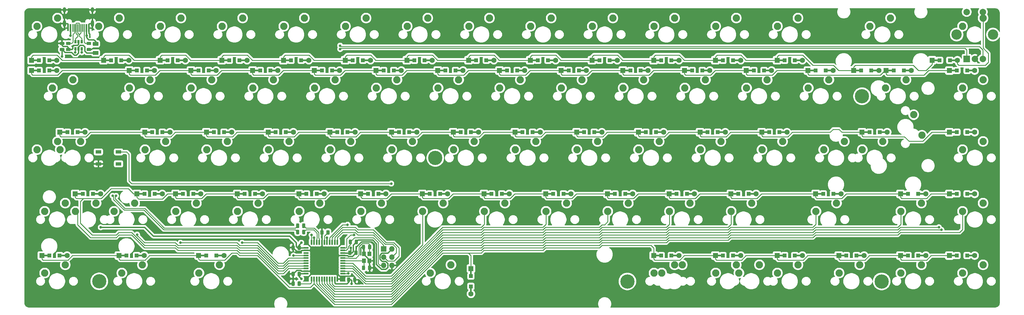
<source format=gbl>
G04 #@! TF.GenerationSoftware,KiCad,Pcbnew,(5.1.4)-1*
G04 #@! TF.CreationDate,2021-11-17T13:21:27+01:00*
G04 #@! TF.ProjectId,mini-eLiXiVy,6d696e69-2d65-44c6-9958-6956792e6b69,1.1*
G04 #@! TF.SameCoordinates,Original*
G04 #@! TF.FileFunction,Copper,L2,Bot*
G04 #@! TF.FilePolarity,Positive*
%FSLAX46Y46*%
G04 Gerber Fmt 4.6, Leading zero omitted, Abs format (unit mm)*
G04 Created by KiCad (PCBNEW (5.1.4)-1) date 2021-11-17 13:21:27*
%MOMM*%
%LPD*%
G04 APERTURE LIST*
%ADD10C,2.000000*%
%ADD11C,3.200000*%
%ADD12R,2.000000X2.000000*%
%ADD13O,1.700000X1.700000*%
%ADD14R,1.700000X1.700000*%
%ADD15R,2.500000X0.500000*%
%ADD16R,1.200000X1.200000*%
%ADD17R,1.600000X1.600000*%
%ADD18C,1.600000*%
%ADD19C,2.250000*%
%ADD20R,0.500000X2.500000*%
%ADD21R,0.650000X1.060000*%
%ADD22O,1.000000X1.600000*%
%ADD23O,1.000000X2.100000*%
%ADD24R,0.300000X2.450000*%
%ADD25R,0.600000X2.450000*%
%ADD26R,0.600000X2.150000*%
%ADD27R,1.800000X1.100000*%
%ADD28C,0.100000*%
%ADD29C,0.975000*%
%ADD30R,0.550000X1.500000*%
%ADD31R,1.500000X0.550000*%
%ADD32C,4.400000*%
%ADD33C,1.250000*%
%ADD34R,1.200000X1.400000*%
%ADD35C,0.800000*%
%ADD36C,0.381000*%
%ADD37C,0.254000*%
%ADD38C,0.250000*%
%ADD39C,0.174000*%
G04 APERTURE END LIST*
D10*
X310454050Y-17631000D03*
X305454050Y-17631000D03*
D11*
X313554050Y-24631000D03*
X302354050Y-24631000D03*
D10*
X310454050Y-32131000D03*
X307954050Y-32131000D03*
D12*
X305454050Y-32131000D03*
D13*
X128016000Y-95885000D03*
X125476000Y-95885000D03*
X128016000Y-93345000D03*
X125476000Y-93345000D03*
X128016000Y-90805000D03*
D14*
X125476000Y-90805000D03*
D15*
X271747000Y-35687000D03*
D16*
X272872000Y-35687000D03*
X276022000Y-35687000D03*
D15*
X277147000Y-35687000D03*
D17*
X270547000Y-35687000D03*
D18*
X278347000Y-35687000D03*
D19*
X310515000Y-19526250D03*
X304165000Y-22066250D03*
X291623750Y-55721250D03*
X289083750Y-49371250D03*
X23177500Y-41116250D03*
X29527500Y-38576250D03*
X273208750Y-60166250D03*
X279558750Y-57626250D03*
X304165000Y-41116250D03*
X310515000Y-38576250D03*
D15*
X210025000Y-32543750D03*
D16*
X211150000Y-32543750D03*
X214300000Y-32543750D03*
D15*
X215425000Y-32543750D03*
D17*
X208825000Y-32543750D03*
D18*
X216625000Y-32543750D03*
D15*
X301306250Y-92868750D03*
D16*
X302431250Y-92868750D03*
X305581250Y-92868750D03*
D15*
X306706250Y-92868750D03*
D17*
X300106250Y-92868750D03*
D18*
X307906250Y-92868750D03*
D15*
X286225000Y-92868750D03*
D16*
X287350000Y-92868750D03*
X290500000Y-92868750D03*
D15*
X291625000Y-92868750D03*
D17*
X285025000Y-92868750D03*
D18*
X292825000Y-92868750D03*
D15*
X267175000Y-92868750D03*
D16*
X268300000Y-92868750D03*
X271450000Y-92868750D03*
D15*
X272575000Y-92868750D03*
D17*
X265975000Y-92868750D03*
D18*
X273775000Y-92868750D03*
D15*
X248125000Y-92868750D03*
D16*
X249250000Y-92868750D03*
X252400000Y-92868750D03*
D15*
X253525000Y-92868750D03*
D17*
X246925000Y-92868750D03*
D18*
X254725000Y-92868750D03*
D15*
X229075000Y-92868750D03*
D16*
X230200000Y-92868750D03*
X233350000Y-92868750D03*
D15*
X234475000Y-92868750D03*
D17*
X227875000Y-92868750D03*
D18*
X235675000Y-92868750D03*
D15*
X210025000Y-92868750D03*
D16*
X211150000Y-92868750D03*
X214300000Y-92868750D03*
D15*
X215425000Y-92868750D03*
D17*
X208825000Y-92868750D03*
D18*
X216625000Y-92868750D03*
D20*
X152400000Y-98106250D03*
D16*
X152400000Y-99231250D03*
X152400000Y-102381250D03*
D20*
X152400000Y-103506250D03*
D17*
X152400000Y-96906250D03*
D18*
X152400000Y-104706250D03*
D15*
X69531250Y-92868750D03*
D16*
X70656250Y-92868750D03*
X73806250Y-92868750D03*
D15*
X74931250Y-92868750D03*
D17*
X68331250Y-92868750D03*
D18*
X76131250Y-92868750D03*
D15*
X44925000Y-92868750D03*
D16*
X46050000Y-92868750D03*
X49200000Y-92868750D03*
D15*
X50325000Y-92868750D03*
D17*
X43725000Y-92868750D03*
D18*
X51525000Y-92868750D03*
D15*
X21112500Y-92868750D03*
D16*
X22237500Y-92868750D03*
X25387500Y-92868750D03*
D15*
X26512500Y-92868750D03*
D17*
X19912500Y-92868750D03*
D18*
X27712500Y-92868750D03*
D15*
X301306250Y-73818750D03*
D16*
X302431250Y-73818750D03*
X305581250Y-73818750D03*
D15*
X306706250Y-73818750D03*
D17*
X300106250Y-73818750D03*
D18*
X307906250Y-73818750D03*
D15*
X286225000Y-73818750D03*
D16*
X287350000Y-73818750D03*
X290500000Y-73818750D03*
D15*
X291625000Y-73818750D03*
D17*
X285025000Y-73818750D03*
D18*
X292825000Y-73818750D03*
D15*
X260031250Y-73818750D03*
D16*
X261156250Y-73818750D03*
X264306250Y-73818750D03*
D15*
X265431250Y-73818750D03*
D17*
X258831250Y-73818750D03*
D18*
X266631250Y-73818750D03*
D15*
X233837500Y-73818750D03*
D16*
X234962500Y-73818750D03*
X238112500Y-73818750D03*
D15*
X239237500Y-73818750D03*
D17*
X232637500Y-73818750D03*
D18*
X240437500Y-73818750D03*
D15*
X214787500Y-73818750D03*
D16*
X215912500Y-73818750D03*
X219062500Y-73818750D03*
D15*
X220187500Y-73818750D03*
D17*
X213587500Y-73818750D03*
D18*
X221387500Y-73818750D03*
D15*
X195737500Y-73818750D03*
D16*
X196862500Y-73818750D03*
X200012500Y-73818750D03*
D15*
X201137500Y-73818750D03*
D17*
X194537500Y-73818750D03*
D18*
X202337500Y-73818750D03*
D15*
X176687500Y-73818750D03*
D16*
X177812500Y-73818750D03*
X180962500Y-73818750D03*
D15*
X182087500Y-73818750D03*
D17*
X175487500Y-73818750D03*
D18*
X183287500Y-73818750D03*
D15*
X157637500Y-73818750D03*
D16*
X158762500Y-73818750D03*
X161912500Y-73818750D03*
D15*
X163037500Y-73818750D03*
D17*
X156437500Y-73818750D03*
D18*
X164237500Y-73818750D03*
D15*
X138587500Y-73818750D03*
D16*
X139712500Y-73818750D03*
X142862500Y-73818750D03*
D15*
X143987500Y-73818750D03*
D17*
X137387500Y-73818750D03*
D18*
X145187500Y-73818750D03*
D15*
X119537500Y-73818750D03*
D16*
X120662500Y-73818750D03*
X123812500Y-73818750D03*
D15*
X124937500Y-73818750D03*
D17*
X118337500Y-73818750D03*
D18*
X126137500Y-73818750D03*
D15*
X100487500Y-73818750D03*
D16*
X101612500Y-73818750D03*
X104762500Y-73818750D03*
D15*
X105887500Y-73818750D03*
D17*
X99287500Y-73818750D03*
D18*
X107087500Y-73818750D03*
D15*
X81437500Y-73818750D03*
D16*
X82562500Y-73818750D03*
X85712500Y-73818750D03*
D15*
X86837500Y-73818750D03*
D17*
X80237500Y-73818750D03*
D18*
X88037500Y-73818750D03*
D15*
X62387500Y-73818750D03*
D16*
X63512500Y-73818750D03*
X66662500Y-73818750D03*
D15*
X67787500Y-73818750D03*
D17*
X61187500Y-73818750D03*
D18*
X68987500Y-73818750D03*
D15*
X50481250Y-73818750D03*
D16*
X51606250Y-73818750D03*
X54756250Y-73818750D03*
D15*
X55881250Y-73818750D03*
D17*
X49281250Y-73818750D03*
D18*
X57081250Y-73818750D03*
D15*
X31431250Y-73818750D03*
D16*
X32556250Y-73818750D03*
X35706250Y-73818750D03*
D15*
X36831250Y-73818750D03*
D17*
X30231250Y-73818750D03*
D18*
X38031250Y-73818750D03*
D15*
X301306250Y-54768750D03*
D16*
X302431250Y-54768750D03*
X305581250Y-54768750D03*
D15*
X306706250Y-54768750D03*
D17*
X300106250Y-54768750D03*
D18*
X307906250Y-54768750D03*
D15*
X274318750Y-54768750D03*
D16*
X275443750Y-54768750D03*
X278593750Y-54768750D03*
D15*
X279718750Y-54768750D03*
D17*
X273118750Y-54768750D03*
D18*
X280918750Y-54768750D03*
D15*
X243362500Y-54768750D03*
D16*
X244487500Y-54768750D03*
X247637500Y-54768750D03*
D15*
X248762500Y-54768750D03*
D17*
X242162500Y-54768750D03*
D18*
X249962500Y-54768750D03*
D15*
X224312500Y-54768750D03*
D16*
X225437500Y-54768750D03*
X228587500Y-54768750D03*
D15*
X229712500Y-54768750D03*
D17*
X223112500Y-54768750D03*
D18*
X230912500Y-54768750D03*
D15*
X205262500Y-54768750D03*
D16*
X206387500Y-54768750D03*
X209537500Y-54768750D03*
D15*
X210662500Y-54768750D03*
D17*
X204062500Y-54768750D03*
D18*
X211862500Y-54768750D03*
D15*
X186212500Y-54768750D03*
D16*
X187337500Y-54768750D03*
X190487500Y-54768750D03*
D15*
X191612500Y-54768750D03*
D17*
X185012500Y-54768750D03*
D18*
X192812500Y-54768750D03*
D15*
X167162500Y-54768750D03*
D16*
X168287500Y-54768750D03*
X171437500Y-54768750D03*
D15*
X172562500Y-54768750D03*
D17*
X165962500Y-54768750D03*
D18*
X173762500Y-54768750D03*
D15*
X148112500Y-54768750D03*
D16*
X149237500Y-54768750D03*
X152387500Y-54768750D03*
D15*
X153512500Y-54768750D03*
D17*
X146912500Y-54768750D03*
D18*
X154712500Y-54768750D03*
D15*
X129062500Y-54768750D03*
D16*
X130187500Y-54768750D03*
X133337500Y-54768750D03*
D15*
X134462500Y-54768750D03*
D17*
X127862500Y-54768750D03*
D18*
X135662500Y-54768750D03*
D15*
X110012500Y-54768750D03*
D16*
X111137500Y-54768750D03*
X114287500Y-54768750D03*
D15*
X115412500Y-54768750D03*
D17*
X108812500Y-54768750D03*
D18*
X116612500Y-54768750D03*
D15*
X90962500Y-54768750D03*
D16*
X92087500Y-54768750D03*
X95237500Y-54768750D03*
D15*
X96362500Y-54768750D03*
D17*
X89762500Y-54768750D03*
D18*
X97562500Y-54768750D03*
D15*
X71912500Y-54768750D03*
D16*
X73037500Y-54768750D03*
X76187500Y-54768750D03*
D15*
X77312500Y-54768750D03*
D17*
X70712500Y-54768750D03*
D18*
X78512500Y-54768750D03*
D15*
X52862500Y-54768750D03*
D16*
X53987500Y-54768750D03*
X57137500Y-54768750D03*
D15*
X58262500Y-54768750D03*
D17*
X51662500Y-54768750D03*
D18*
X59462500Y-54768750D03*
D15*
X26668750Y-54768750D03*
D16*
X27793750Y-54768750D03*
X30943750Y-54768750D03*
D15*
X32068750Y-54768750D03*
D17*
X25468750Y-54768750D03*
D18*
X33268750Y-54768750D03*
D15*
X301306250Y-35718750D03*
D16*
X302431250Y-35718750D03*
X305581250Y-35718750D03*
D15*
X306706250Y-35718750D03*
D17*
X300106250Y-35718750D03*
D18*
X307906250Y-35718750D03*
D15*
X281780000Y-35718750D03*
D16*
X282905000Y-35718750D03*
X286055000Y-35718750D03*
D15*
X287180000Y-35718750D03*
D17*
X280580000Y-35718750D03*
D18*
X288380000Y-35718750D03*
D15*
X257650000Y-35718750D03*
D16*
X258775000Y-35718750D03*
X261925000Y-35718750D03*
D15*
X263050000Y-35718750D03*
D17*
X256450000Y-35718750D03*
D18*
X264250000Y-35718750D03*
D15*
X238600000Y-35718750D03*
D16*
X239725000Y-35718750D03*
X242875000Y-35718750D03*
D15*
X244000000Y-35718750D03*
D17*
X237400000Y-35718750D03*
D18*
X245200000Y-35718750D03*
D15*
X219550000Y-35718750D03*
D16*
X220675000Y-35718750D03*
X223825000Y-35718750D03*
D15*
X224950000Y-35718750D03*
D17*
X218350000Y-35718750D03*
D18*
X226150000Y-35718750D03*
D15*
X200500000Y-35718750D03*
D16*
X201625000Y-35718750D03*
X204775000Y-35718750D03*
D15*
X205900000Y-35718750D03*
D17*
X199300000Y-35718750D03*
D18*
X207100000Y-35718750D03*
D15*
X181450000Y-35718750D03*
D16*
X182575000Y-35718750D03*
X185725000Y-35718750D03*
D15*
X186850000Y-35718750D03*
D17*
X180250000Y-35718750D03*
D18*
X188050000Y-35718750D03*
D15*
X162400000Y-35718750D03*
D16*
X163525000Y-35718750D03*
X166675000Y-35718750D03*
D15*
X167800000Y-35718750D03*
D17*
X161200000Y-35718750D03*
D18*
X169000000Y-35718750D03*
D15*
X143350000Y-35718750D03*
D16*
X144475000Y-35718750D03*
X147625000Y-35718750D03*
D15*
X148750000Y-35718750D03*
D17*
X142150000Y-35718750D03*
D18*
X149950000Y-35718750D03*
D15*
X124300000Y-35718750D03*
D16*
X125425000Y-35718750D03*
X128575000Y-35718750D03*
D15*
X129700000Y-35718750D03*
D17*
X123100000Y-35718750D03*
D18*
X130900000Y-35718750D03*
D15*
X105250000Y-35718750D03*
D16*
X106375000Y-35718750D03*
X109525000Y-35718750D03*
D15*
X110650000Y-35718750D03*
D17*
X104050000Y-35718750D03*
D18*
X111850000Y-35718750D03*
D15*
X86200000Y-35718750D03*
D16*
X87325000Y-35718750D03*
X90475000Y-35718750D03*
D15*
X91600000Y-35718750D03*
D17*
X85000000Y-35718750D03*
D18*
X92800000Y-35718750D03*
D15*
X67150000Y-35718750D03*
D16*
X68275000Y-35718750D03*
X71425000Y-35718750D03*
D15*
X72550000Y-35718750D03*
D17*
X65950000Y-35718750D03*
D18*
X73750000Y-35718750D03*
D15*
X48100000Y-35718750D03*
D16*
X49225000Y-35718750D03*
X52375000Y-35718750D03*
D15*
X53500000Y-35718750D03*
D17*
X46900000Y-35718750D03*
D18*
X54700000Y-35718750D03*
D15*
X17937500Y-35718750D03*
D16*
X19062500Y-35718750D03*
X22212500Y-35718750D03*
D15*
X23337500Y-35718750D03*
D17*
X16737500Y-35718750D03*
D18*
X24537500Y-35718750D03*
D15*
X295972250Y-32543750D03*
D16*
X297097250Y-32543750D03*
X300247250Y-32543750D03*
D15*
X301372250Y-32543750D03*
D17*
X294772250Y-32543750D03*
D18*
X302572250Y-32543750D03*
D15*
X248125000Y-32543750D03*
D16*
X249250000Y-32543750D03*
X252400000Y-32543750D03*
D15*
X253525000Y-32543750D03*
D17*
X246925000Y-32543750D03*
D18*
X254725000Y-32543750D03*
D15*
X229075000Y-32543750D03*
D16*
X230200000Y-32543750D03*
X233350000Y-32543750D03*
D15*
X234475000Y-32543750D03*
D17*
X227875000Y-32543750D03*
D18*
X235675000Y-32543750D03*
D15*
X190975000Y-32543750D03*
D16*
X192100000Y-32543750D03*
X195250000Y-32543750D03*
D15*
X196375000Y-32543750D03*
D17*
X189775000Y-32543750D03*
D18*
X197575000Y-32543750D03*
D15*
X171925000Y-32543750D03*
D16*
X173050000Y-32543750D03*
X176200000Y-32543750D03*
D15*
X177325000Y-32543750D03*
D17*
X170725000Y-32543750D03*
D18*
X178525000Y-32543750D03*
D15*
X152875000Y-32543750D03*
D16*
X154000000Y-32543750D03*
X157150000Y-32543750D03*
D15*
X158275000Y-32543750D03*
D17*
X151675000Y-32543750D03*
D18*
X159475000Y-32543750D03*
D15*
X133825000Y-32543750D03*
D16*
X134950000Y-32543750D03*
X138100000Y-32543750D03*
D15*
X139225000Y-32543750D03*
D17*
X132625000Y-32543750D03*
D18*
X140425000Y-32543750D03*
D15*
X114775000Y-32543750D03*
D16*
X115900000Y-32543750D03*
X119050000Y-32543750D03*
D15*
X120175000Y-32543750D03*
D17*
X113575000Y-32543750D03*
D18*
X121375000Y-32543750D03*
D15*
X95725000Y-32543750D03*
D16*
X96850000Y-32543750D03*
X100000000Y-32543750D03*
D15*
X101125000Y-32543750D03*
D17*
X94525000Y-32543750D03*
D18*
X102325000Y-32543750D03*
D15*
X76675000Y-32543750D03*
D16*
X77800000Y-32543750D03*
X80950000Y-32543750D03*
D15*
X82075000Y-32543750D03*
D17*
X75475000Y-32543750D03*
D18*
X83275000Y-32543750D03*
D15*
X57625000Y-32543750D03*
D16*
X58750000Y-32543750D03*
X61900000Y-32543750D03*
D15*
X63025000Y-32543750D03*
D17*
X56425000Y-32543750D03*
D18*
X64225000Y-32543750D03*
D15*
X40162500Y-32543750D03*
D16*
X41287500Y-32543750D03*
X44437500Y-32543750D03*
D15*
X45562500Y-32543750D03*
D17*
X38962500Y-32543750D03*
D18*
X46762500Y-32543750D03*
D15*
X17937500Y-32543750D03*
D16*
X19062500Y-32543750D03*
X22212500Y-32543750D03*
D15*
X23337500Y-32543750D03*
D17*
X16737500Y-32543750D03*
D18*
X24537500Y-32543750D03*
D19*
X37465000Y-22066250D03*
X43815000Y-19526250D03*
D21*
X30292000Y-26808250D03*
X31242000Y-26808250D03*
X32192000Y-26808250D03*
X32192000Y-29008250D03*
X30292000Y-29008250D03*
X31242000Y-29008250D03*
D19*
X94615000Y-22066250D03*
X100965000Y-19526250D03*
D22*
X35562000Y-17020850D03*
X26922000Y-17020850D03*
D23*
X35562000Y-21200850D03*
X26922000Y-21200850D03*
D24*
X30992000Y-22615850D03*
X31492000Y-22615850D03*
X31992000Y-22615850D03*
X30492000Y-22615850D03*
X32492000Y-22615850D03*
X29992000Y-22615850D03*
X32992000Y-22615850D03*
X29492000Y-22615850D03*
D25*
X28792000Y-22615850D03*
X33692000Y-22615850D03*
D26*
X28017000Y-22465850D03*
D25*
X34467000Y-22615850D03*
D27*
X43581250Y-64556250D03*
X37381250Y-60856250D03*
X43581250Y-60856250D03*
X37381250Y-64556250D03*
D28*
G36*
X26642142Y-26865424D02*
G01*
X26665803Y-26868934D01*
X26689007Y-26874746D01*
X26711529Y-26882804D01*
X26733153Y-26893032D01*
X26753670Y-26905329D01*
X26772883Y-26919579D01*
X26790607Y-26935643D01*
X26806671Y-26953367D01*
X26820921Y-26972580D01*
X26833218Y-26993097D01*
X26843446Y-27014721D01*
X26851504Y-27037243D01*
X26857316Y-27060447D01*
X26860826Y-27084108D01*
X26862000Y-27108000D01*
X26862000Y-27595500D01*
X26860826Y-27619392D01*
X26857316Y-27643053D01*
X26851504Y-27666257D01*
X26843446Y-27688779D01*
X26833218Y-27710403D01*
X26820921Y-27730920D01*
X26806671Y-27750133D01*
X26790607Y-27767857D01*
X26772883Y-27783921D01*
X26753670Y-27798171D01*
X26733153Y-27810468D01*
X26711529Y-27820696D01*
X26689007Y-27828754D01*
X26665803Y-27834566D01*
X26642142Y-27838076D01*
X26618250Y-27839250D01*
X25705750Y-27839250D01*
X25681858Y-27838076D01*
X25658197Y-27834566D01*
X25634993Y-27828754D01*
X25612471Y-27820696D01*
X25590847Y-27810468D01*
X25570330Y-27798171D01*
X25551117Y-27783921D01*
X25533393Y-27767857D01*
X25517329Y-27750133D01*
X25503079Y-27730920D01*
X25490782Y-27710403D01*
X25480554Y-27688779D01*
X25472496Y-27666257D01*
X25466684Y-27643053D01*
X25463174Y-27619392D01*
X25462000Y-27595500D01*
X25462000Y-27108000D01*
X25463174Y-27084108D01*
X25466684Y-27060447D01*
X25472496Y-27037243D01*
X25480554Y-27014721D01*
X25490782Y-26993097D01*
X25503079Y-26972580D01*
X25517329Y-26953367D01*
X25533393Y-26935643D01*
X25551117Y-26919579D01*
X25570330Y-26905329D01*
X25590847Y-26893032D01*
X25612471Y-26882804D01*
X25634993Y-26874746D01*
X25658197Y-26868934D01*
X25681858Y-26865424D01*
X25705750Y-26864250D01*
X26618250Y-26864250D01*
X26642142Y-26865424D01*
X26642142Y-26865424D01*
G37*
D29*
X26162000Y-27351750D03*
D28*
G36*
X26642142Y-28740424D02*
G01*
X26665803Y-28743934D01*
X26689007Y-28749746D01*
X26711529Y-28757804D01*
X26733153Y-28768032D01*
X26753670Y-28780329D01*
X26772883Y-28794579D01*
X26790607Y-28810643D01*
X26806671Y-28828367D01*
X26820921Y-28847580D01*
X26833218Y-28868097D01*
X26843446Y-28889721D01*
X26851504Y-28912243D01*
X26857316Y-28935447D01*
X26860826Y-28959108D01*
X26862000Y-28983000D01*
X26862000Y-29470500D01*
X26860826Y-29494392D01*
X26857316Y-29518053D01*
X26851504Y-29541257D01*
X26843446Y-29563779D01*
X26833218Y-29585403D01*
X26820921Y-29605920D01*
X26806671Y-29625133D01*
X26790607Y-29642857D01*
X26772883Y-29658921D01*
X26753670Y-29673171D01*
X26733153Y-29685468D01*
X26711529Y-29695696D01*
X26689007Y-29703754D01*
X26665803Y-29709566D01*
X26642142Y-29713076D01*
X26618250Y-29714250D01*
X25705750Y-29714250D01*
X25681858Y-29713076D01*
X25658197Y-29709566D01*
X25634993Y-29703754D01*
X25612471Y-29695696D01*
X25590847Y-29685468D01*
X25570330Y-29673171D01*
X25551117Y-29658921D01*
X25533393Y-29642857D01*
X25517329Y-29625133D01*
X25503079Y-29605920D01*
X25490782Y-29585403D01*
X25480554Y-29563779D01*
X25472496Y-29541257D01*
X25466684Y-29518053D01*
X25463174Y-29494392D01*
X25462000Y-29470500D01*
X25462000Y-28983000D01*
X25463174Y-28959108D01*
X25466684Y-28935447D01*
X25472496Y-28912243D01*
X25480554Y-28889721D01*
X25490782Y-28868097D01*
X25503079Y-28847580D01*
X25517329Y-28828367D01*
X25533393Y-28810643D01*
X25551117Y-28794579D01*
X25570330Y-28780329D01*
X25590847Y-28768032D01*
X25612471Y-28757804D01*
X25634993Y-28749746D01*
X25658197Y-28743934D01*
X25681858Y-28740424D01*
X25705750Y-28739250D01*
X26618250Y-28739250D01*
X26642142Y-28740424D01*
X26642142Y-28740424D01*
G37*
D29*
X26162000Y-29226750D03*
D19*
X137477500Y-79216250D03*
X143827500Y-76676250D03*
X108902500Y-60166250D03*
X115252500Y-57626250D03*
X266065000Y-98266250D03*
X272415000Y-95726250D03*
X194627500Y-79216250D03*
X200977500Y-76676250D03*
X218440000Y-41116250D03*
X224790000Y-38576250D03*
X142240000Y-41116250D03*
X148590000Y-38576250D03*
X56515000Y-22066250D03*
X62865000Y-19526250D03*
X30321250Y-79216250D03*
X36671250Y-76676250D03*
X118427500Y-79216250D03*
X124777500Y-76676250D03*
D30*
X103156250Y-88756250D03*
X103956250Y-88756250D03*
X104756250Y-88756250D03*
X105556250Y-88756250D03*
X106356250Y-88756250D03*
X107156250Y-88756250D03*
X107956250Y-88756250D03*
X108756250Y-88756250D03*
X109556250Y-88756250D03*
X110356250Y-88756250D03*
X111156250Y-88756250D03*
D31*
X112856250Y-90456250D03*
X112856250Y-91256250D03*
X112856250Y-92056250D03*
X112856250Y-92856250D03*
X112856250Y-93656250D03*
X112856250Y-94456250D03*
X112856250Y-95256250D03*
X112856250Y-96056250D03*
X112856250Y-96856250D03*
X112856250Y-97656250D03*
X112856250Y-98456250D03*
D30*
X111156250Y-100156250D03*
X110356250Y-100156250D03*
X109556250Y-100156250D03*
X108756250Y-100156250D03*
X107956250Y-100156250D03*
X107156250Y-100156250D03*
X106356250Y-100156250D03*
X105556250Y-100156250D03*
X104756250Y-100156250D03*
X103956250Y-100156250D03*
X103156250Y-100156250D03*
D31*
X101456250Y-98456250D03*
X101456250Y-97656250D03*
X101456250Y-96856250D03*
X101456250Y-96056250D03*
X101456250Y-95256250D03*
X101456250Y-94456250D03*
X101456250Y-93656250D03*
X101456250Y-92856250D03*
X101456250Y-92056250D03*
X101456250Y-91256250D03*
X101456250Y-90456250D03*
D32*
X279209500Y-100857050D03*
X273138900Y-43656250D03*
X200704450Y-100857050D03*
X141401800Y-62706250D03*
X37642800Y-100844350D03*
X37642800Y-43707050D03*
D19*
X61277500Y-79216250D03*
X67627500Y-76676250D03*
X80327500Y-79216250D03*
X86677500Y-76676250D03*
X66040000Y-41116250D03*
X72390000Y-38576250D03*
X161290000Y-41116250D03*
X167640000Y-38576250D03*
X304165000Y-79216250D03*
X310515000Y-76676250D03*
X123190000Y-41116250D03*
X129540000Y-38576250D03*
X18415000Y-60166250D03*
X24765000Y-57626250D03*
X70802500Y-60166250D03*
X77152500Y-57626250D03*
X247015000Y-98266250D03*
X253365000Y-95726250D03*
X104140000Y-41116250D03*
X110490000Y-38576250D03*
X46990000Y-41116250D03*
X53340000Y-38576250D03*
X199390000Y-41116250D03*
X205740000Y-38576250D03*
X156527500Y-79216250D03*
X162877500Y-76676250D03*
X175577500Y-79216250D03*
X181927500Y-76676250D03*
X42227500Y-79216250D03*
X48577500Y-76676250D03*
X208915000Y-98266250D03*
X215265000Y-95726250D03*
X204152500Y-60166250D03*
X210502500Y-57626250D03*
X185102500Y-60166250D03*
X191452500Y-57626250D03*
X166052500Y-60166250D03*
X172402500Y-57626250D03*
X261302500Y-60166250D03*
X267652500Y-57626250D03*
X304165000Y-60166250D03*
X310515000Y-57626250D03*
X180340000Y-41116250D03*
X186690000Y-38576250D03*
X147002500Y-60166250D03*
X153352500Y-57626250D03*
X127952500Y-60166250D03*
X134302500Y-57626250D03*
X227965000Y-98266250D03*
X234315000Y-95726250D03*
X18415000Y-22066250D03*
X24765000Y-19526250D03*
X247015000Y-22066250D03*
X253365000Y-19526250D03*
X85090000Y-41116250D03*
X91440000Y-38576250D03*
X227965000Y-22066250D03*
X234315000Y-19526250D03*
X89852500Y-60166250D03*
X96202500Y-57626250D03*
X99377500Y-79216250D03*
X105727500Y-76676250D03*
X285115000Y-79216250D03*
X291465000Y-76676250D03*
X304165000Y-98266250D03*
X310515000Y-95726250D03*
X285115000Y-98266250D03*
X291465000Y-95726250D03*
X51752500Y-60166250D03*
X58102500Y-57626250D03*
X256540000Y-41116250D03*
X262890000Y-38576250D03*
X237490000Y-41116250D03*
X243840000Y-38576250D03*
X223202500Y-60166250D03*
X229552500Y-57626250D03*
X139858750Y-98266250D03*
X146208750Y-95726250D03*
X275590000Y-22066250D03*
X281940000Y-19526250D03*
X25558750Y-60166250D03*
X31908750Y-57626250D03*
X258921250Y-79216250D03*
X265271250Y-76676250D03*
X280352500Y-41116250D03*
X286702500Y-38576250D03*
X211296250Y-98266250D03*
X217646250Y-95726250D03*
X44608750Y-98266250D03*
X50958750Y-95726250D03*
X20796250Y-79216250D03*
X27146250Y-76676250D03*
X20796250Y-98266250D03*
X27146250Y-95726250D03*
X68421250Y-98266250D03*
X74771250Y-95726250D03*
X235108750Y-98266250D03*
X241458750Y-95726250D03*
X232727500Y-79216250D03*
X239077500Y-76676250D03*
X242252500Y-60166250D03*
X248602500Y-57626250D03*
X189865000Y-22066250D03*
X196215000Y-19526250D03*
X170815000Y-22066250D03*
X177165000Y-19526250D03*
X151765000Y-22066250D03*
X158115000Y-19526250D03*
X132715000Y-22066250D03*
X139065000Y-19526250D03*
X113665000Y-22066250D03*
X120015000Y-19526250D03*
X75565000Y-22066250D03*
X81915000Y-19526250D03*
X208915000Y-22066250D03*
X215265000Y-19526250D03*
X213677500Y-79216250D03*
X220027500Y-76676250D03*
D28*
G36*
X37174704Y-29664894D02*
G01*
X37198973Y-29668494D01*
X37222771Y-29674455D01*
X37245871Y-29682720D01*
X37268049Y-29693210D01*
X37289093Y-29705823D01*
X37308798Y-29720437D01*
X37326977Y-29736913D01*
X37343453Y-29755092D01*
X37358067Y-29774797D01*
X37370680Y-29795841D01*
X37381170Y-29818019D01*
X37389435Y-29841119D01*
X37395396Y-29864917D01*
X37398996Y-29889186D01*
X37400200Y-29913690D01*
X37400200Y-30663690D01*
X37398996Y-30688194D01*
X37395396Y-30712463D01*
X37389435Y-30736261D01*
X37381170Y-30759361D01*
X37370680Y-30781539D01*
X37358067Y-30802583D01*
X37343453Y-30822288D01*
X37326977Y-30840467D01*
X37308798Y-30856943D01*
X37289093Y-30871557D01*
X37268049Y-30884170D01*
X37245871Y-30894660D01*
X37222771Y-30902925D01*
X37198973Y-30908886D01*
X37174704Y-30912486D01*
X37150200Y-30913690D01*
X35900200Y-30913690D01*
X35875696Y-30912486D01*
X35851427Y-30908886D01*
X35827629Y-30902925D01*
X35804529Y-30894660D01*
X35782351Y-30884170D01*
X35761307Y-30871557D01*
X35741602Y-30856943D01*
X35723423Y-30840467D01*
X35706947Y-30822288D01*
X35692333Y-30802583D01*
X35679720Y-30781539D01*
X35669230Y-30759361D01*
X35660965Y-30736261D01*
X35655004Y-30712463D01*
X35651404Y-30688194D01*
X35650200Y-30663690D01*
X35650200Y-29913690D01*
X35651404Y-29889186D01*
X35655004Y-29864917D01*
X35660965Y-29841119D01*
X35669230Y-29818019D01*
X35679720Y-29795841D01*
X35692333Y-29774797D01*
X35706947Y-29755092D01*
X35723423Y-29736913D01*
X35741602Y-29720437D01*
X35761307Y-29705823D01*
X35782351Y-29693210D01*
X35804529Y-29682720D01*
X35827629Y-29674455D01*
X35851427Y-29668494D01*
X35875696Y-29664894D01*
X35900200Y-29663690D01*
X37150200Y-29663690D01*
X37174704Y-29664894D01*
X37174704Y-29664894D01*
G37*
D33*
X36525200Y-30288690D03*
D28*
G36*
X37174704Y-26864894D02*
G01*
X37198973Y-26868494D01*
X37222771Y-26874455D01*
X37245871Y-26882720D01*
X37268049Y-26893210D01*
X37289093Y-26905823D01*
X37308798Y-26920437D01*
X37326977Y-26936913D01*
X37343453Y-26955092D01*
X37358067Y-26974797D01*
X37370680Y-26995841D01*
X37381170Y-27018019D01*
X37389435Y-27041119D01*
X37395396Y-27064917D01*
X37398996Y-27089186D01*
X37400200Y-27113690D01*
X37400200Y-27863690D01*
X37398996Y-27888194D01*
X37395396Y-27912463D01*
X37389435Y-27936261D01*
X37381170Y-27959361D01*
X37370680Y-27981539D01*
X37358067Y-28002583D01*
X37343453Y-28022288D01*
X37326977Y-28040467D01*
X37308798Y-28056943D01*
X37289093Y-28071557D01*
X37268049Y-28084170D01*
X37245871Y-28094660D01*
X37222771Y-28102925D01*
X37198973Y-28108886D01*
X37174704Y-28112486D01*
X37150200Y-28113690D01*
X35900200Y-28113690D01*
X35875696Y-28112486D01*
X35851427Y-28108886D01*
X35827629Y-28102925D01*
X35804529Y-28094660D01*
X35782351Y-28084170D01*
X35761307Y-28071557D01*
X35741602Y-28056943D01*
X35723423Y-28040467D01*
X35706947Y-28022288D01*
X35692333Y-28002583D01*
X35679720Y-27981539D01*
X35669230Y-27959361D01*
X35660965Y-27936261D01*
X35655004Y-27912463D01*
X35651404Y-27888194D01*
X35650200Y-27863690D01*
X35650200Y-27113690D01*
X35651404Y-27089186D01*
X35655004Y-27064917D01*
X35660965Y-27041119D01*
X35669230Y-27018019D01*
X35679720Y-26995841D01*
X35692333Y-26974797D01*
X35706947Y-26955092D01*
X35723423Y-26936913D01*
X35741602Y-26920437D01*
X35761307Y-26905823D01*
X35782351Y-26893210D01*
X35804529Y-26882720D01*
X35827629Y-26874455D01*
X35851427Y-26868494D01*
X35875696Y-26864894D01*
X35900200Y-26863690D01*
X37150200Y-26863690D01*
X37174704Y-26864894D01*
X37174704Y-26864894D01*
G37*
D33*
X36525200Y-27488690D03*
D28*
G36*
X34897142Y-28740424D02*
G01*
X34920803Y-28743934D01*
X34944007Y-28749746D01*
X34966529Y-28757804D01*
X34988153Y-28768032D01*
X35008670Y-28780329D01*
X35027883Y-28794579D01*
X35045607Y-28810643D01*
X35061671Y-28828367D01*
X35075921Y-28847580D01*
X35088218Y-28868097D01*
X35098446Y-28889721D01*
X35106504Y-28912243D01*
X35112316Y-28935447D01*
X35115826Y-28959108D01*
X35117000Y-28983000D01*
X35117000Y-29470500D01*
X35115826Y-29494392D01*
X35112316Y-29518053D01*
X35106504Y-29541257D01*
X35098446Y-29563779D01*
X35088218Y-29585403D01*
X35075921Y-29605920D01*
X35061671Y-29625133D01*
X35045607Y-29642857D01*
X35027883Y-29658921D01*
X35008670Y-29673171D01*
X34988153Y-29685468D01*
X34966529Y-29695696D01*
X34944007Y-29703754D01*
X34920803Y-29709566D01*
X34897142Y-29713076D01*
X34873250Y-29714250D01*
X33960750Y-29714250D01*
X33936858Y-29713076D01*
X33913197Y-29709566D01*
X33889993Y-29703754D01*
X33867471Y-29695696D01*
X33845847Y-29685468D01*
X33825330Y-29673171D01*
X33806117Y-29658921D01*
X33788393Y-29642857D01*
X33772329Y-29625133D01*
X33758079Y-29605920D01*
X33745782Y-29585403D01*
X33735554Y-29563779D01*
X33727496Y-29541257D01*
X33721684Y-29518053D01*
X33718174Y-29494392D01*
X33717000Y-29470500D01*
X33717000Y-28983000D01*
X33718174Y-28959108D01*
X33721684Y-28935447D01*
X33727496Y-28912243D01*
X33735554Y-28889721D01*
X33745782Y-28868097D01*
X33758079Y-28847580D01*
X33772329Y-28828367D01*
X33788393Y-28810643D01*
X33806117Y-28794579D01*
X33825330Y-28780329D01*
X33845847Y-28768032D01*
X33867471Y-28757804D01*
X33889993Y-28749746D01*
X33913197Y-28743934D01*
X33936858Y-28740424D01*
X33960750Y-28739250D01*
X34873250Y-28739250D01*
X34897142Y-28740424D01*
X34897142Y-28740424D01*
G37*
D29*
X34417000Y-29226750D03*
D28*
G36*
X34897142Y-26865424D02*
G01*
X34920803Y-26868934D01*
X34944007Y-26874746D01*
X34966529Y-26882804D01*
X34988153Y-26893032D01*
X35008670Y-26905329D01*
X35027883Y-26919579D01*
X35045607Y-26935643D01*
X35061671Y-26953367D01*
X35075921Y-26972580D01*
X35088218Y-26993097D01*
X35098446Y-27014721D01*
X35106504Y-27037243D01*
X35112316Y-27060447D01*
X35115826Y-27084108D01*
X35117000Y-27108000D01*
X35117000Y-27595500D01*
X35115826Y-27619392D01*
X35112316Y-27643053D01*
X35106504Y-27666257D01*
X35098446Y-27688779D01*
X35088218Y-27710403D01*
X35075921Y-27730920D01*
X35061671Y-27750133D01*
X35045607Y-27767857D01*
X35027883Y-27783921D01*
X35008670Y-27798171D01*
X34988153Y-27810468D01*
X34966529Y-27820696D01*
X34944007Y-27828754D01*
X34920803Y-27834566D01*
X34897142Y-27838076D01*
X34873250Y-27839250D01*
X33960750Y-27839250D01*
X33936858Y-27838076D01*
X33913197Y-27834566D01*
X33889993Y-27828754D01*
X33867471Y-27820696D01*
X33845847Y-27810468D01*
X33825330Y-27798171D01*
X33806117Y-27783921D01*
X33788393Y-27767857D01*
X33772329Y-27750133D01*
X33758079Y-27730920D01*
X33745782Y-27710403D01*
X33735554Y-27688779D01*
X33727496Y-27666257D01*
X33721684Y-27643053D01*
X33718174Y-27619392D01*
X33717000Y-27595500D01*
X33717000Y-27108000D01*
X33718174Y-27084108D01*
X33721684Y-27060447D01*
X33727496Y-27037243D01*
X33735554Y-27014721D01*
X33745782Y-26993097D01*
X33758079Y-26972580D01*
X33772329Y-26953367D01*
X33788393Y-26935643D01*
X33806117Y-26919579D01*
X33825330Y-26905329D01*
X33845847Y-26893032D01*
X33867471Y-26882804D01*
X33889993Y-26874746D01*
X33913197Y-26868934D01*
X33936858Y-26865424D01*
X33960750Y-26864250D01*
X34873250Y-26864250D01*
X34897142Y-26865424D01*
X34897142Y-26865424D01*
G37*
D29*
X34417000Y-27351750D03*
D28*
G36*
X28547142Y-28740424D02*
G01*
X28570803Y-28743934D01*
X28594007Y-28749746D01*
X28616529Y-28757804D01*
X28638153Y-28768032D01*
X28658670Y-28780329D01*
X28677883Y-28794579D01*
X28695607Y-28810643D01*
X28711671Y-28828367D01*
X28725921Y-28847580D01*
X28738218Y-28868097D01*
X28748446Y-28889721D01*
X28756504Y-28912243D01*
X28762316Y-28935447D01*
X28765826Y-28959108D01*
X28767000Y-28983000D01*
X28767000Y-29470500D01*
X28765826Y-29494392D01*
X28762316Y-29518053D01*
X28756504Y-29541257D01*
X28748446Y-29563779D01*
X28738218Y-29585403D01*
X28725921Y-29605920D01*
X28711671Y-29625133D01*
X28695607Y-29642857D01*
X28677883Y-29658921D01*
X28658670Y-29673171D01*
X28638153Y-29685468D01*
X28616529Y-29695696D01*
X28594007Y-29703754D01*
X28570803Y-29709566D01*
X28547142Y-29713076D01*
X28523250Y-29714250D01*
X27610750Y-29714250D01*
X27586858Y-29713076D01*
X27563197Y-29709566D01*
X27539993Y-29703754D01*
X27517471Y-29695696D01*
X27495847Y-29685468D01*
X27475330Y-29673171D01*
X27456117Y-29658921D01*
X27438393Y-29642857D01*
X27422329Y-29625133D01*
X27408079Y-29605920D01*
X27395782Y-29585403D01*
X27385554Y-29563779D01*
X27377496Y-29541257D01*
X27371684Y-29518053D01*
X27368174Y-29494392D01*
X27367000Y-29470500D01*
X27367000Y-28983000D01*
X27368174Y-28959108D01*
X27371684Y-28935447D01*
X27377496Y-28912243D01*
X27385554Y-28889721D01*
X27395782Y-28868097D01*
X27408079Y-28847580D01*
X27422329Y-28828367D01*
X27438393Y-28810643D01*
X27456117Y-28794579D01*
X27475330Y-28780329D01*
X27495847Y-28768032D01*
X27517471Y-28757804D01*
X27539993Y-28749746D01*
X27563197Y-28743934D01*
X27586858Y-28740424D01*
X27610750Y-28739250D01*
X28523250Y-28739250D01*
X28547142Y-28740424D01*
X28547142Y-28740424D01*
G37*
D29*
X28067000Y-29226750D03*
D28*
G36*
X28547142Y-26865424D02*
G01*
X28570803Y-26868934D01*
X28594007Y-26874746D01*
X28616529Y-26882804D01*
X28638153Y-26893032D01*
X28658670Y-26905329D01*
X28677883Y-26919579D01*
X28695607Y-26935643D01*
X28711671Y-26953367D01*
X28725921Y-26972580D01*
X28738218Y-26993097D01*
X28748446Y-27014721D01*
X28756504Y-27037243D01*
X28762316Y-27060447D01*
X28765826Y-27084108D01*
X28767000Y-27108000D01*
X28767000Y-27595500D01*
X28765826Y-27619392D01*
X28762316Y-27643053D01*
X28756504Y-27666257D01*
X28748446Y-27688779D01*
X28738218Y-27710403D01*
X28725921Y-27730920D01*
X28711671Y-27750133D01*
X28695607Y-27767857D01*
X28677883Y-27783921D01*
X28658670Y-27798171D01*
X28638153Y-27810468D01*
X28616529Y-27820696D01*
X28594007Y-27828754D01*
X28570803Y-27834566D01*
X28547142Y-27838076D01*
X28523250Y-27839250D01*
X27610750Y-27839250D01*
X27586858Y-27838076D01*
X27563197Y-27834566D01*
X27539993Y-27828754D01*
X27517471Y-27820696D01*
X27495847Y-27810468D01*
X27475330Y-27798171D01*
X27456117Y-27783921D01*
X27438393Y-27767857D01*
X27422329Y-27750133D01*
X27408079Y-27730920D01*
X27395782Y-27710403D01*
X27385554Y-27688779D01*
X27377496Y-27666257D01*
X27371684Y-27643053D01*
X27368174Y-27619392D01*
X27367000Y-27595500D01*
X27367000Y-27108000D01*
X27368174Y-27084108D01*
X27371684Y-27060447D01*
X27377496Y-27037243D01*
X27385554Y-27014721D01*
X27395782Y-26993097D01*
X27408079Y-26972580D01*
X27422329Y-26953367D01*
X27438393Y-26935643D01*
X27456117Y-26919579D01*
X27475330Y-26905329D01*
X27495847Y-26893032D01*
X27517471Y-26882804D01*
X27539993Y-26874746D01*
X27563197Y-26868934D01*
X27586858Y-26865424D01*
X27610750Y-26864250D01*
X28523250Y-26864250D01*
X28547142Y-26865424D01*
X28547142Y-26865424D01*
G37*
D29*
X28067000Y-27351750D03*
D34*
X119323750Y-94505356D03*
X119323750Y-92305356D03*
X121023750Y-92305356D03*
X121023750Y-94505356D03*
D28*
G36*
X117283142Y-87947174D02*
G01*
X117306803Y-87950684D01*
X117330007Y-87956496D01*
X117352529Y-87964554D01*
X117374153Y-87974782D01*
X117394670Y-87987079D01*
X117413883Y-88001329D01*
X117431607Y-88017393D01*
X117447671Y-88035117D01*
X117461921Y-88054330D01*
X117474218Y-88074847D01*
X117484446Y-88096471D01*
X117492504Y-88118993D01*
X117498316Y-88142197D01*
X117501826Y-88165858D01*
X117503000Y-88189750D01*
X117503000Y-89102250D01*
X117501826Y-89126142D01*
X117498316Y-89149803D01*
X117492504Y-89173007D01*
X117484446Y-89195529D01*
X117474218Y-89217153D01*
X117461921Y-89237670D01*
X117447671Y-89256883D01*
X117431607Y-89274607D01*
X117413883Y-89290671D01*
X117394670Y-89304921D01*
X117374153Y-89317218D01*
X117352529Y-89327446D01*
X117330007Y-89335504D01*
X117306803Y-89341316D01*
X117283142Y-89344826D01*
X117259250Y-89346000D01*
X116771750Y-89346000D01*
X116747858Y-89344826D01*
X116724197Y-89341316D01*
X116700993Y-89335504D01*
X116678471Y-89327446D01*
X116656847Y-89317218D01*
X116636330Y-89304921D01*
X116617117Y-89290671D01*
X116599393Y-89274607D01*
X116583329Y-89256883D01*
X116569079Y-89237670D01*
X116556782Y-89217153D01*
X116546554Y-89195529D01*
X116538496Y-89173007D01*
X116532684Y-89149803D01*
X116529174Y-89126142D01*
X116528000Y-89102250D01*
X116528000Y-88189750D01*
X116529174Y-88165858D01*
X116532684Y-88142197D01*
X116538496Y-88118993D01*
X116546554Y-88096471D01*
X116556782Y-88074847D01*
X116569079Y-88054330D01*
X116583329Y-88035117D01*
X116599393Y-88017393D01*
X116617117Y-88001329D01*
X116636330Y-87987079D01*
X116656847Y-87974782D01*
X116678471Y-87964554D01*
X116700993Y-87956496D01*
X116724197Y-87950684D01*
X116747858Y-87947174D01*
X116771750Y-87946000D01*
X117259250Y-87946000D01*
X117283142Y-87947174D01*
X117283142Y-87947174D01*
G37*
D29*
X117015500Y-88646000D03*
D28*
G36*
X115408142Y-87947174D02*
G01*
X115431803Y-87950684D01*
X115455007Y-87956496D01*
X115477529Y-87964554D01*
X115499153Y-87974782D01*
X115519670Y-87987079D01*
X115538883Y-88001329D01*
X115556607Y-88017393D01*
X115572671Y-88035117D01*
X115586921Y-88054330D01*
X115599218Y-88074847D01*
X115609446Y-88096471D01*
X115617504Y-88118993D01*
X115623316Y-88142197D01*
X115626826Y-88165858D01*
X115628000Y-88189750D01*
X115628000Y-89102250D01*
X115626826Y-89126142D01*
X115623316Y-89149803D01*
X115617504Y-89173007D01*
X115609446Y-89195529D01*
X115599218Y-89217153D01*
X115586921Y-89237670D01*
X115572671Y-89256883D01*
X115556607Y-89274607D01*
X115538883Y-89290671D01*
X115519670Y-89304921D01*
X115499153Y-89317218D01*
X115477529Y-89327446D01*
X115455007Y-89335504D01*
X115431803Y-89341316D01*
X115408142Y-89344826D01*
X115384250Y-89346000D01*
X114896750Y-89346000D01*
X114872858Y-89344826D01*
X114849197Y-89341316D01*
X114825993Y-89335504D01*
X114803471Y-89327446D01*
X114781847Y-89317218D01*
X114761330Y-89304921D01*
X114742117Y-89290671D01*
X114724393Y-89274607D01*
X114708329Y-89256883D01*
X114694079Y-89237670D01*
X114681782Y-89217153D01*
X114671554Y-89195529D01*
X114663496Y-89173007D01*
X114657684Y-89149803D01*
X114654174Y-89126142D01*
X114653000Y-89102250D01*
X114653000Y-88189750D01*
X114654174Y-88165858D01*
X114657684Y-88142197D01*
X114663496Y-88118993D01*
X114671554Y-88096471D01*
X114681782Y-88074847D01*
X114694079Y-88054330D01*
X114708329Y-88035117D01*
X114724393Y-88017393D01*
X114742117Y-88001329D01*
X114761330Y-87987079D01*
X114781847Y-87974782D01*
X114803471Y-87964554D01*
X114825993Y-87956496D01*
X114849197Y-87950684D01*
X114872858Y-87947174D01*
X114896750Y-87946000D01*
X115384250Y-87946000D01*
X115408142Y-87947174D01*
X115408142Y-87947174D01*
G37*
D29*
X115140500Y-88646000D03*
D28*
G36*
X121378892Y-95948174D02*
G01*
X121402553Y-95951684D01*
X121425757Y-95957496D01*
X121448279Y-95965554D01*
X121469903Y-95975782D01*
X121490420Y-95988079D01*
X121509633Y-96002329D01*
X121527357Y-96018393D01*
X121543421Y-96036117D01*
X121557671Y-96055330D01*
X121569968Y-96075847D01*
X121580196Y-96097471D01*
X121588254Y-96119993D01*
X121594066Y-96143197D01*
X121597576Y-96166858D01*
X121598750Y-96190750D01*
X121598750Y-97103250D01*
X121597576Y-97127142D01*
X121594066Y-97150803D01*
X121588254Y-97174007D01*
X121580196Y-97196529D01*
X121569968Y-97218153D01*
X121557671Y-97238670D01*
X121543421Y-97257883D01*
X121527357Y-97275607D01*
X121509633Y-97291671D01*
X121490420Y-97305921D01*
X121469903Y-97318218D01*
X121448279Y-97328446D01*
X121425757Y-97336504D01*
X121402553Y-97342316D01*
X121378892Y-97345826D01*
X121355000Y-97347000D01*
X120867500Y-97347000D01*
X120843608Y-97345826D01*
X120819947Y-97342316D01*
X120796743Y-97336504D01*
X120774221Y-97328446D01*
X120752597Y-97318218D01*
X120732080Y-97305921D01*
X120712867Y-97291671D01*
X120695143Y-97275607D01*
X120679079Y-97257883D01*
X120664829Y-97238670D01*
X120652532Y-97218153D01*
X120642304Y-97196529D01*
X120634246Y-97174007D01*
X120628434Y-97150803D01*
X120624924Y-97127142D01*
X120623750Y-97103250D01*
X120623750Y-96190750D01*
X120624924Y-96166858D01*
X120628434Y-96143197D01*
X120634246Y-96119993D01*
X120642304Y-96097471D01*
X120652532Y-96075847D01*
X120664829Y-96055330D01*
X120679079Y-96036117D01*
X120695143Y-96018393D01*
X120712867Y-96002329D01*
X120732080Y-95988079D01*
X120752597Y-95975782D01*
X120774221Y-95965554D01*
X120796743Y-95957496D01*
X120819947Y-95951684D01*
X120843608Y-95948174D01*
X120867500Y-95947000D01*
X121355000Y-95947000D01*
X121378892Y-95948174D01*
X121378892Y-95948174D01*
G37*
D29*
X121111250Y-96647000D03*
D28*
G36*
X119503892Y-95948174D02*
G01*
X119527553Y-95951684D01*
X119550757Y-95957496D01*
X119573279Y-95965554D01*
X119594903Y-95975782D01*
X119615420Y-95988079D01*
X119634633Y-96002329D01*
X119652357Y-96018393D01*
X119668421Y-96036117D01*
X119682671Y-96055330D01*
X119694968Y-96075847D01*
X119705196Y-96097471D01*
X119713254Y-96119993D01*
X119719066Y-96143197D01*
X119722576Y-96166858D01*
X119723750Y-96190750D01*
X119723750Y-97103250D01*
X119722576Y-97127142D01*
X119719066Y-97150803D01*
X119713254Y-97174007D01*
X119705196Y-97196529D01*
X119694968Y-97218153D01*
X119682671Y-97238670D01*
X119668421Y-97257883D01*
X119652357Y-97275607D01*
X119634633Y-97291671D01*
X119615420Y-97305921D01*
X119594903Y-97318218D01*
X119573279Y-97328446D01*
X119550757Y-97336504D01*
X119527553Y-97342316D01*
X119503892Y-97345826D01*
X119480000Y-97347000D01*
X118992500Y-97347000D01*
X118968608Y-97345826D01*
X118944947Y-97342316D01*
X118921743Y-97336504D01*
X118899221Y-97328446D01*
X118877597Y-97318218D01*
X118857080Y-97305921D01*
X118837867Y-97291671D01*
X118820143Y-97275607D01*
X118804079Y-97257883D01*
X118789829Y-97238670D01*
X118777532Y-97218153D01*
X118767304Y-97196529D01*
X118759246Y-97174007D01*
X118753434Y-97150803D01*
X118749924Y-97127142D01*
X118748750Y-97103250D01*
X118748750Y-96190750D01*
X118749924Y-96166858D01*
X118753434Y-96143197D01*
X118759246Y-96119993D01*
X118767304Y-96097471D01*
X118777532Y-96075847D01*
X118789829Y-96055330D01*
X118804079Y-96036117D01*
X118820143Y-96018393D01*
X118837867Y-96002329D01*
X118857080Y-95988079D01*
X118877597Y-95975782D01*
X118899221Y-95965554D01*
X118921743Y-95957496D01*
X118944947Y-95951684D01*
X118968608Y-95948174D01*
X118992500Y-95947000D01*
X119480000Y-95947000D01*
X119503892Y-95948174D01*
X119503892Y-95948174D01*
G37*
D29*
X119236250Y-96647000D03*
D28*
G36*
X121378892Y-89534674D02*
G01*
X121402553Y-89538184D01*
X121425757Y-89543996D01*
X121448279Y-89552054D01*
X121469903Y-89562282D01*
X121490420Y-89574579D01*
X121509633Y-89588829D01*
X121527357Y-89604893D01*
X121543421Y-89622617D01*
X121557671Y-89641830D01*
X121569968Y-89662347D01*
X121580196Y-89683971D01*
X121588254Y-89706493D01*
X121594066Y-89729697D01*
X121597576Y-89753358D01*
X121598750Y-89777250D01*
X121598750Y-90689750D01*
X121597576Y-90713642D01*
X121594066Y-90737303D01*
X121588254Y-90760507D01*
X121580196Y-90783029D01*
X121569968Y-90804653D01*
X121557671Y-90825170D01*
X121543421Y-90844383D01*
X121527357Y-90862107D01*
X121509633Y-90878171D01*
X121490420Y-90892421D01*
X121469903Y-90904718D01*
X121448279Y-90914946D01*
X121425757Y-90923004D01*
X121402553Y-90928816D01*
X121378892Y-90932326D01*
X121355000Y-90933500D01*
X120867500Y-90933500D01*
X120843608Y-90932326D01*
X120819947Y-90928816D01*
X120796743Y-90923004D01*
X120774221Y-90914946D01*
X120752597Y-90904718D01*
X120732080Y-90892421D01*
X120712867Y-90878171D01*
X120695143Y-90862107D01*
X120679079Y-90844383D01*
X120664829Y-90825170D01*
X120652532Y-90804653D01*
X120642304Y-90783029D01*
X120634246Y-90760507D01*
X120628434Y-90737303D01*
X120624924Y-90713642D01*
X120623750Y-90689750D01*
X120623750Y-89777250D01*
X120624924Y-89753358D01*
X120628434Y-89729697D01*
X120634246Y-89706493D01*
X120642304Y-89683971D01*
X120652532Y-89662347D01*
X120664829Y-89641830D01*
X120679079Y-89622617D01*
X120695143Y-89604893D01*
X120712867Y-89588829D01*
X120732080Y-89574579D01*
X120752597Y-89562282D01*
X120774221Y-89552054D01*
X120796743Y-89543996D01*
X120819947Y-89538184D01*
X120843608Y-89534674D01*
X120867500Y-89533500D01*
X121355000Y-89533500D01*
X121378892Y-89534674D01*
X121378892Y-89534674D01*
G37*
D29*
X121111250Y-90233500D03*
D28*
G36*
X119503892Y-89534674D02*
G01*
X119527553Y-89538184D01*
X119550757Y-89543996D01*
X119573279Y-89552054D01*
X119594903Y-89562282D01*
X119615420Y-89574579D01*
X119634633Y-89588829D01*
X119652357Y-89604893D01*
X119668421Y-89622617D01*
X119682671Y-89641830D01*
X119694968Y-89662347D01*
X119705196Y-89683971D01*
X119713254Y-89706493D01*
X119719066Y-89729697D01*
X119722576Y-89753358D01*
X119723750Y-89777250D01*
X119723750Y-90689750D01*
X119722576Y-90713642D01*
X119719066Y-90737303D01*
X119713254Y-90760507D01*
X119705196Y-90783029D01*
X119694968Y-90804653D01*
X119682671Y-90825170D01*
X119668421Y-90844383D01*
X119652357Y-90862107D01*
X119634633Y-90878171D01*
X119615420Y-90892421D01*
X119594903Y-90904718D01*
X119573279Y-90914946D01*
X119550757Y-90923004D01*
X119527553Y-90928816D01*
X119503892Y-90932326D01*
X119480000Y-90933500D01*
X118992500Y-90933500D01*
X118968608Y-90932326D01*
X118944947Y-90928816D01*
X118921743Y-90923004D01*
X118899221Y-90914946D01*
X118877597Y-90904718D01*
X118857080Y-90892421D01*
X118837867Y-90878171D01*
X118820143Y-90862107D01*
X118804079Y-90844383D01*
X118789829Y-90825170D01*
X118777532Y-90804653D01*
X118767304Y-90783029D01*
X118759246Y-90760507D01*
X118753434Y-90737303D01*
X118749924Y-90713642D01*
X118748750Y-90689750D01*
X118748750Y-89777250D01*
X118749924Y-89753358D01*
X118753434Y-89729697D01*
X118759246Y-89706493D01*
X118767304Y-89683971D01*
X118777532Y-89662347D01*
X118789829Y-89641830D01*
X118804079Y-89622617D01*
X118820143Y-89604893D01*
X118837867Y-89588829D01*
X118857080Y-89574579D01*
X118877597Y-89562282D01*
X118899221Y-89552054D01*
X118921743Y-89543996D01*
X118944947Y-89538184D01*
X118968608Y-89534674D01*
X118992500Y-89533500D01*
X119480000Y-89533500D01*
X119503892Y-89534674D01*
X119503892Y-89534674D01*
G37*
D29*
X119236250Y-90233500D03*
D28*
G36*
X99630142Y-100837674D02*
G01*
X99653803Y-100841184D01*
X99677007Y-100846996D01*
X99699529Y-100855054D01*
X99721153Y-100865282D01*
X99741670Y-100877579D01*
X99760883Y-100891829D01*
X99778607Y-100907893D01*
X99794671Y-100925617D01*
X99808921Y-100944830D01*
X99821218Y-100965347D01*
X99831446Y-100986971D01*
X99839504Y-101009493D01*
X99845316Y-101032697D01*
X99848826Y-101056358D01*
X99850000Y-101080250D01*
X99850000Y-101992750D01*
X99848826Y-102016642D01*
X99845316Y-102040303D01*
X99839504Y-102063507D01*
X99831446Y-102086029D01*
X99821218Y-102107653D01*
X99808921Y-102128170D01*
X99794671Y-102147383D01*
X99778607Y-102165107D01*
X99760883Y-102181171D01*
X99741670Y-102195421D01*
X99721153Y-102207718D01*
X99699529Y-102217946D01*
X99677007Y-102226004D01*
X99653803Y-102231816D01*
X99630142Y-102235326D01*
X99606250Y-102236500D01*
X99118750Y-102236500D01*
X99094858Y-102235326D01*
X99071197Y-102231816D01*
X99047993Y-102226004D01*
X99025471Y-102217946D01*
X99003847Y-102207718D01*
X98983330Y-102195421D01*
X98964117Y-102181171D01*
X98946393Y-102165107D01*
X98930329Y-102147383D01*
X98916079Y-102128170D01*
X98903782Y-102107653D01*
X98893554Y-102086029D01*
X98885496Y-102063507D01*
X98879684Y-102040303D01*
X98876174Y-102016642D01*
X98875000Y-101992750D01*
X98875000Y-101080250D01*
X98876174Y-101056358D01*
X98879684Y-101032697D01*
X98885496Y-101009493D01*
X98893554Y-100986971D01*
X98903782Y-100965347D01*
X98916079Y-100944830D01*
X98930329Y-100925617D01*
X98946393Y-100907893D01*
X98964117Y-100891829D01*
X98983330Y-100877579D01*
X99003847Y-100865282D01*
X99025471Y-100855054D01*
X99047993Y-100846996D01*
X99071197Y-100841184D01*
X99094858Y-100837674D01*
X99118750Y-100836500D01*
X99606250Y-100836500D01*
X99630142Y-100837674D01*
X99630142Y-100837674D01*
G37*
D29*
X99362500Y-101536500D03*
D28*
G36*
X97755142Y-100837674D02*
G01*
X97778803Y-100841184D01*
X97802007Y-100846996D01*
X97824529Y-100855054D01*
X97846153Y-100865282D01*
X97866670Y-100877579D01*
X97885883Y-100891829D01*
X97903607Y-100907893D01*
X97919671Y-100925617D01*
X97933921Y-100944830D01*
X97946218Y-100965347D01*
X97956446Y-100986971D01*
X97964504Y-101009493D01*
X97970316Y-101032697D01*
X97973826Y-101056358D01*
X97975000Y-101080250D01*
X97975000Y-101992750D01*
X97973826Y-102016642D01*
X97970316Y-102040303D01*
X97964504Y-102063507D01*
X97956446Y-102086029D01*
X97946218Y-102107653D01*
X97933921Y-102128170D01*
X97919671Y-102147383D01*
X97903607Y-102165107D01*
X97885883Y-102181171D01*
X97866670Y-102195421D01*
X97846153Y-102207718D01*
X97824529Y-102217946D01*
X97802007Y-102226004D01*
X97778803Y-102231816D01*
X97755142Y-102235326D01*
X97731250Y-102236500D01*
X97243750Y-102236500D01*
X97219858Y-102235326D01*
X97196197Y-102231816D01*
X97172993Y-102226004D01*
X97150471Y-102217946D01*
X97128847Y-102207718D01*
X97108330Y-102195421D01*
X97089117Y-102181171D01*
X97071393Y-102165107D01*
X97055329Y-102147383D01*
X97041079Y-102128170D01*
X97028782Y-102107653D01*
X97018554Y-102086029D01*
X97010496Y-102063507D01*
X97004684Y-102040303D01*
X97001174Y-102016642D01*
X97000000Y-101992750D01*
X97000000Y-101080250D01*
X97001174Y-101056358D01*
X97004684Y-101032697D01*
X97010496Y-101009493D01*
X97018554Y-100986971D01*
X97028782Y-100965347D01*
X97041079Y-100944830D01*
X97055329Y-100925617D01*
X97071393Y-100907893D01*
X97089117Y-100891829D01*
X97108330Y-100877579D01*
X97128847Y-100865282D01*
X97150471Y-100855054D01*
X97172993Y-100846996D01*
X97196197Y-100841184D01*
X97219858Y-100837674D01*
X97243750Y-100836500D01*
X97731250Y-100836500D01*
X97755142Y-100837674D01*
X97755142Y-100837674D01*
G37*
D29*
X97487500Y-101536500D03*
D28*
G36*
X101027142Y-84899174D02*
G01*
X101050803Y-84902684D01*
X101074007Y-84908496D01*
X101096529Y-84916554D01*
X101118153Y-84926782D01*
X101138670Y-84939079D01*
X101157883Y-84953329D01*
X101175607Y-84969393D01*
X101191671Y-84987117D01*
X101205921Y-85006330D01*
X101218218Y-85026847D01*
X101228446Y-85048471D01*
X101236504Y-85070993D01*
X101242316Y-85094197D01*
X101245826Y-85117858D01*
X101247000Y-85141750D01*
X101247000Y-86054250D01*
X101245826Y-86078142D01*
X101242316Y-86101803D01*
X101236504Y-86125007D01*
X101228446Y-86147529D01*
X101218218Y-86169153D01*
X101205921Y-86189670D01*
X101191671Y-86208883D01*
X101175607Y-86226607D01*
X101157883Y-86242671D01*
X101138670Y-86256921D01*
X101118153Y-86269218D01*
X101096529Y-86279446D01*
X101074007Y-86287504D01*
X101050803Y-86293316D01*
X101027142Y-86296826D01*
X101003250Y-86298000D01*
X100515750Y-86298000D01*
X100491858Y-86296826D01*
X100468197Y-86293316D01*
X100444993Y-86287504D01*
X100422471Y-86279446D01*
X100400847Y-86269218D01*
X100380330Y-86256921D01*
X100361117Y-86242671D01*
X100343393Y-86226607D01*
X100327329Y-86208883D01*
X100313079Y-86189670D01*
X100300782Y-86169153D01*
X100290554Y-86147529D01*
X100282496Y-86125007D01*
X100276684Y-86101803D01*
X100273174Y-86078142D01*
X100272000Y-86054250D01*
X100272000Y-85141750D01*
X100273174Y-85117858D01*
X100276684Y-85094197D01*
X100282496Y-85070993D01*
X100290554Y-85048471D01*
X100300782Y-85026847D01*
X100313079Y-85006330D01*
X100327329Y-84987117D01*
X100343393Y-84969393D01*
X100361117Y-84953329D01*
X100380330Y-84939079D01*
X100400847Y-84926782D01*
X100422471Y-84916554D01*
X100444993Y-84908496D01*
X100468197Y-84902684D01*
X100491858Y-84899174D01*
X100515750Y-84898000D01*
X101003250Y-84898000D01*
X101027142Y-84899174D01*
X101027142Y-84899174D01*
G37*
D29*
X100759500Y-85598000D03*
D28*
G36*
X99152142Y-84899174D02*
G01*
X99175803Y-84902684D01*
X99199007Y-84908496D01*
X99221529Y-84916554D01*
X99243153Y-84926782D01*
X99263670Y-84939079D01*
X99282883Y-84953329D01*
X99300607Y-84969393D01*
X99316671Y-84987117D01*
X99330921Y-85006330D01*
X99343218Y-85026847D01*
X99353446Y-85048471D01*
X99361504Y-85070993D01*
X99367316Y-85094197D01*
X99370826Y-85117858D01*
X99372000Y-85141750D01*
X99372000Y-86054250D01*
X99370826Y-86078142D01*
X99367316Y-86101803D01*
X99361504Y-86125007D01*
X99353446Y-86147529D01*
X99343218Y-86169153D01*
X99330921Y-86189670D01*
X99316671Y-86208883D01*
X99300607Y-86226607D01*
X99282883Y-86242671D01*
X99263670Y-86256921D01*
X99243153Y-86269218D01*
X99221529Y-86279446D01*
X99199007Y-86287504D01*
X99175803Y-86293316D01*
X99152142Y-86296826D01*
X99128250Y-86298000D01*
X98640750Y-86298000D01*
X98616858Y-86296826D01*
X98593197Y-86293316D01*
X98569993Y-86287504D01*
X98547471Y-86279446D01*
X98525847Y-86269218D01*
X98505330Y-86256921D01*
X98486117Y-86242671D01*
X98468393Y-86226607D01*
X98452329Y-86208883D01*
X98438079Y-86189670D01*
X98425782Y-86169153D01*
X98415554Y-86147529D01*
X98407496Y-86125007D01*
X98401684Y-86101803D01*
X98398174Y-86078142D01*
X98397000Y-86054250D01*
X98397000Y-85141750D01*
X98398174Y-85117858D01*
X98401684Y-85094197D01*
X98407496Y-85070993D01*
X98415554Y-85048471D01*
X98425782Y-85026847D01*
X98438079Y-85006330D01*
X98452329Y-84987117D01*
X98468393Y-84969393D01*
X98486117Y-84953329D01*
X98505330Y-84939079D01*
X98525847Y-84926782D01*
X98547471Y-84916554D01*
X98569993Y-84908496D01*
X98593197Y-84902684D01*
X98616858Y-84899174D01*
X98640750Y-84898000D01*
X99128250Y-84898000D01*
X99152142Y-84899174D01*
X99152142Y-84899174D01*
G37*
D29*
X98884500Y-85598000D03*
D28*
G36*
X101027142Y-82962424D02*
G01*
X101050803Y-82965934D01*
X101074007Y-82971746D01*
X101096529Y-82979804D01*
X101118153Y-82990032D01*
X101138670Y-83002329D01*
X101157883Y-83016579D01*
X101175607Y-83032643D01*
X101191671Y-83050367D01*
X101205921Y-83069580D01*
X101218218Y-83090097D01*
X101228446Y-83111721D01*
X101236504Y-83134243D01*
X101242316Y-83157447D01*
X101245826Y-83181108D01*
X101247000Y-83205000D01*
X101247000Y-84117500D01*
X101245826Y-84141392D01*
X101242316Y-84165053D01*
X101236504Y-84188257D01*
X101228446Y-84210779D01*
X101218218Y-84232403D01*
X101205921Y-84252920D01*
X101191671Y-84272133D01*
X101175607Y-84289857D01*
X101157883Y-84305921D01*
X101138670Y-84320171D01*
X101118153Y-84332468D01*
X101096529Y-84342696D01*
X101074007Y-84350754D01*
X101050803Y-84356566D01*
X101027142Y-84360076D01*
X101003250Y-84361250D01*
X100515750Y-84361250D01*
X100491858Y-84360076D01*
X100468197Y-84356566D01*
X100444993Y-84350754D01*
X100422471Y-84342696D01*
X100400847Y-84332468D01*
X100380330Y-84320171D01*
X100361117Y-84305921D01*
X100343393Y-84289857D01*
X100327329Y-84272133D01*
X100313079Y-84252920D01*
X100300782Y-84232403D01*
X100290554Y-84210779D01*
X100282496Y-84188257D01*
X100276684Y-84165053D01*
X100273174Y-84141392D01*
X100272000Y-84117500D01*
X100272000Y-83205000D01*
X100273174Y-83181108D01*
X100276684Y-83157447D01*
X100282496Y-83134243D01*
X100290554Y-83111721D01*
X100300782Y-83090097D01*
X100313079Y-83069580D01*
X100327329Y-83050367D01*
X100343393Y-83032643D01*
X100361117Y-83016579D01*
X100380330Y-83002329D01*
X100400847Y-82990032D01*
X100422471Y-82979804D01*
X100444993Y-82971746D01*
X100468197Y-82965934D01*
X100491858Y-82962424D01*
X100515750Y-82961250D01*
X101003250Y-82961250D01*
X101027142Y-82962424D01*
X101027142Y-82962424D01*
G37*
D29*
X100759500Y-83661250D03*
D28*
G36*
X99152142Y-82962424D02*
G01*
X99175803Y-82965934D01*
X99199007Y-82971746D01*
X99221529Y-82979804D01*
X99243153Y-82990032D01*
X99263670Y-83002329D01*
X99282883Y-83016579D01*
X99300607Y-83032643D01*
X99316671Y-83050367D01*
X99330921Y-83069580D01*
X99343218Y-83090097D01*
X99353446Y-83111721D01*
X99361504Y-83134243D01*
X99367316Y-83157447D01*
X99370826Y-83181108D01*
X99372000Y-83205000D01*
X99372000Y-84117500D01*
X99370826Y-84141392D01*
X99367316Y-84165053D01*
X99361504Y-84188257D01*
X99353446Y-84210779D01*
X99343218Y-84232403D01*
X99330921Y-84252920D01*
X99316671Y-84272133D01*
X99300607Y-84289857D01*
X99282883Y-84305921D01*
X99263670Y-84320171D01*
X99243153Y-84332468D01*
X99221529Y-84342696D01*
X99199007Y-84350754D01*
X99175803Y-84356566D01*
X99152142Y-84360076D01*
X99128250Y-84361250D01*
X98640750Y-84361250D01*
X98616858Y-84360076D01*
X98593197Y-84356566D01*
X98569993Y-84350754D01*
X98547471Y-84342696D01*
X98525847Y-84332468D01*
X98505330Y-84320171D01*
X98486117Y-84305921D01*
X98468393Y-84289857D01*
X98452329Y-84272133D01*
X98438079Y-84252920D01*
X98425782Y-84232403D01*
X98415554Y-84210779D01*
X98407496Y-84188257D01*
X98401684Y-84165053D01*
X98398174Y-84141392D01*
X98397000Y-84117500D01*
X98397000Y-83205000D01*
X98398174Y-83181108D01*
X98401684Y-83157447D01*
X98407496Y-83134243D01*
X98415554Y-83111721D01*
X98425782Y-83090097D01*
X98438079Y-83069580D01*
X98452329Y-83050367D01*
X98468393Y-83032643D01*
X98486117Y-83016579D01*
X98505330Y-83002329D01*
X98525847Y-82990032D01*
X98547471Y-82979804D01*
X98569993Y-82971746D01*
X98593197Y-82965934D01*
X98616858Y-82962424D01*
X98640750Y-82961250D01*
X99128250Y-82961250D01*
X99152142Y-82962424D01*
X99152142Y-82962424D01*
G37*
D29*
X98884500Y-83661250D03*
D28*
G36*
X97755142Y-89725174D02*
G01*
X97778803Y-89728684D01*
X97802007Y-89734496D01*
X97824529Y-89742554D01*
X97846153Y-89752782D01*
X97866670Y-89765079D01*
X97885883Y-89779329D01*
X97903607Y-89795393D01*
X97919671Y-89813117D01*
X97933921Y-89832330D01*
X97946218Y-89852847D01*
X97956446Y-89874471D01*
X97964504Y-89896993D01*
X97970316Y-89920197D01*
X97973826Y-89943858D01*
X97975000Y-89967750D01*
X97975000Y-90880250D01*
X97973826Y-90904142D01*
X97970316Y-90927803D01*
X97964504Y-90951007D01*
X97956446Y-90973529D01*
X97946218Y-90995153D01*
X97933921Y-91015670D01*
X97919671Y-91034883D01*
X97903607Y-91052607D01*
X97885883Y-91068671D01*
X97866670Y-91082921D01*
X97846153Y-91095218D01*
X97824529Y-91105446D01*
X97802007Y-91113504D01*
X97778803Y-91119316D01*
X97755142Y-91122826D01*
X97731250Y-91124000D01*
X97243750Y-91124000D01*
X97219858Y-91122826D01*
X97196197Y-91119316D01*
X97172993Y-91113504D01*
X97150471Y-91105446D01*
X97128847Y-91095218D01*
X97108330Y-91082921D01*
X97089117Y-91068671D01*
X97071393Y-91052607D01*
X97055329Y-91034883D01*
X97041079Y-91015670D01*
X97028782Y-90995153D01*
X97018554Y-90973529D01*
X97010496Y-90951007D01*
X97004684Y-90927803D01*
X97001174Y-90904142D01*
X97000000Y-90880250D01*
X97000000Y-89967750D01*
X97001174Y-89943858D01*
X97004684Y-89920197D01*
X97010496Y-89896993D01*
X97018554Y-89874471D01*
X97028782Y-89852847D01*
X97041079Y-89832330D01*
X97055329Y-89813117D01*
X97071393Y-89795393D01*
X97089117Y-89779329D01*
X97108330Y-89765079D01*
X97128847Y-89752782D01*
X97150471Y-89742554D01*
X97172993Y-89734496D01*
X97196197Y-89728684D01*
X97219858Y-89725174D01*
X97243750Y-89724000D01*
X97731250Y-89724000D01*
X97755142Y-89725174D01*
X97755142Y-89725174D01*
G37*
D29*
X97487500Y-90424000D03*
D28*
G36*
X99630142Y-89725174D02*
G01*
X99653803Y-89728684D01*
X99677007Y-89734496D01*
X99699529Y-89742554D01*
X99721153Y-89752782D01*
X99741670Y-89765079D01*
X99760883Y-89779329D01*
X99778607Y-89795393D01*
X99794671Y-89813117D01*
X99808921Y-89832330D01*
X99821218Y-89852847D01*
X99831446Y-89874471D01*
X99839504Y-89896993D01*
X99845316Y-89920197D01*
X99848826Y-89943858D01*
X99850000Y-89967750D01*
X99850000Y-90880250D01*
X99848826Y-90904142D01*
X99845316Y-90927803D01*
X99839504Y-90951007D01*
X99831446Y-90973529D01*
X99821218Y-90995153D01*
X99808921Y-91015670D01*
X99794671Y-91034883D01*
X99778607Y-91052607D01*
X99760883Y-91068671D01*
X99741670Y-91082921D01*
X99721153Y-91095218D01*
X99699529Y-91105446D01*
X99677007Y-91113504D01*
X99653803Y-91119316D01*
X99630142Y-91122826D01*
X99606250Y-91124000D01*
X99118750Y-91124000D01*
X99094858Y-91122826D01*
X99071197Y-91119316D01*
X99047993Y-91113504D01*
X99025471Y-91105446D01*
X99003847Y-91095218D01*
X98983330Y-91082921D01*
X98964117Y-91068671D01*
X98946393Y-91052607D01*
X98930329Y-91034883D01*
X98916079Y-91015670D01*
X98903782Y-90995153D01*
X98893554Y-90973529D01*
X98885496Y-90951007D01*
X98879684Y-90927803D01*
X98876174Y-90904142D01*
X98875000Y-90880250D01*
X98875000Y-89967750D01*
X98876174Y-89943858D01*
X98879684Y-89920197D01*
X98885496Y-89896993D01*
X98893554Y-89874471D01*
X98903782Y-89852847D01*
X98916079Y-89832330D01*
X98930329Y-89813117D01*
X98946393Y-89795393D01*
X98964117Y-89779329D01*
X98983330Y-89765079D01*
X99003847Y-89752782D01*
X99025471Y-89742554D01*
X99047993Y-89734496D01*
X99071197Y-89728684D01*
X99094858Y-89725174D01*
X99118750Y-89724000D01*
X99606250Y-89724000D01*
X99630142Y-89725174D01*
X99630142Y-89725174D01*
G37*
D29*
X99362500Y-90424000D03*
D28*
G36*
X99630142Y-97853174D02*
G01*
X99653803Y-97856684D01*
X99677007Y-97862496D01*
X99699529Y-97870554D01*
X99721153Y-97880782D01*
X99741670Y-97893079D01*
X99760883Y-97907329D01*
X99778607Y-97923393D01*
X99794671Y-97941117D01*
X99808921Y-97960330D01*
X99821218Y-97980847D01*
X99831446Y-98002471D01*
X99839504Y-98024993D01*
X99845316Y-98048197D01*
X99848826Y-98071858D01*
X99850000Y-98095750D01*
X99850000Y-99008250D01*
X99848826Y-99032142D01*
X99845316Y-99055803D01*
X99839504Y-99079007D01*
X99831446Y-99101529D01*
X99821218Y-99123153D01*
X99808921Y-99143670D01*
X99794671Y-99162883D01*
X99778607Y-99180607D01*
X99760883Y-99196671D01*
X99741670Y-99210921D01*
X99721153Y-99223218D01*
X99699529Y-99233446D01*
X99677007Y-99241504D01*
X99653803Y-99247316D01*
X99630142Y-99250826D01*
X99606250Y-99252000D01*
X99118750Y-99252000D01*
X99094858Y-99250826D01*
X99071197Y-99247316D01*
X99047993Y-99241504D01*
X99025471Y-99233446D01*
X99003847Y-99223218D01*
X98983330Y-99210921D01*
X98964117Y-99196671D01*
X98946393Y-99180607D01*
X98930329Y-99162883D01*
X98916079Y-99143670D01*
X98903782Y-99123153D01*
X98893554Y-99101529D01*
X98885496Y-99079007D01*
X98879684Y-99055803D01*
X98876174Y-99032142D01*
X98875000Y-99008250D01*
X98875000Y-98095750D01*
X98876174Y-98071858D01*
X98879684Y-98048197D01*
X98885496Y-98024993D01*
X98893554Y-98002471D01*
X98903782Y-97980847D01*
X98916079Y-97960330D01*
X98930329Y-97941117D01*
X98946393Y-97923393D01*
X98964117Y-97907329D01*
X98983330Y-97893079D01*
X99003847Y-97880782D01*
X99025471Y-97870554D01*
X99047993Y-97862496D01*
X99071197Y-97856684D01*
X99094858Y-97853174D01*
X99118750Y-97852000D01*
X99606250Y-97852000D01*
X99630142Y-97853174D01*
X99630142Y-97853174D01*
G37*
D29*
X99362500Y-98552000D03*
D28*
G36*
X97755142Y-97853174D02*
G01*
X97778803Y-97856684D01*
X97802007Y-97862496D01*
X97824529Y-97870554D01*
X97846153Y-97880782D01*
X97866670Y-97893079D01*
X97885883Y-97907329D01*
X97903607Y-97923393D01*
X97919671Y-97941117D01*
X97933921Y-97960330D01*
X97946218Y-97980847D01*
X97956446Y-98002471D01*
X97964504Y-98024993D01*
X97970316Y-98048197D01*
X97973826Y-98071858D01*
X97975000Y-98095750D01*
X97975000Y-99008250D01*
X97973826Y-99032142D01*
X97970316Y-99055803D01*
X97964504Y-99079007D01*
X97956446Y-99101529D01*
X97946218Y-99123153D01*
X97933921Y-99143670D01*
X97919671Y-99162883D01*
X97903607Y-99180607D01*
X97885883Y-99196671D01*
X97866670Y-99210921D01*
X97846153Y-99223218D01*
X97824529Y-99233446D01*
X97802007Y-99241504D01*
X97778803Y-99247316D01*
X97755142Y-99250826D01*
X97731250Y-99252000D01*
X97243750Y-99252000D01*
X97219858Y-99250826D01*
X97196197Y-99247316D01*
X97172993Y-99241504D01*
X97150471Y-99233446D01*
X97128847Y-99223218D01*
X97108330Y-99210921D01*
X97089117Y-99196671D01*
X97071393Y-99180607D01*
X97055329Y-99162883D01*
X97041079Y-99143670D01*
X97028782Y-99123153D01*
X97018554Y-99101529D01*
X97010496Y-99079007D01*
X97004684Y-99055803D01*
X97001174Y-99032142D01*
X97000000Y-99008250D01*
X97000000Y-98095750D01*
X97001174Y-98071858D01*
X97004684Y-98048197D01*
X97010496Y-98024993D01*
X97018554Y-98002471D01*
X97028782Y-97980847D01*
X97041079Y-97960330D01*
X97055329Y-97941117D01*
X97071393Y-97923393D01*
X97089117Y-97907329D01*
X97108330Y-97893079D01*
X97128847Y-97880782D01*
X97150471Y-97870554D01*
X97172993Y-97862496D01*
X97196197Y-97856684D01*
X97219858Y-97853174D01*
X97243750Y-97852000D01*
X97731250Y-97852000D01*
X97755142Y-97853174D01*
X97755142Y-97853174D01*
G37*
D29*
X97487500Y-98552000D03*
D28*
G36*
X114900142Y-99599424D02*
G01*
X114923803Y-99602934D01*
X114947007Y-99608746D01*
X114969529Y-99616804D01*
X114991153Y-99627032D01*
X115011670Y-99639329D01*
X115030883Y-99653579D01*
X115048607Y-99669643D01*
X115064671Y-99687367D01*
X115078921Y-99706580D01*
X115091218Y-99727097D01*
X115101446Y-99748721D01*
X115109504Y-99771243D01*
X115115316Y-99794447D01*
X115118826Y-99818108D01*
X115120000Y-99842000D01*
X115120000Y-100754500D01*
X115118826Y-100778392D01*
X115115316Y-100802053D01*
X115109504Y-100825257D01*
X115101446Y-100847779D01*
X115091218Y-100869403D01*
X115078921Y-100889920D01*
X115064671Y-100909133D01*
X115048607Y-100926857D01*
X115030883Y-100942921D01*
X115011670Y-100957171D01*
X114991153Y-100969468D01*
X114969529Y-100979696D01*
X114947007Y-100987754D01*
X114923803Y-100993566D01*
X114900142Y-100997076D01*
X114876250Y-100998250D01*
X114388750Y-100998250D01*
X114364858Y-100997076D01*
X114341197Y-100993566D01*
X114317993Y-100987754D01*
X114295471Y-100979696D01*
X114273847Y-100969468D01*
X114253330Y-100957171D01*
X114234117Y-100942921D01*
X114216393Y-100926857D01*
X114200329Y-100909133D01*
X114186079Y-100889920D01*
X114173782Y-100869403D01*
X114163554Y-100847779D01*
X114155496Y-100825257D01*
X114149684Y-100802053D01*
X114146174Y-100778392D01*
X114145000Y-100754500D01*
X114145000Y-99842000D01*
X114146174Y-99818108D01*
X114149684Y-99794447D01*
X114155496Y-99771243D01*
X114163554Y-99748721D01*
X114173782Y-99727097D01*
X114186079Y-99706580D01*
X114200329Y-99687367D01*
X114216393Y-99669643D01*
X114234117Y-99653579D01*
X114253330Y-99639329D01*
X114273847Y-99627032D01*
X114295471Y-99616804D01*
X114317993Y-99608746D01*
X114341197Y-99602934D01*
X114364858Y-99599424D01*
X114388750Y-99598250D01*
X114876250Y-99598250D01*
X114900142Y-99599424D01*
X114900142Y-99599424D01*
G37*
D29*
X114632500Y-100298250D03*
D28*
G36*
X116775142Y-99599424D02*
G01*
X116798803Y-99602934D01*
X116822007Y-99608746D01*
X116844529Y-99616804D01*
X116866153Y-99627032D01*
X116886670Y-99639329D01*
X116905883Y-99653579D01*
X116923607Y-99669643D01*
X116939671Y-99687367D01*
X116953921Y-99706580D01*
X116966218Y-99727097D01*
X116976446Y-99748721D01*
X116984504Y-99771243D01*
X116990316Y-99794447D01*
X116993826Y-99818108D01*
X116995000Y-99842000D01*
X116995000Y-100754500D01*
X116993826Y-100778392D01*
X116990316Y-100802053D01*
X116984504Y-100825257D01*
X116976446Y-100847779D01*
X116966218Y-100869403D01*
X116953921Y-100889920D01*
X116939671Y-100909133D01*
X116923607Y-100926857D01*
X116905883Y-100942921D01*
X116886670Y-100957171D01*
X116866153Y-100969468D01*
X116844529Y-100979696D01*
X116822007Y-100987754D01*
X116798803Y-100993566D01*
X116775142Y-100997076D01*
X116751250Y-100998250D01*
X116263750Y-100998250D01*
X116239858Y-100997076D01*
X116216197Y-100993566D01*
X116192993Y-100987754D01*
X116170471Y-100979696D01*
X116148847Y-100969468D01*
X116128330Y-100957171D01*
X116109117Y-100942921D01*
X116091393Y-100926857D01*
X116075329Y-100909133D01*
X116061079Y-100889920D01*
X116048782Y-100869403D01*
X116038554Y-100847779D01*
X116030496Y-100825257D01*
X116024684Y-100802053D01*
X116021174Y-100778392D01*
X116020000Y-100754500D01*
X116020000Y-99842000D01*
X116021174Y-99818108D01*
X116024684Y-99794447D01*
X116030496Y-99771243D01*
X116038554Y-99748721D01*
X116048782Y-99727097D01*
X116061079Y-99706580D01*
X116075329Y-99687367D01*
X116091393Y-99669643D01*
X116109117Y-99653579D01*
X116128330Y-99639329D01*
X116148847Y-99627032D01*
X116170471Y-99616804D01*
X116192993Y-99608746D01*
X116216197Y-99602934D01*
X116239858Y-99599424D01*
X116263750Y-99598250D01*
X116751250Y-99598250D01*
X116775142Y-99599424D01*
X116775142Y-99599424D01*
G37*
D29*
X116507500Y-100298250D03*
D28*
G36*
X115281142Y-91312674D02*
G01*
X115304803Y-91316184D01*
X115328007Y-91321996D01*
X115350529Y-91330054D01*
X115372153Y-91340282D01*
X115392670Y-91352579D01*
X115411883Y-91366829D01*
X115429607Y-91382893D01*
X115445671Y-91400617D01*
X115459921Y-91419830D01*
X115472218Y-91440347D01*
X115482446Y-91461971D01*
X115490504Y-91484493D01*
X115496316Y-91507697D01*
X115499826Y-91531358D01*
X115501000Y-91555250D01*
X115501000Y-92467750D01*
X115499826Y-92491642D01*
X115496316Y-92515303D01*
X115490504Y-92538507D01*
X115482446Y-92561029D01*
X115472218Y-92582653D01*
X115459921Y-92603170D01*
X115445671Y-92622383D01*
X115429607Y-92640107D01*
X115411883Y-92656171D01*
X115392670Y-92670421D01*
X115372153Y-92682718D01*
X115350529Y-92692946D01*
X115328007Y-92701004D01*
X115304803Y-92706816D01*
X115281142Y-92710326D01*
X115257250Y-92711500D01*
X114769750Y-92711500D01*
X114745858Y-92710326D01*
X114722197Y-92706816D01*
X114698993Y-92701004D01*
X114676471Y-92692946D01*
X114654847Y-92682718D01*
X114634330Y-92670421D01*
X114615117Y-92656171D01*
X114597393Y-92640107D01*
X114581329Y-92622383D01*
X114567079Y-92603170D01*
X114554782Y-92582653D01*
X114544554Y-92561029D01*
X114536496Y-92538507D01*
X114530684Y-92515303D01*
X114527174Y-92491642D01*
X114526000Y-92467750D01*
X114526000Y-91555250D01*
X114527174Y-91531358D01*
X114530684Y-91507697D01*
X114536496Y-91484493D01*
X114544554Y-91461971D01*
X114554782Y-91440347D01*
X114567079Y-91419830D01*
X114581329Y-91400617D01*
X114597393Y-91382893D01*
X114615117Y-91366829D01*
X114634330Y-91352579D01*
X114654847Y-91340282D01*
X114676471Y-91330054D01*
X114698993Y-91321996D01*
X114722197Y-91316184D01*
X114745858Y-91312674D01*
X114769750Y-91311500D01*
X115257250Y-91311500D01*
X115281142Y-91312674D01*
X115281142Y-91312674D01*
G37*
D29*
X115013500Y-92011500D03*
D28*
G36*
X117156142Y-91312674D02*
G01*
X117179803Y-91316184D01*
X117203007Y-91321996D01*
X117225529Y-91330054D01*
X117247153Y-91340282D01*
X117267670Y-91352579D01*
X117286883Y-91366829D01*
X117304607Y-91382893D01*
X117320671Y-91400617D01*
X117334921Y-91419830D01*
X117347218Y-91440347D01*
X117357446Y-91461971D01*
X117365504Y-91484493D01*
X117371316Y-91507697D01*
X117374826Y-91531358D01*
X117376000Y-91555250D01*
X117376000Y-92467750D01*
X117374826Y-92491642D01*
X117371316Y-92515303D01*
X117365504Y-92538507D01*
X117357446Y-92561029D01*
X117347218Y-92582653D01*
X117334921Y-92603170D01*
X117320671Y-92622383D01*
X117304607Y-92640107D01*
X117286883Y-92656171D01*
X117267670Y-92670421D01*
X117247153Y-92682718D01*
X117225529Y-92692946D01*
X117203007Y-92701004D01*
X117179803Y-92706816D01*
X117156142Y-92710326D01*
X117132250Y-92711500D01*
X116644750Y-92711500D01*
X116620858Y-92710326D01*
X116597197Y-92706816D01*
X116573993Y-92701004D01*
X116551471Y-92692946D01*
X116529847Y-92682718D01*
X116509330Y-92670421D01*
X116490117Y-92656171D01*
X116472393Y-92640107D01*
X116456329Y-92622383D01*
X116442079Y-92603170D01*
X116429782Y-92582653D01*
X116419554Y-92561029D01*
X116411496Y-92538507D01*
X116405684Y-92515303D01*
X116402174Y-92491642D01*
X116401000Y-92467750D01*
X116401000Y-91555250D01*
X116402174Y-91531358D01*
X116405684Y-91507697D01*
X116411496Y-91484493D01*
X116419554Y-91461971D01*
X116429782Y-91440347D01*
X116442079Y-91419830D01*
X116456329Y-91400617D01*
X116472393Y-91382893D01*
X116490117Y-91366829D01*
X116509330Y-91352579D01*
X116529847Y-91340282D01*
X116551471Y-91330054D01*
X116573993Y-91321996D01*
X116597197Y-91316184D01*
X116620858Y-91312674D01*
X116644750Y-91311500D01*
X117132250Y-91311500D01*
X117156142Y-91312674D01*
X117156142Y-91312674D01*
G37*
D29*
X116888500Y-92011500D03*
D28*
G36*
X108520142Y-85026174D02*
G01*
X108543803Y-85029684D01*
X108567007Y-85035496D01*
X108589529Y-85043554D01*
X108611153Y-85053782D01*
X108631670Y-85066079D01*
X108650883Y-85080329D01*
X108668607Y-85096393D01*
X108684671Y-85114117D01*
X108698921Y-85133330D01*
X108711218Y-85153847D01*
X108721446Y-85175471D01*
X108729504Y-85197993D01*
X108735316Y-85221197D01*
X108738826Y-85244858D01*
X108740000Y-85268750D01*
X108740000Y-86181250D01*
X108738826Y-86205142D01*
X108735316Y-86228803D01*
X108729504Y-86252007D01*
X108721446Y-86274529D01*
X108711218Y-86296153D01*
X108698921Y-86316670D01*
X108684671Y-86335883D01*
X108668607Y-86353607D01*
X108650883Y-86369671D01*
X108631670Y-86383921D01*
X108611153Y-86396218D01*
X108589529Y-86406446D01*
X108567007Y-86414504D01*
X108543803Y-86420316D01*
X108520142Y-86423826D01*
X108496250Y-86425000D01*
X108008750Y-86425000D01*
X107984858Y-86423826D01*
X107961197Y-86420316D01*
X107937993Y-86414504D01*
X107915471Y-86406446D01*
X107893847Y-86396218D01*
X107873330Y-86383921D01*
X107854117Y-86369671D01*
X107836393Y-86353607D01*
X107820329Y-86335883D01*
X107806079Y-86316670D01*
X107793782Y-86296153D01*
X107783554Y-86274529D01*
X107775496Y-86252007D01*
X107769684Y-86228803D01*
X107766174Y-86205142D01*
X107765000Y-86181250D01*
X107765000Y-85268750D01*
X107766174Y-85244858D01*
X107769684Y-85221197D01*
X107775496Y-85197993D01*
X107783554Y-85175471D01*
X107793782Y-85153847D01*
X107806079Y-85133330D01*
X107820329Y-85114117D01*
X107836393Y-85096393D01*
X107854117Y-85080329D01*
X107873330Y-85066079D01*
X107893847Y-85053782D01*
X107915471Y-85043554D01*
X107937993Y-85035496D01*
X107961197Y-85029684D01*
X107984858Y-85026174D01*
X108008750Y-85025000D01*
X108496250Y-85025000D01*
X108520142Y-85026174D01*
X108520142Y-85026174D01*
G37*
D29*
X108252500Y-85725000D03*
D28*
G36*
X106645142Y-85026174D02*
G01*
X106668803Y-85029684D01*
X106692007Y-85035496D01*
X106714529Y-85043554D01*
X106736153Y-85053782D01*
X106756670Y-85066079D01*
X106775883Y-85080329D01*
X106793607Y-85096393D01*
X106809671Y-85114117D01*
X106823921Y-85133330D01*
X106836218Y-85153847D01*
X106846446Y-85175471D01*
X106854504Y-85197993D01*
X106860316Y-85221197D01*
X106863826Y-85244858D01*
X106865000Y-85268750D01*
X106865000Y-86181250D01*
X106863826Y-86205142D01*
X106860316Y-86228803D01*
X106854504Y-86252007D01*
X106846446Y-86274529D01*
X106836218Y-86296153D01*
X106823921Y-86316670D01*
X106809671Y-86335883D01*
X106793607Y-86353607D01*
X106775883Y-86369671D01*
X106756670Y-86383921D01*
X106736153Y-86396218D01*
X106714529Y-86406446D01*
X106692007Y-86414504D01*
X106668803Y-86420316D01*
X106645142Y-86423826D01*
X106621250Y-86425000D01*
X106133750Y-86425000D01*
X106109858Y-86423826D01*
X106086197Y-86420316D01*
X106062993Y-86414504D01*
X106040471Y-86406446D01*
X106018847Y-86396218D01*
X105998330Y-86383921D01*
X105979117Y-86369671D01*
X105961393Y-86353607D01*
X105945329Y-86335883D01*
X105931079Y-86316670D01*
X105918782Y-86296153D01*
X105908554Y-86274529D01*
X105900496Y-86252007D01*
X105894684Y-86228803D01*
X105891174Y-86205142D01*
X105890000Y-86181250D01*
X105890000Y-85268750D01*
X105891174Y-85244858D01*
X105894684Y-85221197D01*
X105900496Y-85197993D01*
X105908554Y-85175471D01*
X105918782Y-85153847D01*
X105931079Y-85133330D01*
X105945329Y-85114117D01*
X105961393Y-85096393D01*
X105979117Y-85080329D01*
X105998330Y-85066079D01*
X106018847Y-85053782D01*
X106040471Y-85043554D01*
X106062993Y-85035496D01*
X106086197Y-85029684D01*
X106109858Y-85026174D01*
X106133750Y-85025000D01*
X106621250Y-85025000D01*
X106645142Y-85026174D01*
X106645142Y-85026174D01*
G37*
D29*
X106377500Y-85725000D03*
D35*
X103981250Y-87312500D03*
X100012500Y-88900000D03*
X100012500Y-100012500D03*
X107950000Y-87312500D03*
X115570000Y-101568250D03*
X26162000Y-31369000D03*
X38100000Y-84140651D03*
X115281000Y-90462443D03*
X296862500Y-84137500D03*
X297656250Y-84931250D03*
X103187500Y-86518750D03*
X28790900Y-24987250D03*
X33719000Y-24987250D03*
X127793750Y-70643750D03*
X49329692Y-86401558D03*
X62706250Y-88900000D03*
X81756250Y-88900000D03*
X97631250Y-92868750D03*
X116332000Y-86487000D03*
X32258000Y-30099000D03*
X42816000Y-74422000D03*
X30226000Y-30099000D03*
X41766000Y-74422000D03*
X114522250Y-98383250D03*
X112014000Y-28050000D03*
X114300000Y-83343750D03*
X112014000Y-29100000D03*
D36*
X35562000Y-21200850D02*
X35562000Y-17020850D01*
X26922000Y-21200850D02*
X26922000Y-17020850D01*
X26922000Y-17020850D02*
X35562000Y-17020850D01*
X106356250Y-89887250D02*
X106356250Y-88756250D01*
X104987250Y-91256250D02*
X106356250Y-89887250D01*
X112856250Y-92856250D02*
X106587250Y-92856250D01*
X106587250Y-92856250D02*
X106587250Y-95474750D01*
X101456250Y-97656250D02*
X103956250Y-97656250D01*
X106587250Y-95474750D02*
X108768750Y-97656250D01*
X103956250Y-97656250D02*
X108768750Y-97656250D01*
X98043737Y-90980237D02*
X97487500Y-90424000D01*
X98578010Y-91514510D02*
X98043737Y-90980237D01*
X99868970Y-91514510D02*
X98578010Y-91514510D01*
X100127230Y-91256250D02*
X99868970Y-91514510D01*
X101456250Y-91256250D02*
X100127230Y-91256250D01*
X103956250Y-91256250D02*
X104987250Y-91256250D01*
X101456250Y-91256250D02*
X103956250Y-91256250D01*
X105687375Y-91956375D02*
X104987250Y-91256250D01*
X106587250Y-92856250D02*
X105687375Y-91956375D01*
X108768750Y-97656250D02*
X110328348Y-97656250D01*
X103956250Y-91256250D02*
X100012500Y-87312500D01*
X119323750Y-90321000D02*
X119236250Y-90233500D01*
X119323750Y-92305356D02*
X119323750Y-90321000D01*
X121023750Y-96559500D02*
X121111250Y-96647000D01*
X121023750Y-94505356D02*
X121023750Y-96559500D01*
X121023750Y-94405356D02*
X121023750Y-94505356D01*
X121023750Y-94202454D02*
X121023750Y-94505356D01*
X119323750Y-92502454D02*
X121023750Y-94202454D01*
X119323750Y-92305356D02*
X119323750Y-92502454D01*
X34681000Y-21200850D02*
X35562000Y-21200850D01*
X34467000Y-21414850D02*
X34681000Y-21200850D01*
X34467000Y-22615850D02*
X34467000Y-21414850D01*
X109684027Y-91956375D02*
X112712500Y-88900000D01*
X105687375Y-91956375D02*
X109684027Y-91956375D01*
X103956250Y-97656250D02*
X101600000Y-100012500D01*
X106356250Y-85746250D02*
X106377500Y-85725000D01*
X106356250Y-88756250D02*
X106356250Y-85746250D01*
X116507500Y-101098250D02*
X116977500Y-101568250D01*
X116507500Y-100298250D02*
X116507500Y-101098250D01*
X116977500Y-101568250D02*
X117983000Y-101568250D01*
X116507500Y-100298250D02*
X117095000Y-100298250D01*
X117729000Y-100298250D02*
X118999000Y-101568250D01*
X117095000Y-100298250D02*
X117729000Y-100298250D01*
X28017000Y-21394792D02*
X27823058Y-21200850D01*
X27823058Y-21200850D02*
X26922000Y-21200850D01*
X25400000Y-24225250D02*
X27009400Y-22615850D01*
X27009400Y-22615850D02*
X28017000Y-22615850D01*
X28017000Y-22615850D02*
X28017000Y-21394792D01*
X26162000Y-27939250D02*
X26512000Y-28289250D01*
X26162000Y-27351750D02*
X26162000Y-27939250D01*
X28067000Y-28639250D02*
X27717000Y-28289250D01*
X28067000Y-29226750D02*
X28067000Y-28639250D01*
X27717000Y-28289250D02*
X26512000Y-28289250D01*
X35220600Y-22615850D02*
X35560000Y-22955250D01*
X34467000Y-22615850D02*
X35220600Y-22615850D01*
X35217000Y-29226750D02*
X35519500Y-28924250D01*
X34417000Y-29226750D02*
X35217000Y-29226750D01*
X35519500Y-28924250D02*
X37719000Y-28924250D01*
X29161500Y-29226750D02*
X28067000Y-29226750D01*
X31242000Y-27578676D02*
X30912426Y-27908250D01*
X31242000Y-26808250D02*
X31242000Y-27578676D01*
X30912426Y-27908250D02*
X29834098Y-27908250D01*
X29834098Y-27908250D02*
X29464000Y-28278348D01*
X29464000Y-28278348D02*
X29464000Y-28924250D01*
X29464000Y-28924250D02*
X29161500Y-29226750D01*
X34467000Y-24221850D02*
X34671000Y-24425850D01*
X34467000Y-22615850D02*
X34467000Y-24221850D01*
X34671000Y-24425850D02*
X34671000Y-25495250D01*
X116183001Y-99173751D02*
X111845849Y-99173751D01*
X116507500Y-99498250D02*
X116183001Y-99173751D01*
X116507500Y-100298250D02*
X116507500Y-99498250D01*
X99868970Y-97461490D02*
X98578010Y-97461490D01*
X101456250Y-97656250D02*
X100063730Y-97656250D01*
X98043737Y-97995763D02*
X97487500Y-98552000D01*
X100063730Y-97656250D02*
X99868970Y-97461490D01*
X98578010Y-97461490D02*
X98043737Y-97995763D01*
X97487500Y-98552000D02*
X97487500Y-101536500D01*
X111156250Y-98484152D02*
X111156250Y-100156250D01*
X110328348Y-97656250D02*
X111156250Y-98484152D01*
X111156250Y-98484152D02*
X111845849Y-99173751D01*
X118648750Y-90233500D02*
X118373510Y-90508740D01*
X119236250Y-90233500D02*
X118648750Y-90233500D01*
X118373510Y-90508740D02*
X118373510Y-92583000D01*
X127635000Y-98171000D02*
X128016000Y-97790000D01*
X128016000Y-97790000D02*
X128016000Y-97409000D01*
X128016000Y-97409000D02*
X128016000Y-95885000D01*
X116332263Y-92567737D02*
X116888500Y-92011500D01*
X115797990Y-93102010D02*
X116332263Y-92567737D01*
X114507030Y-93102010D02*
X115797990Y-93102010D01*
X114261270Y-92856250D02*
X114507030Y-93102010D01*
X112856250Y-92856250D02*
X114261270Y-92856250D01*
X121539000Y-98171000D02*
X127635000Y-98171000D01*
X116888500Y-90342203D02*
X116888500Y-92011500D01*
X121783490Y-88636490D02*
X118594213Y-88636490D01*
X118594213Y-88636490D02*
X116888500Y-90342203D01*
X122555000Y-93980000D02*
X122555000Y-96266000D01*
X122555000Y-93980000D02*
X122555000Y-89408000D01*
X122555000Y-89408000D02*
X121783490Y-88636490D01*
X121111250Y-96647000D02*
X121111250Y-97743250D01*
X121111250Y-97743250D02*
X121539000Y-98171000D01*
X121111250Y-96647000D02*
X122174000Y-96647000D01*
X122555000Y-96266000D02*
X122174000Y-96647000D01*
X121023750Y-94505356D02*
X122004750Y-94505356D01*
X122530106Y-93980000D02*
X122555000Y-93980000D01*
X122004750Y-94505356D02*
X122530106Y-93980000D01*
D37*
X107156250Y-88756250D02*
X107156250Y-86821250D01*
X107156250Y-86821250D02*
X108252500Y-85725000D01*
D36*
X103956250Y-88756250D02*
X103956250Y-87337500D01*
X103956250Y-87337500D02*
X103981250Y-87312500D01*
X99393750Y-90456250D02*
X99362500Y-90487500D01*
X99394750Y-90456250D02*
X99362500Y-90424000D01*
X101456250Y-90456250D02*
X99394750Y-90456250D01*
X99362500Y-89550000D02*
X100012500Y-88900000D01*
X99362500Y-90424000D02*
X99362500Y-89550000D01*
X107956250Y-87318750D02*
X107950000Y-87312500D01*
X107956250Y-88756250D02*
X107956250Y-87318750D01*
X115570000Y-101568250D02*
X115570000Y-100552250D01*
X115316000Y-100298250D02*
X114632500Y-100298250D01*
X115570000Y-100552250D02*
X115316000Y-100298250D01*
X110356250Y-101287250D02*
X110356250Y-100156250D01*
X110669000Y-101600000D02*
X110356250Y-101287250D01*
X114130750Y-101600000D02*
X110669000Y-101600000D01*
X114632500Y-101098250D02*
X114130750Y-101600000D01*
X114632500Y-100298250D02*
X114632500Y-101098250D01*
X31242000Y-28400348D02*
X31734098Y-27908250D01*
X31242000Y-29008250D02*
X31242000Y-28400348D01*
X31734098Y-27908250D02*
X32639000Y-27908250D01*
X32639000Y-27908250D02*
X33147000Y-28416250D01*
X33147000Y-28416250D02*
X33147000Y-29686250D01*
X33147000Y-29686250D02*
X33749440Y-30288690D01*
X101456250Y-98456250D02*
X99458250Y-98456250D01*
X99458250Y-98456250D02*
X99362500Y-98552000D01*
X99362500Y-98552000D02*
X99362500Y-99362500D01*
X99362500Y-99362500D02*
X100012500Y-100012500D01*
X33749440Y-30288690D02*
X36525200Y-30288690D01*
X114968750Y-92056250D02*
X115013500Y-92011500D01*
X112856250Y-92056250D02*
X114968750Y-92056250D01*
X115601000Y-92011500D02*
X115013500Y-92011500D01*
X116010490Y-91602010D02*
X115601000Y-92011500D01*
X126716501Y-92104499D02*
X128016000Y-90805000D01*
X124880559Y-92104499D02*
X126716501Y-92104499D01*
X124235499Y-92749559D02*
X124880559Y-92104499D01*
X124939557Y-94644499D02*
X124235499Y-93940441D01*
X126071441Y-94644499D02*
X124939557Y-94644499D01*
X126716501Y-95289559D02*
X126071441Y-94644499D01*
X124235499Y-93940441D02*
X124235499Y-92749559D01*
X126716501Y-96480441D02*
X126716501Y-95289559D01*
X123200479Y-89231807D02*
X123200479Y-95543429D01*
X124782551Y-97125501D02*
X126071441Y-97125501D01*
X123200479Y-95543429D02*
X124782551Y-97125501D01*
X126071441Y-97125501D02*
X126716501Y-96480441D01*
X30538692Y-30956250D02*
X31242000Y-30252942D01*
X29913308Y-30956250D02*
X30538692Y-30956250D01*
X31242000Y-30252942D02*
X31242000Y-29008250D01*
X26162000Y-29226750D02*
X27040010Y-30104760D01*
X27040010Y-30104760D02*
X29061818Y-30104760D01*
X29061818Y-30104760D02*
X29913308Y-30956250D01*
X26162000Y-29226750D02*
X26162000Y-31369000D01*
X39687500Y-84137500D02*
X41275000Y-84137500D01*
X38100000Y-84140651D02*
X39687500Y-84137500D01*
X98775000Y-90424000D02*
X99362500Y-90424000D01*
X98425000Y-90074000D02*
X98775000Y-90424000D01*
X38100000Y-84140651D02*
X51596901Y-84140651D01*
X51596901Y-84140651D02*
X54324250Y-86868000D01*
X54324250Y-86868000D02*
X96393000Y-86868000D01*
X96393000Y-86868000D02*
X98425000Y-88900000D01*
X98425000Y-88900000D02*
X98425000Y-90074000D01*
X115013500Y-92011500D02*
X115281000Y-91744000D01*
X115281000Y-91744000D02*
X115281000Y-90462443D01*
X116010490Y-89651010D02*
X117015500Y-88646000D01*
X116010490Y-91602010D02*
X116010490Y-89651010D01*
X122024152Y-88055480D02*
X123200479Y-89231807D01*
X117606020Y-88055480D02*
X122024152Y-88055480D01*
X117015500Y-88646000D02*
X117606020Y-88055480D01*
D37*
X235743750Y-30956250D02*
X237331250Y-32543750D01*
X228408500Y-30956250D02*
X235743750Y-30956250D01*
X227875000Y-32543750D02*
X227875000Y-31489750D01*
X227875000Y-31489750D02*
X228408500Y-30956250D01*
X199231250Y-32543750D02*
X208825000Y-32543750D01*
X197643750Y-30956250D02*
X199231250Y-32543750D01*
X190308500Y-30956250D02*
X197643750Y-30956250D01*
X189775000Y-32543750D02*
X189775000Y-31489750D01*
X189775000Y-31489750D02*
X190308500Y-30956250D01*
X180181250Y-32543750D02*
X189775000Y-32543750D01*
X161131250Y-32543750D02*
X170725000Y-32543750D01*
X171258500Y-30956250D02*
X178593750Y-30956250D01*
X178593750Y-30956250D02*
X180181250Y-32543750D01*
X170725000Y-31489750D02*
X171258500Y-30956250D01*
X170725000Y-32543750D02*
X170725000Y-31489750D01*
X151675000Y-31489750D02*
X152208500Y-30956250D01*
X152208500Y-30956250D02*
X159543750Y-30956250D01*
X151675000Y-32543750D02*
X151675000Y-31489750D01*
X142081250Y-32543750D02*
X151675000Y-32543750D01*
X159543750Y-30956250D02*
X161131250Y-32543750D01*
X132625000Y-32543750D02*
X132625000Y-31489750D01*
X133158500Y-30956250D02*
X140493750Y-30956250D01*
X140493750Y-30956250D02*
X142081250Y-32543750D01*
X123031250Y-32543750D02*
X132625000Y-32543750D01*
X132625000Y-31489750D02*
X133158500Y-30956250D01*
X103981250Y-32543750D02*
X113575000Y-32543750D01*
X121443750Y-30956250D02*
X123031250Y-32543750D01*
X113575000Y-31489750D02*
X114108500Y-30956250D01*
X114108500Y-30956250D02*
X121443750Y-30956250D01*
X113575000Y-32543750D02*
X113575000Y-31489750D01*
X95058500Y-30956250D02*
X102393750Y-30956250D01*
X94525000Y-31489750D02*
X95058500Y-30956250D01*
X102393750Y-30956250D02*
X103981250Y-32543750D01*
X84931250Y-32543750D02*
X94525000Y-32543750D01*
X94525000Y-32543750D02*
X94525000Y-31489750D01*
X83343750Y-30956250D02*
X84931250Y-32543750D01*
X75475000Y-32543750D02*
X75475000Y-31489750D01*
X76008500Y-30956250D02*
X83343750Y-30956250D01*
X75475000Y-31489750D02*
X76008500Y-30956250D01*
X65881250Y-32543750D02*
X75475000Y-32543750D01*
X64293750Y-30956250D02*
X65881250Y-32543750D01*
X56425000Y-31489750D02*
X56958500Y-30956250D01*
X56958500Y-30956250D02*
X64293750Y-30956250D01*
X56425000Y-32543750D02*
X56425000Y-31489750D01*
X208825000Y-31489750D02*
X209358500Y-30956250D01*
X208825000Y-32543750D02*
X208825000Y-31489750D01*
X216693750Y-30956250D02*
X218281250Y-32543750D01*
X218281250Y-32543750D02*
X227875000Y-32543750D01*
X209358500Y-30956250D02*
X216693750Y-30956250D01*
X265886212Y-35687000D02*
X264330462Y-34131250D01*
X269912000Y-35687000D02*
X265886212Y-35687000D01*
X38962500Y-31489750D02*
X39496000Y-30956250D01*
X38962500Y-32543750D02*
X38962500Y-31489750D01*
X39496000Y-30956250D02*
X46831250Y-30956250D01*
X46831250Y-30956250D02*
X48418750Y-32543750D01*
X48418750Y-32543750D02*
X56425000Y-32543750D01*
X237331250Y-32543750D02*
X246925000Y-32543750D01*
X246925000Y-31489750D02*
X247458500Y-30956250D01*
X246925000Y-32543750D02*
X246925000Y-31489750D01*
X257968750Y-34119538D02*
X257968750Y-34131250D01*
X254805462Y-30956250D02*
X257968750Y-34119538D01*
X247458500Y-30956250D02*
X254805462Y-30956250D01*
X264330462Y-34131250D02*
X257968750Y-34131250D01*
X24617962Y-30956250D02*
X26205462Y-32543750D01*
X17271000Y-30956250D02*
X24617962Y-30956250D01*
X16737500Y-32543750D02*
X16737500Y-31489750D01*
X16737500Y-31489750D02*
X17271000Y-30956250D01*
X26205462Y-32543750D02*
X38962500Y-32543750D01*
X284956250Y-84137500D02*
X296862500Y-84137500D01*
X284162500Y-84931250D02*
X284956250Y-84137500D01*
X155575000Y-89693750D02*
X156368750Y-88900000D01*
X232568750Y-85725000D02*
X257968750Y-85725000D01*
X143668750Y-89693750D02*
X155575000Y-89693750D01*
X212725000Y-87312500D02*
X213518750Y-86518750D01*
X127793750Y-105568750D02*
X143668750Y-89693750D01*
X257968750Y-85725000D02*
X258762500Y-84931250D01*
X258762500Y-84931250D02*
X284162500Y-84931250D01*
X110331250Y-105568750D02*
X127793750Y-105568750D01*
X192087500Y-88106250D02*
X192881250Y-87312500D01*
X106362500Y-101600000D02*
X110331250Y-105568750D01*
X156368750Y-88900000D02*
X174625000Y-88900000D01*
X192881250Y-87312500D02*
X212725000Y-87312500D01*
X175418750Y-88106250D02*
X192087500Y-88106250D01*
X231775000Y-86518750D02*
X232568750Y-85725000D01*
X106356250Y-100156250D02*
X106362500Y-101600000D01*
X174625000Y-88900000D02*
X175418750Y-88106250D01*
X213518750Y-86518750D02*
X231775000Y-86518750D01*
X294772250Y-33840250D02*
X294772250Y-32543750D01*
X270547000Y-35687000D02*
X270547000Y-34633000D01*
X270547000Y-34633000D02*
X271048750Y-34131250D01*
X271048750Y-34131250D02*
X288925000Y-34131250D01*
X288925000Y-34131250D02*
X290512500Y-35718750D01*
X290512500Y-35718750D02*
X292893750Y-35718750D01*
X292893750Y-35718750D02*
X294772250Y-33840250D01*
X47251499Y-37124249D02*
X54950751Y-37124249D01*
X46900000Y-35718750D02*
X46900000Y-36772750D01*
X46900000Y-36772750D02*
X47251499Y-37124249D01*
X54950751Y-37124249D02*
X56356250Y-35718750D01*
X56356250Y-35718750D02*
X65950000Y-35718750D01*
X75406250Y-35718750D02*
X85000000Y-35718750D01*
X74000751Y-37124249D02*
X75406250Y-35718750D01*
X66301499Y-37124249D02*
X74000751Y-37124249D01*
X65950000Y-35718750D02*
X65950000Y-36772750D01*
X65950000Y-36772750D02*
X66301499Y-37124249D01*
X85351499Y-37124249D02*
X93050751Y-37124249D01*
X85000000Y-35718750D02*
X85000000Y-36772750D01*
X85000000Y-36772750D02*
X85351499Y-37124249D01*
X93050751Y-37124249D02*
X94456250Y-35718750D01*
X94456250Y-35718750D02*
X104050000Y-35718750D01*
X104401499Y-37124249D02*
X112100751Y-37124249D01*
X104050000Y-35718750D02*
X104050000Y-36772750D01*
X104050000Y-36772750D02*
X104401499Y-37124249D01*
X112100751Y-37124249D02*
X113506250Y-35718750D01*
X113506250Y-35718750D02*
X123100000Y-35718750D01*
X123451499Y-37124249D02*
X131150751Y-37124249D01*
X123100000Y-35718750D02*
X123100000Y-36772750D01*
X123100000Y-36772750D02*
X123451499Y-37124249D01*
X131150751Y-37124249D02*
X132556250Y-35718750D01*
X132556250Y-35718750D02*
X142150000Y-35718750D01*
X142501499Y-37124249D02*
X150200751Y-37124249D01*
X142150000Y-35718750D02*
X142150000Y-36772750D01*
X142150000Y-36772750D02*
X142501499Y-37124249D01*
X150200751Y-37124249D02*
X151606250Y-35718750D01*
X151606250Y-35718750D02*
X161200000Y-35718750D01*
X161551499Y-37124249D02*
X169250751Y-37124249D01*
X161200000Y-35718750D02*
X161200000Y-36772750D01*
X161200000Y-36772750D02*
X161551499Y-37124249D01*
X169250751Y-37124249D02*
X170656250Y-35718750D01*
X170656250Y-35718750D02*
X180250000Y-35718750D01*
X180601499Y-37124249D02*
X188300751Y-37124249D01*
X180250000Y-35718750D02*
X180250000Y-36772750D01*
X180250000Y-36772750D02*
X180601499Y-37124249D01*
X188300751Y-37124249D02*
X189706250Y-35718750D01*
X189706250Y-35718750D02*
X199300000Y-35718750D01*
X199651499Y-37124249D02*
X207350751Y-37124249D01*
X199300000Y-35718750D02*
X199300000Y-36772750D01*
X199300000Y-36772750D02*
X199651499Y-37124249D01*
X207350751Y-37124249D02*
X208756250Y-35718750D01*
X208756250Y-35718750D02*
X218350000Y-35718750D01*
X218701499Y-37124249D02*
X226400751Y-37124249D01*
X218350000Y-35718750D02*
X218350000Y-36772750D01*
X218350000Y-36772750D02*
X218701499Y-37124249D01*
X226400751Y-37124249D02*
X227806250Y-35718750D01*
X227806250Y-35718750D02*
X237400000Y-35718750D01*
X237751499Y-37124249D02*
X245450751Y-37124249D01*
X237400000Y-35718750D02*
X237400000Y-36772750D01*
X237400000Y-36772750D02*
X237751499Y-37124249D01*
X246856250Y-35718750D02*
X256450000Y-35718750D01*
X245450751Y-37124249D02*
X246856250Y-35718750D01*
X292282001Y-37124249D02*
X293687500Y-35718750D01*
X293687500Y-35718750D02*
X300106250Y-35718750D01*
X24788251Y-37124249D02*
X26193750Y-35718750D01*
X17088999Y-37124249D02*
X24788251Y-37124249D01*
X16737500Y-35718750D02*
X16737500Y-36772750D01*
X16737500Y-36772750D02*
X17088999Y-37124249D01*
X26193750Y-35718750D02*
X46900000Y-35718750D01*
X105568750Y-101600000D02*
X105556250Y-100156250D01*
X110331250Y-106362500D02*
X105568750Y-101600000D01*
X127793750Y-106362500D02*
X110331250Y-106362500D01*
X232568750Y-86518750D02*
X231775000Y-87312500D01*
X155575000Y-90487500D02*
X143668750Y-90487500D01*
X257968750Y-86518750D02*
X232568750Y-86518750D01*
X258762500Y-85725000D02*
X257968750Y-86518750D01*
X297656250Y-84931250D02*
X284956250Y-84931250D01*
X284162500Y-85725000D02*
X258762500Y-85725000D01*
X284956250Y-84931250D02*
X284162500Y-85725000D01*
X213518750Y-87312500D02*
X212725000Y-88106250D01*
X231775000Y-87312500D02*
X213518750Y-87312500D01*
X212725000Y-88106250D02*
X192881250Y-88106250D01*
X192087500Y-88900000D02*
X175418750Y-88900000D01*
X192881250Y-88106250D02*
X192087500Y-88900000D01*
X156368750Y-89693750D02*
X155575000Y-90487500D01*
X175418750Y-88900000D02*
X174625000Y-89693750D01*
X174625000Y-89693750D02*
X156368750Y-89693750D01*
X143668750Y-90487500D02*
X127793750Y-106362500D01*
X280931499Y-37124249D02*
X280580000Y-36772750D01*
X292282001Y-37124249D02*
X280931499Y-37124249D01*
X280580000Y-36772750D02*
X280580000Y-35718750D01*
X256450000Y-36772750D02*
X256450000Y-35718750D01*
X256801499Y-37124249D02*
X256450000Y-36772750D01*
X278788251Y-37124249D02*
X256801499Y-37124249D01*
X280580000Y-35718750D02*
X280193750Y-35718750D01*
X280193750Y-35718750D02*
X278788251Y-37124249D01*
X52013999Y-56174249D02*
X59713251Y-56174249D01*
X51662500Y-54768750D02*
X51662500Y-55822750D01*
X51662500Y-55822750D02*
X52013999Y-56174249D01*
X61118750Y-54768750D02*
X70712500Y-54768750D01*
X59713251Y-56174249D02*
X61118750Y-54768750D01*
X71063999Y-56174249D02*
X78763251Y-56174249D01*
X70712500Y-54768750D02*
X70712500Y-55822750D01*
X70712500Y-55822750D02*
X71063999Y-56174249D01*
X80168750Y-54768750D02*
X89762500Y-54768750D01*
X78763251Y-56174249D02*
X80168750Y-54768750D01*
X90113999Y-56174249D02*
X97813251Y-56174249D01*
X89762500Y-54768750D02*
X89762500Y-55822750D01*
X89762500Y-55822750D02*
X90113999Y-56174249D01*
X99218750Y-54768750D02*
X108812500Y-54768750D01*
X97813251Y-56174249D02*
X99218750Y-54768750D01*
X128213999Y-56174249D02*
X135913251Y-56174249D01*
X127862500Y-54768750D02*
X127862500Y-55822750D01*
X127862500Y-55822750D02*
X128213999Y-56174249D01*
X137318750Y-54768750D02*
X146912500Y-54768750D01*
X135913251Y-56174249D02*
X137318750Y-54768750D01*
X146912500Y-54768750D02*
X146912500Y-55822750D01*
X147263999Y-56174249D02*
X154963251Y-56174249D01*
X146912500Y-55822750D02*
X147263999Y-56174249D01*
X156368750Y-54768750D02*
X165962500Y-54768750D01*
X154963251Y-56174249D02*
X156368750Y-54768750D01*
X166313999Y-56174249D02*
X174013251Y-56174249D01*
X165962500Y-54768750D02*
X165962500Y-55822750D01*
X165962500Y-55822750D02*
X166313999Y-56174249D01*
X175418750Y-54768750D02*
X185012500Y-54768750D01*
X174013251Y-56174249D02*
X175418750Y-54768750D01*
X185363999Y-56174249D02*
X193063251Y-56174249D01*
X185012500Y-54768750D02*
X185012500Y-55822750D01*
X185012500Y-55822750D02*
X185363999Y-56174249D01*
X194468750Y-54768750D02*
X204062500Y-54768750D01*
X193063251Y-56174249D02*
X194468750Y-54768750D01*
X204413999Y-56174249D02*
X212113251Y-56174249D01*
X204062500Y-54768750D02*
X204062500Y-55822750D01*
X204062500Y-55822750D02*
X204413999Y-56174249D01*
X213518750Y-54768750D02*
X223112500Y-54768750D01*
X212113251Y-56174249D02*
X213518750Y-54768750D01*
X223463999Y-56174249D02*
X231163251Y-56174249D01*
X223112500Y-54768750D02*
X223112500Y-55822750D01*
X223112500Y-55822750D02*
X223463999Y-56174249D01*
X232568750Y-54768750D02*
X242162500Y-54768750D01*
X231163251Y-56174249D02*
X232568750Y-54768750D01*
X287633713Y-57572251D02*
X291921711Y-57572251D01*
X291921711Y-57572251D02*
X294725212Y-54768750D01*
X286235711Y-56174249D02*
X287633713Y-57572251D01*
X273470249Y-56174249D02*
X286235711Y-56174249D01*
X273118750Y-55822750D02*
X273470249Y-56174249D01*
X273118750Y-54768750D02*
X273118750Y-55822750D01*
X267493750Y-54768750D02*
X273118750Y-54768750D01*
X242162500Y-54768750D02*
X242162500Y-55822750D01*
X242162500Y-55822750D02*
X242513999Y-56174249D01*
X242513999Y-56174249D02*
X250224963Y-56174249D01*
X250224963Y-56174249D02*
X251630462Y-54768750D01*
X251630462Y-54768750D02*
X263325518Y-54768750D01*
X263325518Y-54768750D02*
X264224019Y-53870249D01*
X264224019Y-53870249D02*
X266000981Y-53870249D01*
X266899482Y-54768750D02*
X267493750Y-54768750D01*
X266000981Y-53870249D02*
X266899482Y-54768750D01*
X294725212Y-54768750D02*
X300106250Y-54768750D01*
X118280462Y-54768750D02*
X127862500Y-54768750D01*
X116874963Y-56174249D02*
X118280462Y-54768750D01*
X109163999Y-56174249D02*
X116874963Y-56174249D01*
X108812500Y-54768750D02*
X108812500Y-55822750D01*
X108812500Y-55822750D02*
X109163999Y-56174249D01*
X33519501Y-56174249D02*
X34925000Y-54768750D01*
X25820249Y-56174249D02*
X33519501Y-56174249D01*
X25468750Y-54768750D02*
X25468750Y-55822750D01*
X25468750Y-55822750D02*
X25820249Y-56174249D01*
X34925000Y-54768750D02*
X51662500Y-54768750D01*
X103156250Y-88756250D02*
X103156250Y-86550000D01*
X103156250Y-86550000D02*
X103187500Y-86518750D01*
X258831250Y-73818750D02*
X259885250Y-73818750D01*
X285376499Y-75224249D02*
X293075751Y-75224249D01*
X285025000Y-73818750D02*
X285025000Y-74872750D01*
X285025000Y-74872750D02*
X285376499Y-75224249D01*
X293075751Y-75224249D02*
X294481250Y-73818750D01*
X259182749Y-75224249D02*
X266882001Y-75224249D01*
X258831250Y-73818750D02*
X258831250Y-74872750D01*
X258831250Y-74872750D02*
X259182749Y-75224249D01*
X268287500Y-73818750D02*
X285025000Y-73818750D01*
X266882001Y-75224249D02*
X268287500Y-73818750D01*
X61538999Y-75224249D02*
X69238251Y-75224249D01*
X61187500Y-73818750D02*
X61187500Y-74872750D01*
X61187500Y-74872750D02*
X61538999Y-75224249D01*
X70643750Y-73818750D02*
X80237500Y-73818750D01*
X69238251Y-75224249D02*
X70643750Y-73818750D01*
X80588999Y-75224249D02*
X88288251Y-75224249D01*
X80237500Y-73818750D02*
X80237500Y-74872750D01*
X80237500Y-74872750D02*
X80588999Y-75224249D01*
X89693750Y-73818750D02*
X99287500Y-73818750D01*
X88288251Y-75224249D02*
X89693750Y-73818750D01*
X118815999Y-75224249D02*
X126388251Y-75224249D01*
X118401000Y-73755250D02*
X118401000Y-74809250D01*
X118401000Y-74809250D02*
X118815999Y-75224249D01*
X127793750Y-73818750D02*
X137387500Y-73818750D01*
X126388251Y-75224249D02*
X127793750Y-73818750D01*
X137738999Y-75224249D02*
X145438251Y-75224249D01*
X137387500Y-73818750D02*
X137387500Y-74872750D01*
X137387500Y-74872750D02*
X137738999Y-75224249D01*
X146843750Y-73818750D02*
X156437500Y-73818750D01*
X145438251Y-75224249D02*
X146843750Y-73818750D01*
X156788999Y-75224249D02*
X164488251Y-75224249D01*
X156437500Y-73818750D02*
X156437500Y-74872750D01*
X156437500Y-74872750D02*
X156788999Y-75224249D01*
X165893750Y-73818750D02*
X175487500Y-73818750D01*
X164488251Y-75224249D02*
X165893750Y-73818750D01*
X175838999Y-75224249D02*
X183538251Y-75224249D01*
X175487500Y-73818750D02*
X175487500Y-74872750D01*
X175487500Y-74872750D02*
X175838999Y-75224249D01*
X184943750Y-73818750D02*
X194537500Y-73818750D01*
X183538251Y-75224249D02*
X184943750Y-73818750D01*
X194888999Y-75224249D02*
X202588251Y-75224249D01*
X194537500Y-73818750D02*
X194537500Y-74872750D01*
X194537500Y-74872750D02*
X194888999Y-75224249D01*
X203993750Y-73818750D02*
X213587500Y-73818750D01*
X202588251Y-75224249D02*
X203993750Y-73818750D01*
X213938999Y-75224249D02*
X221638251Y-75224249D01*
X213587500Y-73818750D02*
X213587500Y-74872750D01*
X213587500Y-74872750D02*
X213938999Y-75224249D01*
X223043750Y-73818750D02*
X232637500Y-73818750D01*
X221638251Y-75224249D02*
X223043750Y-73818750D01*
X232988999Y-75224249D02*
X240688251Y-75224249D01*
X232637500Y-73818750D02*
X232637500Y-74872750D01*
X232637500Y-74872750D02*
X232988999Y-75224249D01*
X242093750Y-73818750D02*
X258831250Y-73818750D01*
X240688251Y-75224249D02*
X242093750Y-73818750D01*
X294481250Y-73818750D02*
X300106250Y-73818750D01*
X30231250Y-74872750D02*
X30582749Y-75224249D01*
X30231250Y-73818750D02*
X30231250Y-74872750D01*
X108807250Y-73755250D02*
X118401000Y-73755250D01*
X107338251Y-75224249D02*
X108807250Y-73755250D01*
X99638999Y-75224249D02*
X107338251Y-75224249D01*
X99287500Y-73818750D02*
X99287500Y-74872750D01*
X99287500Y-74872750D02*
X99638999Y-75224249D01*
X58749212Y-73818750D02*
X61187500Y-73818750D01*
X57161712Y-75406250D02*
X58749212Y-73818750D01*
X49814750Y-75406250D02*
X57161712Y-75406250D01*
X49281250Y-73818750D02*
X49281250Y-74872750D01*
X49281250Y-74872750D02*
X49814750Y-75406250D01*
X38282001Y-75224249D02*
X35900751Y-75224249D01*
X41275000Y-72231250D02*
X38282001Y-75224249D01*
X46639750Y-72231250D02*
X41275000Y-72231250D01*
X49281250Y-73818750D02*
X48227250Y-73818750D01*
X48227250Y-73818750D02*
X46639750Y-72231250D01*
X31810349Y-82870283D02*
X31810349Y-76139651D01*
X92868750Y-97631250D02*
X86518750Y-91281250D01*
X86518750Y-91281250D02*
X80962500Y-91281250D01*
X31810349Y-76139651D02*
X32725751Y-75224249D01*
X94456250Y-97631250D02*
X92868750Y-97631250D01*
X35458816Y-86518750D02*
X31810349Y-82870283D01*
X96031250Y-96056250D02*
X94456250Y-97631250D01*
X101456250Y-96056250D02*
X96031250Y-96056250D01*
X61118750Y-89693750D02*
X51593750Y-89693750D01*
X30582749Y-75224249D02*
X32725751Y-75224249D01*
X61912500Y-90487500D02*
X61118750Y-89693750D01*
X32725751Y-75224249D02*
X35900751Y-75224249D01*
X80962500Y-91281250D02*
X80168750Y-90487500D01*
X80168750Y-90487500D02*
X61912500Y-90487500D01*
X51593750Y-89693750D02*
X47625000Y-85725000D01*
X47625000Y-85725000D02*
X43656250Y-85725000D01*
X43656250Y-85725000D02*
X42862500Y-86518750D01*
X42862500Y-86518750D02*
X35458816Y-86518750D01*
X103956250Y-100156250D02*
X103956250Y-101575000D01*
X285376499Y-94274249D02*
X293075751Y-94274249D01*
X285025000Y-92868750D02*
X285025000Y-93922750D01*
X285025000Y-93922750D02*
X285376499Y-94274249D01*
X293075751Y-94274249D02*
X294481250Y-92868750D01*
X294481250Y-92868750D02*
X300106250Y-92868750D01*
X20295749Y-94274249D02*
X27963251Y-94274249D01*
X19944250Y-92868750D02*
X19944250Y-93922750D01*
X19944250Y-93922750D02*
X20295749Y-94274249D01*
X27963251Y-94274249D02*
X29368750Y-92868750D01*
X29368750Y-92868750D02*
X43756750Y-92868750D01*
X44108249Y-94274249D02*
X51775751Y-94274249D01*
X43756750Y-92868750D02*
X43756750Y-93922750D01*
X43756750Y-93922750D02*
X44108249Y-94274249D01*
X51775751Y-94274249D02*
X53181250Y-92868750D01*
X53181250Y-92868750D02*
X68331250Y-92868750D01*
X274025751Y-94274249D02*
X275431250Y-92868750D01*
X265975000Y-92868750D02*
X265975000Y-93922750D01*
X275431250Y-92868750D02*
X285025000Y-92868750D01*
X265975000Y-93922750D02*
X266326499Y-94274249D01*
X266326499Y-94274249D02*
X274025751Y-94274249D01*
X246925000Y-92868750D02*
X246925000Y-93922750D01*
X246925000Y-93922750D02*
X247276499Y-94274249D01*
X256381250Y-92868750D02*
X265975000Y-92868750D01*
X254975751Y-94274249D02*
X256381250Y-92868750D01*
X247276499Y-94274249D02*
X254975751Y-94274249D01*
X237331250Y-92868750D02*
X246925000Y-92868750D01*
X235925751Y-94274249D02*
X237331250Y-92868750D01*
X228226499Y-94274249D02*
X235925751Y-94274249D01*
X227875000Y-92868750D02*
X227875000Y-93922750D01*
X227875000Y-93922750D02*
X228226499Y-94274249D01*
X207962500Y-89693750D02*
X208825000Y-90556250D01*
X175418750Y-90487500D02*
X192087500Y-90487500D01*
X208825000Y-90556250D02*
X208825000Y-92868750D01*
X174625000Y-91281250D02*
X175418750Y-90487500D01*
X192881250Y-89693750D02*
X207962500Y-89693750D01*
X192087500Y-90487500D02*
X192881250Y-89693750D01*
X156368750Y-91281250D02*
X174625000Y-91281250D01*
X209176499Y-94274249D02*
X216875751Y-94274249D01*
X208825000Y-92868750D02*
X208825000Y-93922750D01*
X208825000Y-93922750D02*
X209176499Y-94274249D01*
X218281250Y-92868750D02*
X227875000Y-92868750D01*
X216875751Y-94274249D02*
X218281250Y-92868750D01*
X155575000Y-92075000D02*
X156368750Y-91281250D01*
X152400000Y-92868750D02*
X151606250Y-92075000D01*
X152400000Y-96906250D02*
X152400000Y-92868750D01*
X151606250Y-92075000D02*
X155575000Y-92075000D01*
X110331250Y-107950000D02*
X103956250Y-101575000D01*
X127793750Y-107950000D02*
X110331250Y-107950000D01*
X151606250Y-92075000D02*
X143668750Y-92075000D01*
X143668750Y-92075000D02*
X127793750Y-107950000D01*
X86518750Y-92868750D02*
X96361250Y-102711250D01*
X80962500Y-92868750D02*
X86518750Y-92868750D01*
X96361250Y-102711250D02*
X102820000Y-102711250D01*
X102820000Y-102711250D02*
X103956250Y-101575000D01*
X80168750Y-92075000D02*
X80962500Y-92868750D01*
X68331250Y-93922750D02*
X68682749Y-94274249D01*
X68331250Y-92868750D02*
X68331250Y-93922750D01*
X68682749Y-94274249D02*
X76382001Y-94274249D01*
X76382001Y-94274249D02*
X78581250Y-92075000D01*
X78581250Y-92075000D02*
X80168750Y-92075000D01*
D36*
X28792000Y-24986150D02*
X28790900Y-24987250D01*
X28792000Y-22615850D02*
X28792000Y-24986150D01*
X33692000Y-22615850D02*
X33692000Y-24960250D01*
X33692000Y-24960250D02*
X33719000Y-24987250D01*
X33719000Y-25552935D02*
X34359815Y-26193750D01*
X33719000Y-24987250D02*
X33719000Y-25552935D01*
X35955260Y-26193750D02*
X34359815Y-26193750D01*
X36525200Y-26763690D02*
X35955260Y-26193750D01*
X36525200Y-27488690D02*
X36525200Y-26763690D01*
D37*
X46831250Y-69850000D02*
X47625000Y-70643750D01*
X46831250Y-61595000D02*
X46831250Y-69850000D01*
X43581250Y-60856250D02*
X46092500Y-60856250D01*
X46092500Y-60856250D02*
X46831250Y-61595000D01*
X47625000Y-70643750D02*
X127793750Y-70643750D01*
X112856250Y-91256250D02*
X113860250Y-91256250D01*
X113860250Y-91256250D02*
X114554000Y-90562500D01*
X114554000Y-90113481D02*
X114554000Y-90562500D01*
X115140500Y-89526981D02*
X114554000Y-90113481D01*
X115140500Y-88646000D02*
X115140500Y-89526981D01*
X124273919Y-95885000D02*
X125476000Y-95885000D01*
X123717989Y-95329070D02*
X124273919Y-95885000D01*
X115140500Y-88646000D02*
X116474000Y-87312500D01*
X116474000Y-87312500D02*
X122237500Y-87312500D01*
X123717989Y-88792989D02*
X123717989Y-95329070D01*
X122237500Y-87312500D02*
X123717989Y-88792989D01*
X112712500Y-84931250D02*
X110356250Y-87287500D01*
X117475000Y-85725000D02*
X116681250Y-84931250D01*
X128016000Y-93345000D02*
X129381250Y-91979750D01*
X129381250Y-91979750D02*
X129381250Y-90487500D01*
X110356250Y-87287500D02*
X110356250Y-88756250D01*
X129381250Y-90487500D02*
X128311260Y-89417510D01*
X116681250Y-84931250D02*
X112712500Y-84931250D01*
X128311260Y-89417510D02*
X125930010Y-89417510D01*
X125930010Y-89417510D02*
X122237500Y-85725000D01*
X122237500Y-85725000D02*
X117475000Y-85725000D01*
X112712500Y-84137500D02*
X109556250Y-87293750D01*
X128587500Y-88900000D02*
X126206250Y-88900000D01*
X125476000Y-93345000D02*
X125503810Y-93345000D01*
X109556250Y-87293750D02*
X109556250Y-88756250D01*
X125503810Y-93345000D02*
X126680811Y-94522001D01*
X126680811Y-94522001D02*
X128683147Y-94522001D01*
X128683147Y-94522001D02*
X130175000Y-93030148D01*
X130175000Y-93030148D02*
X130175000Y-90487500D01*
X130175000Y-90487500D02*
X128587500Y-88900000D01*
X112712500Y-84137500D02*
X116681250Y-84137500D01*
X116681250Y-84137500D02*
X117475000Y-84931250D01*
X117475000Y-84931250D02*
X122237500Y-84931250D01*
X122237500Y-84931250D02*
X126206250Y-88900000D01*
X111156250Y-87281250D02*
X111156250Y-88756250D01*
X125476000Y-90805000D02*
X125476000Y-89701000D01*
X125476000Y-89701000D02*
X122293750Y-86518750D01*
X122293750Y-86518750D02*
X117475000Y-86518750D01*
X117475000Y-86518750D02*
X116681250Y-85725000D01*
X116681250Y-85725000D02*
X112712500Y-85725000D01*
X112712500Y-85725000D02*
X111156250Y-87281250D01*
X115887500Y-97656250D02*
X112856250Y-97656250D01*
X127793750Y-101600000D02*
X119856250Y-101600000D01*
X143668750Y-85725000D02*
X127793750Y-101600000D01*
X155575000Y-85725000D02*
X143668750Y-85725000D01*
X156368750Y-84931250D02*
X155575000Y-85725000D01*
X174625000Y-84931250D02*
X156368750Y-84931250D01*
X194627500Y-82391250D02*
X193675000Y-83343750D01*
X194627500Y-79216250D02*
X194627500Y-82391250D01*
X193675000Y-83343750D02*
X192881250Y-83343750D01*
X119856250Y-101600000D02*
X115887500Y-97656250D01*
X192881250Y-83343750D02*
X192087500Y-84137500D01*
X192087500Y-84137500D02*
X175418750Y-84137500D01*
X175418750Y-84137500D02*
X174625000Y-84931250D01*
X235267500Y-98425000D02*
X235108750Y-98266250D01*
X110331250Y-102393750D02*
X109556250Y-101618750D01*
X127793750Y-102393750D02*
X110331250Y-102393750D01*
X109556250Y-101618750D02*
X109556250Y-100156250D01*
X155575000Y-86518750D02*
X143668750Y-86518750D01*
X174625000Y-85725000D02*
X156368750Y-85725000D01*
X213677500Y-83185000D02*
X212725000Y-84137500D01*
X213677500Y-79216250D02*
X213677500Y-83185000D01*
X212725000Y-84137500D02*
X192881250Y-84137500D01*
X192881250Y-84137500D02*
X192087500Y-84931250D01*
X156368750Y-85725000D02*
X155575000Y-86518750D01*
X192087500Y-84931250D02*
X175418750Y-84931250D01*
X175418750Y-84931250D02*
X174625000Y-85725000D01*
X143668750Y-86518750D02*
X127793750Y-102393750D01*
X49329692Y-86401558D02*
X49329692Y-86667692D01*
X94456250Y-96837500D02*
X96043750Y-95256250D01*
X92868750Y-96837500D02*
X94456250Y-96837500D01*
X86518750Y-90487500D02*
X92868750Y-96837500D01*
X80962500Y-90487500D02*
X86518750Y-90487500D01*
X49329692Y-86635942D02*
X51593750Y-88900000D01*
X49329692Y-86401558D02*
X49329692Y-86635942D01*
X51593750Y-88900000D02*
X61118750Y-88900000D01*
X61118750Y-88900000D02*
X61912500Y-89693750D01*
X61912500Y-89693750D02*
X80168750Y-89693750D01*
X96043750Y-95256250D02*
X101456250Y-95256250D01*
X80168750Y-89693750D02*
X80962500Y-90487500D01*
X80168750Y-88900000D02*
X80962500Y-89693750D01*
X62706250Y-88900000D02*
X80168750Y-88900000D01*
X80962500Y-89693750D02*
X86518750Y-89693750D01*
X86518750Y-89693750D02*
X92868750Y-96043750D01*
X92868750Y-96043750D02*
X94456250Y-96043750D01*
X96043750Y-94456250D02*
X101456250Y-94456250D01*
X94456250Y-96043750D02*
X96043750Y-94456250D01*
X81756250Y-88900000D02*
X86518750Y-88900000D01*
X86518750Y-88900000D02*
X92868750Y-95250000D01*
X92868750Y-95250000D02*
X94456250Y-95250000D01*
X94456250Y-95250000D02*
X96050000Y-93656250D01*
X96050000Y-93656250D02*
X101456250Y-93656250D01*
X101443750Y-92868750D02*
X101456250Y-92856250D01*
X97631250Y-92868750D02*
X101443750Y-92868750D01*
X114046000Y-90297000D02*
X114046000Y-87718183D01*
X113886750Y-90456250D02*
X114046000Y-90297000D01*
X112856250Y-90456250D02*
X113886750Y-90456250D01*
X115277183Y-86487000D02*
X116332000Y-86487000D01*
X114046000Y-87718183D02*
X115277183Y-86487000D01*
X115881250Y-95256250D02*
X112856250Y-95256250D01*
X119843750Y-99218750D02*
X115881250Y-95256250D01*
X127793750Y-99218750D02*
X119843750Y-99218750D01*
X137477500Y-79216250D02*
X137477500Y-89535000D01*
X137477500Y-89535000D02*
X127793750Y-99218750D01*
X115875000Y-96056250D02*
X112856250Y-96056250D01*
X156527500Y-83185000D02*
X155575000Y-84137500D01*
X156527500Y-79216250D02*
X156527500Y-83185000D01*
X143668750Y-84137500D02*
X127793750Y-100012500D01*
X155575000Y-84137500D02*
X143668750Y-84137500D01*
X127793750Y-100012500D02*
X119831250Y-100012500D01*
X119831250Y-100012500D02*
X115875000Y-96056250D01*
X174625000Y-84137500D02*
X175577500Y-83185000D01*
X115887500Y-96856250D02*
X119856250Y-100806250D01*
X112856250Y-96856250D02*
X115887500Y-96856250D01*
X127793750Y-100806250D02*
X143668750Y-84931250D01*
X175577500Y-83185000D02*
X175577500Y-79216250D01*
X156368750Y-84137500D02*
X174625000Y-84137500D01*
X143668750Y-84931250D02*
X155575000Y-84931250D01*
X119856250Y-100806250D02*
X127793750Y-100806250D01*
X155575000Y-84931250D02*
X156368750Y-84137500D01*
X127793750Y-103187500D02*
X110331250Y-103187500D01*
X143668750Y-87312500D02*
X127793750Y-103187500D01*
X156368750Y-86518750D02*
X155575000Y-87312500D01*
X174625000Y-86518750D02*
X156368750Y-86518750D01*
X108756250Y-101600000D02*
X108756250Y-100156250D01*
X175418750Y-85725000D02*
X174625000Y-86518750D01*
X155575000Y-87312500D02*
X143668750Y-87312500D01*
X232727500Y-79216250D02*
X232727500Y-83185000D01*
X110331250Y-103187500D02*
X108756250Y-101600000D01*
X231775000Y-84137500D02*
X213518750Y-84137500D01*
X192087500Y-85725000D02*
X175418750Y-85725000D01*
X213518750Y-84137500D02*
X212725000Y-84931250D01*
X212725000Y-84931250D02*
X192881250Y-84931250D01*
X232727500Y-83185000D02*
X231775000Y-84137500D01*
X192881250Y-84931250D02*
X192087500Y-85725000D01*
X155575000Y-88106250D02*
X156368750Y-87312500D01*
X143668750Y-88106250D02*
X155575000Y-88106250D01*
X213518750Y-84931250D02*
X231775000Y-84931250D01*
X258921250Y-83185000D02*
X258921250Y-79216250D01*
X110331250Y-103981250D02*
X127793750Y-103981250D01*
X107956250Y-101606250D02*
X110331250Y-103981250D01*
X156368750Y-87312500D02*
X174625000Y-87312500D01*
X175418750Y-86518750D02*
X192087500Y-86518750D01*
X174625000Y-87312500D02*
X175418750Y-86518750D01*
X192087500Y-86518750D02*
X192881250Y-85725000D01*
X192881250Y-85725000D02*
X212725000Y-85725000D01*
X231775000Y-84931250D02*
X232568750Y-84137500D01*
X212725000Y-85725000D02*
X213518750Y-84931250D01*
X127793750Y-103981250D02*
X143668750Y-88106250D01*
X232568750Y-84137500D02*
X257968750Y-84137500D01*
X107956250Y-100156250D02*
X107956250Y-101606250D01*
X257968750Y-84137500D02*
X258921250Y-83185000D01*
X92868750Y-98425000D02*
X94493750Y-98425000D01*
X86518750Y-92075000D02*
X92868750Y-98425000D01*
X80962500Y-92075000D02*
X86518750Y-92075000D01*
X80168750Y-91281250D02*
X80962500Y-92075000D01*
X61912500Y-91281250D02*
X80168750Y-91281250D01*
X96062500Y-96856250D02*
X101456250Y-96856250D01*
X61118750Y-90487500D02*
X61912500Y-91281250D01*
X51593750Y-90487500D02*
X61118750Y-90487500D01*
X47625000Y-86518750D02*
X51593750Y-90487500D01*
X94493750Y-98425000D02*
X96062500Y-96856250D01*
X30321250Y-79216250D02*
X30956250Y-79851250D01*
X30956250Y-79851250D02*
X30956250Y-83343750D01*
X34925000Y-87312500D02*
X42862500Y-87312500D01*
X30956250Y-83343750D02*
X34925000Y-87312500D01*
X42862500Y-87312500D02*
X43656250Y-86518750D01*
X43656250Y-86518750D02*
X47625000Y-86518750D01*
X107156250Y-101600000D02*
X107156250Y-100156250D01*
X127793750Y-104775000D02*
X110331250Y-104775000D01*
X232568750Y-84931250D02*
X231775000Y-85725000D01*
X257968750Y-84931250D02*
X232568750Y-84931250D01*
X174625000Y-88106250D02*
X156368750Y-88106250D01*
X258762500Y-84137500D02*
X257968750Y-84931250D01*
X143668750Y-88900000D02*
X127793750Y-104775000D01*
X284162500Y-84137500D02*
X258762500Y-84137500D01*
X285115000Y-79216250D02*
X285115000Y-83185000D01*
X156368750Y-88106250D02*
X155575000Y-88900000D01*
X231775000Y-85725000D02*
X213518750Y-85725000D01*
X213518750Y-85725000D02*
X212725000Y-86518750D01*
X285115000Y-83185000D02*
X284162500Y-84137500D01*
X192881250Y-86518750D02*
X192087500Y-87312500D01*
X212725000Y-86518750D02*
X192881250Y-86518750D01*
X110331250Y-104775000D02*
X107156250Y-101600000D01*
X192087500Y-87312500D02*
X175418750Y-87312500D01*
X175418750Y-87312500D02*
X174625000Y-88106250D01*
X155575000Y-88900000D02*
X143668750Y-88900000D01*
X110331250Y-107156250D02*
X104775000Y-101600000D01*
X127793750Y-107156250D02*
X110331250Y-107156250D01*
X143668750Y-91281250D02*
X127793750Y-107156250D01*
X155575000Y-91281250D02*
X143668750Y-91281250D01*
X258762500Y-86518750D02*
X257968750Y-87312500D01*
X212725000Y-88900000D02*
X192881250Y-88900000D01*
X284162500Y-86518750D02*
X258762500Y-86518750D01*
X213518750Y-88106250D02*
X212725000Y-88900000D01*
X284956250Y-85725000D02*
X284162500Y-86518750D01*
X232568750Y-87312500D02*
X231775000Y-88106250D01*
X192881250Y-88900000D02*
X192087500Y-89693750D01*
X303212500Y-85725000D02*
X284956250Y-85725000D01*
X192087500Y-89693750D02*
X175418750Y-89693750D01*
X304165000Y-79216250D02*
X304165000Y-84772500D01*
X104775000Y-101600000D02*
X104756250Y-100156250D01*
X304165000Y-84772500D02*
X303212500Y-85725000D01*
X257968750Y-87312500D02*
X232568750Y-87312500D01*
X231775000Y-88106250D02*
X213518750Y-88106250D01*
X175418750Y-89693750D02*
X174625000Y-90487500D01*
X174625000Y-90487500D02*
X156368750Y-90487500D01*
X156368750Y-90487500D02*
X155575000Y-91281250D01*
X99950000Y-101536500D02*
X99362500Y-101536500D01*
X102780000Y-101536500D02*
X99950000Y-101536500D01*
X103156250Y-101160250D02*
X102780000Y-101536500D01*
X103156250Y-100156250D02*
X103156250Y-101160250D01*
X34417000Y-27351750D02*
X33352500Y-27351750D01*
X32992000Y-24094850D02*
X32992000Y-22615850D01*
X32991999Y-26991249D02*
X32992000Y-24094850D01*
X33352500Y-27351750D02*
X32991999Y-26991249D01*
X29992000Y-24094850D02*
X29992000Y-22615850D01*
X29517901Y-24568949D02*
X29992000Y-24094850D01*
X29517901Y-26965349D02*
X29517901Y-24568949D01*
X28067000Y-27351750D02*
X29131500Y-27351750D01*
X29131500Y-27351750D02*
X29517901Y-26965349D01*
X30292000Y-25883629D02*
X31041990Y-25133639D01*
X30292000Y-26782850D02*
X30292000Y-25883629D01*
X31041990Y-25133639D02*
X31041990Y-24825340D01*
X30492000Y-24263350D02*
X30492000Y-22615850D01*
X31041990Y-24825340D02*
X30492000Y-24263350D01*
X30492000Y-21152248D02*
X30593998Y-21050250D01*
X30492000Y-22615850D02*
X30492000Y-21152248D01*
X31492000Y-21136850D02*
X31492000Y-22615850D01*
X31405400Y-21050250D02*
X31492000Y-21136850D01*
X30593998Y-21050250D02*
X31405400Y-21050250D01*
X30992000Y-24094850D02*
X30992000Y-22615850D01*
X31496000Y-24598850D02*
X30992000Y-24094850D01*
X31496000Y-25114250D02*
X31496000Y-24598850D01*
X32192000Y-25810250D02*
X31496000Y-25114250D01*
X32192000Y-26782850D02*
X32192000Y-25810250D01*
X31969001Y-22638849D02*
X31992000Y-22615850D01*
X31969001Y-24102451D02*
X31969001Y-22638849D01*
X31496000Y-24598850D02*
X31496000Y-24575452D01*
X31496000Y-24575452D02*
X31969001Y-24102451D01*
X32192000Y-29008250D02*
X32192000Y-30033000D01*
X32192000Y-30033000D02*
X32258000Y-30099000D01*
D38*
X51697304Y-78331250D02*
X45537804Y-78331250D01*
X57745679Y-84379625D02*
X51697304Y-78331250D01*
X98166125Y-84379625D02*
X57745679Y-84379625D01*
X98884500Y-83661250D02*
X98166125Y-84379625D01*
X45537804Y-78331250D02*
X42541000Y-75334446D01*
X42541000Y-75334446D02*
X42541000Y-74697000D01*
X42541000Y-74697000D02*
X42816000Y-74422000D01*
D37*
X30292000Y-29008250D02*
X30292000Y-30033000D01*
X30292000Y-30033000D02*
X30226000Y-30099000D01*
D38*
X51490196Y-78831250D02*
X45330696Y-78831250D01*
X98884500Y-85598000D02*
X98166125Y-84879625D01*
X98166125Y-84879625D02*
X57538571Y-84879625D01*
X57538571Y-84879625D02*
X51490196Y-78831250D01*
X42041000Y-74697000D02*
X41766000Y-74422000D01*
X42041000Y-75541554D02*
X42041000Y-74697000D01*
X45330696Y-78831250D02*
X42041000Y-75541554D01*
D37*
X119323750Y-96559500D02*
X119236250Y-96647000D01*
X119323750Y-94505356D02*
X119323750Y-96559500D01*
X119274644Y-94456250D02*
X119323750Y-94505356D01*
X112856250Y-94456250D02*
X119274644Y-94456250D01*
X121023750Y-90321000D02*
X121111250Y-90233500D01*
X121023750Y-92305356D02*
X121023750Y-90321000D01*
X121111250Y-90233500D02*
X121111250Y-89433500D01*
X121111250Y-89433500D02*
X120831750Y-89154000D01*
X120831750Y-89154000D02*
X118808572Y-89154000D01*
X118808572Y-89154000D02*
X117856000Y-90106572D01*
X117856000Y-90106572D02*
X117856000Y-92678178D01*
X116681250Y-93662500D02*
X112856250Y-93656250D01*
X116871678Y-93662500D02*
X116681250Y-93662500D01*
X117856000Y-92678178D02*
X116871678Y-93662500D01*
X310515000Y-17691950D02*
X310454050Y-17631000D01*
X302572250Y-33675120D02*
X302572250Y-32543750D01*
X310515000Y-28787633D02*
X312166000Y-30438633D01*
X310515000Y-19526250D02*
X310515000Y-28787633D01*
X312166000Y-30438633D02*
X312166000Y-33147000D01*
X312166000Y-33147000D02*
X311181750Y-34131250D01*
X311181750Y-34131250D02*
X303028380Y-34131250D01*
X303028380Y-34131250D02*
X302572250Y-33675120D01*
D38*
X100759500Y-83661250D02*
X101477875Y-84379625D01*
X101477875Y-84379625D02*
X104037179Y-84379625D01*
X105406250Y-85748696D02*
X105406250Y-87481249D01*
X105406250Y-87481249D02*
X105556250Y-87631249D01*
X105556250Y-87631249D02*
X105556250Y-88756250D01*
X104037179Y-84379625D02*
X105406250Y-85748696D01*
X101477875Y-84879625D02*
X103830071Y-84879625D01*
X100759500Y-85598000D02*
X101477875Y-84879625D01*
X104756250Y-87631249D02*
X104756250Y-88756250D01*
X104906250Y-87481249D02*
X104756250Y-87631249D01*
X103830071Y-84879625D02*
X104906250Y-85955804D01*
X104906250Y-85955804D02*
X104906250Y-87481249D01*
D37*
X112856250Y-98456250D02*
X114449250Y-98456250D01*
X114449250Y-98456250D02*
X114522250Y-98383250D01*
X310454050Y-32131000D02*
X310454050Y-29368750D01*
D38*
X309410300Y-28325000D02*
X112289000Y-28325000D01*
X310454050Y-29368750D02*
X309410300Y-28325000D01*
X112289000Y-28325000D02*
X112014000Y-28050000D01*
D37*
X108756250Y-88756250D02*
X108756250Y-87325000D01*
X108756250Y-87325000D02*
X112737500Y-83343750D01*
X305454050Y-32131000D02*
X305454050Y-29368750D01*
X114300000Y-83343750D02*
X112737500Y-83343750D01*
D38*
X305454050Y-29368750D02*
X304910300Y-28825000D01*
X304910300Y-28825000D02*
X112289000Y-28825000D01*
X112289000Y-28825000D02*
X112014000Y-29100000D01*
D39*
G36*
X25809711Y-16679339D02*
G01*
X25965661Y-16853850D01*
X26755000Y-16853850D01*
X26755000Y-16833850D01*
X27089000Y-16833850D01*
X27089000Y-16853850D01*
X27878339Y-16853850D01*
X28034289Y-16679339D01*
X28022145Y-16590250D01*
X34461855Y-16590250D01*
X34449711Y-16679339D01*
X34605661Y-16853850D01*
X35395000Y-16853850D01*
X35395000Y-16833850D01*
X35729000Y-16833850D01*
X35729000Y-16853850D01*
X36518339Y-16853850D01*
X36674289Y-16679339D01*
X36662145Y-16590250D01*
X265634143Y-16590250D01*
X265615917Y-16617527D01*
X265456182Y-17003160D01*
X265374750Y-17412547D01*
X265374750Y-17829953D01*
X265456182Y-18239340D01*
X265615917Y-18624973D01*
X265847815Y-18972034D01*
X266142966Y-19267185D01*
X266490027Y-19499083D01*
X266875660Y-19658818D01*
X267285047Y-19740250D01*
X267702453Y-19740250D01*
X268111840Y-19658818D01*
X268497473Y-19499083D01*
X268710347Y-19356845D01*
X280220000Y-19356845D01*
X280220000Y-19695655D01*
X280286099Y-20027955D01*
X280415756Y-20340975D01*
X280603989Y-20622686D01*
X280843564Y-20862261D01*
X281125275Y-21050494D01*
X281438295Y-21180151D01*
X281770595Y-21246250D01*
X282109405Y-21246250D01*
X282441705Y-21180151D01*
X282754725Y-21050494D01*
X283036436Y-20862261D01*
X283276011Y-20622686D01*
X283464244Y-20340975D01*
X283593901Y-20027955D01*
X283660000Y-19695655D01*
X283660000Y-19356845D01*
X283593901Y-19024545D01*
X283464244Y-18711525D01*
X283276011Y-18429814D01*
X283036436Y-18190239D01*
X282754725Y-18002006D01*
X282441705Y-17872349D01*
X282109405Y-17806250D01*
X281770595Y-17806250D01*
X281438295Y-17872349D01*
X281125275Y-18002006D01*
X280843564Y-18190239D01*
X280603989Y-18429814D01*
X280415756Y-18711525D01*
X280286099Y-19024545D01*
X280220000Y-19356845D01*
X268710347Y-19356845D01*
X268844534Y-19267185D01*
X269139685Y-18972034D01*
X269371583Y-18624973D01*
X269531318Y-18239340D01*
X269612750Y-17829953D01*
X269612750Y-17412547D01*
X269531318Y-17003160D01*
X269371583Y-16617527D01*
X269353357Y-16590250D01*
X289446643Y-16590250D01*
X289428417Y-16617527D01*
X289268682Y-17003160D01*
X289187250Y-17412547D01*
X289187250Y-17829953D01*
X289268682Y-18239340D01*
X289428417Y-18624973D01*
X289660315Y-18972034D01*
X289955466Y-19267185D01*
X290302527Y-19499083D01*
X290688160Y-19658818D01*
X291097547Y-19740250D01*
X291514953Y-19740250D01*
X291924340Y-19658818D01*
X292309973Y-19499083D01*
X292657034Y-19267185D01*
X292952185Y-18972034D01*
X293184083Y-18624973D01*
X293343818Y-18239340D01*
X293425250Y-17829953D01*
X293425250Y-17412547D01*
X293343818Y-17003160D01*
X293184083Y-16617527D01*
X293165857Y-16590250D01*
X304239128Y-16590250D01*
X304215132Y-16614246D01*
X304040579Y-16875484D01*
X303920344Y-17165756D01*
X303859050Y-17473906D01*
X303859050Y-17788094D01*
X303920344Y-18096244D01*
X304040579Y-18386516D01*
X304215132Y-18647754D01*
X304437296Y-18869918D01*
X304698534Y-19044471D01*
X304988806Y-19164706D01*
X305296956Y-19226000D01*
X305611144Y-19226000D01*
X305919294Y-19164706D01*
X306209566Y-19044471D01*
X306470804Y-18869918D01*
X306692968Y-18647754D01*
X306867521Y-18386516D01*
X306987756Y-18096244D01*
X307049050Y-17788094D01*
X307049050Y-17473906D01*
X306987756Y-17165756D01*
X306867521Y-16875484D01*
X306692968Y-16614246D01*
X306668972Y-16590250D01*
X309239128Y-16590250D01*
X309215132Y-16614246D01*
X309040579Y-16875484D01*
X308920344Y-17165756D01*
X308859050Y-17473906D01*
X308859050Y-17788094D01*
X308920344Y-18096244D01*
X309040579Y-18386516D01*
X309124249Y-18511738D01*
X308990756Y-18711525D01*
X308861099Y-19024545D01*
X308795000Y-19356845D01*
X308795000Y-19695655D01*
X308861099Y-20027955D01*
X308990756Y-20340975D01*
X309178989Y-20622686D01*
X309418564Y-20862261D01*
X309700275Y-21050494D01*
X309793000Y-21088902D01*
X309793000Y-22762992D01*
X309625328Y-22595320D01*
X309201304Y-22311996D01*
X308730154Y-22116840D01*
X308229984Y-22017350D01*
X307720016Y-22017350D01*
X307219846Y-22116840D01*
X306748696Y-22311996D01*
X306324672Y-22595320D01*
X305964070Y-22955922D01*
X305680746Y-23379946D01*
X305485590Y-23851096D01*
X305386100Y-24351266D01*
X305386100Y-24861234D01*
X305485590Y-25361404D01*
X305680746Y-25832554D01*
X305964070Y-26256578D01*
X306324672Y-26617180D01*
X306748696Y-26900504D01*
X307219846Y-27095660D01*
X307720016Y-27195150D01*
X308229984Y-27195150D01*
X308730154Y-27095660D01*
X309201304Y-26900504D01*
X309625328Y-26617180D01*
X309793001Y-26449507D01*
X309793001Y-27713159D01*
X309687165Y-27656589D01*
X309551445Y-27615419D01*
X309445662Y-27605000D01*
X309410300Y-27601517D01*
X309374938Y-27605000D01*
X112906655Y-27605000D01*
X112895757Y-27578691D01*
X112786867Y-27415725D01*
X112648275Y-27277133D01*
X112485309Y-27168243D01*
X112304231Y-27093238D01*
X112111999Y-27055000D01*
X111916001Y-27055000D01*
X111723769Y-27093238D01*
X111542691Y-27168243D01*
X111379725Y-27277133D01*
X111241133Y-27415725D01*
X111132243Y-27578691D01*
X111057238Y-27759769D01*
X111019000Y-27952001D01*
X111019000Y-28147999D01*
X111057238Y-28340231D01*
X111132243Y-28521309D01*
X111168118Y-28575000D01*
X111132243Y-28628691D01*
X111057238Y-28809769D01*
X111019000Y-29002001D01*
X111019000Y-29197999D01*
X111057238Y-29390231D01*
X111132243Y-29571309D01*
X111241133Y-29734275D01*
X111379725Y-29872867D01*
X111542691Y-29981757D01*
X111723769Y-30056762D01*
X111916001Y-30095000D01*
X112111999Y-30095000D01*
X112304231Y-30056762D01*
X112485309Y-29981757D01*
X112648275Y-29872867D01*
X112786867Y-29734275D01*
X112895757Y-29571309D01*
X112906655Y-29545000D01*
X304612067Y-29545000D01*
X304732051Y-29664984D01*
X304732051Y-30533122D01*
X304454050Y-30533122D01*
X304337410Y-30544610D01*
X304225252Y-30578633D01*
X304121887Y-30633883D01*
X304031286Y-30708236D01*
X303956933Y-30798837D01*
X303901683Y-30902202D01*
X303867660Y-31014360D01*
X303856172Y-31131000D01*
X303856172Y-31998101D01*
X303808483Y-31882970D01*
X303655817Y-31654489D01*
X303461511Y-31460183D01*
X303233030Y-31307517D01*
X302979157Y-31202359D01*
X302709646Y-31148750D01*
X302434854Y-31148750D01*
X302165343Y-31202359D01*
X301911470Y-31307517D01*
X301682989Y-31460183D01*
X301488683Y-31654489D01*
X301461032Y-31695872D01*
X301389418Y-31695872D01*
X301344367Y-31611587D01*
X301270014Y-31520986D01*
X301179413Y-31446633D01*
X301076048Y-31391383D01*
X300963890Y-31357360D01*
X300847250Y-31345872D01*
X299647250Y-31345872D01*
X299530610Y-31357360D01*
X299418452Y-31391383D01*
X299315087Y-31446633D01*
X299224486Y-31520986D01*
X299150133Y-31611587D01*
X299094883Y-31714952D01*
X299060860Y-31827110D01*
X299049372Y-31943750D01*
X299049372Y-33143750D01*
X299060860Y-33260390D01*
X299094883Y-33372548D01*
X299150133Y-33475913D01*
X299224486Y-33566514D01*
X299315087Y-33640867D01*
X299418452Y-33696117D01*
X299530610Y-33730140D01*
X299647250Y-33741628D01*
X300847250Y-33741628D01*
X300963890Y-33730140D01*
X301076048Y-33696117D01*
X301179413Y-33640867D01*
X301270014Y-33566514D01*
X301344367Y-33475913D01*
X301389418Y-33391628D01*
X301461032Y-33391628D01*
X301488683Y-33433011D01*
X301682989Y-33627317D01*
X301853254Y-33741084D01*
X301860697Y-33816656D01*
X301901982Y-33952753D01*
X301915478Y-33978002D01*
X301969025Y-34078182D01*
X302003344Y-34119999D01*
X302059249Y-34188120D01*
X302086798Y-34210729D01*
X302396941Y-34520872D01*
X301831250Y-34520872D01*
X301714610Y-34532360D01*
X301602452Y-34566383D01*
X301499087Y-34621633D01*
X301445574Y-34665550D01*
X301403367Y-34586587D01*
X301329014Y-34495986D01*
X301238413Y-34421633D01*
X301135048Y-34366383D01*
X301022890Y-34332360D01*
X300906250Y-34320872D01*
X299306250Y-34320872D01*
X299189610Y-34332360D01*
X299077452Y-34366383D01*
X298974087Y-34421633D01*
X298883486Y-34495986D01*
X298809133Y-34586587D01*
X298753883Y-34689952D01*
X298719860Y-34802110D01*
X298708372Y-34918750D01*
X298708372Y-34996750D01*
X294636812Y-34996750D01*
X295257708Y-34375854D01*
X295285250Y-34353251D01*
X295307854Y-34325708D01*
X295307858Y-34325704D01*
X295375475Y-34243313D01*
X295419700Y-34160573D01*
X295442518Y-34117884D01*
X295483803Y-33981787D01*
X295487758Y-33941628D01*
X295572250Y-33941628D01*
X295688890Y-33930140D01*
X295801048Y-33896117D01*
X295904413Y-33840867D01*
X295995014Y-33766514D01*
X296069367Y-33675913D01*
X296111574Y-33596950D01*
X296165087Y-33640867D01*
X296268452Y-33696117D01*
X296380610Y-33730140D01*
X296497250Y-33741628D01*
X297697250Y-33741628D01*
X297813890Y-33730140D01*
X297926048Y-33696117D01*
X298029413Y-33640867D01*
X298120014Y-33566514D01*
X298194367Y-33475913D01*
X298249617Y-33372548D01*
X298283640Y-33260390D01*
X298295128Y-33143750D01*
X298295128Y-31943750D01*
X298283640Y-31827110D01*
X298249617Y-31714952D01*
X298194367Y-31611587D01*
X298120014Y-31520986D01*
X298029413Y-31446633D01*
X297926048Y-31391383D01*
X297813890Y-31357360D01*
X297697250Y-31345872D01*
X296497250Y-31345872D01*
X296380610Y-31357360D01*
X296268452Y-31391383D01*
X296165087Y-31446633D01*
X296111574Y-31490550D01*
X296069367Y-31411587D01*
X295995014Y-31320986D01*
X295904413Y-31246633D01*
X295801048Y-31191383D01*
X295688890Y-31157360D01*
X295572250Y-31145872D01*
X293972250Y-31145872D01*
X293855610Y-31157360D01*
X293743452Y-31191383D01*
X293640087Y-31246633D01*
X293549486Y-31320986D01*
X293475133Y-31411587D01*
X293464523Y-31431436D01*
X293317180Y-31210922D01*
X292956578Y-30850320D01*
X292532554Y-30566996D01*
X292061404Y-30371840D01*
X291561234Y-30272350D01*
X291051266Y-30272350D01*
X290551096Y-30371840D01*
X290079946Y-30566996D01*
X289655922Y-30850320D01*
X289295320Y-31210922D01*
X289011996Y-31634946D01*
X288816840Y-32106096D01*
X288717350Y-32606266D01*
X288717350Y-33116234D01*
X288775635Y-33409250D01*
X271084213Y-33409250D01*
X271048750Y-33405757D01*
X271013287Y-33409250D01*
X271013285Y-33409250D01*
X270907213Y-33419697D01*
X270771116Y-33460982D01*
X270645688Y-33528025D01*
X270535749Y-33618249D01*
X270513141Y-33645797D01*
X270061547Y-34097392D01*
X270034000Y-34119999D01*
X270011393Y-34147546D01*
X270011392Y-34147547D01*
X269943775Y-34229938D01*
X269912141Y-34289122D01*
X269747000Y-34289122D01*
X269646721Y-34298999D01*
X269788004Y-34087554D01*
X269983160Y-33616404D01*
X270082650Y-33116234D01*
X270082650Y-32606266D01*
X269983160Y-32106096D01*
X269788004Y-31634946D01*
X269504680Y-31210922D01*
X269144078Y-30850320D01*
X268720054Y-30566996D01*
X268248904Y-30371840D01*
X267748734Y-30272350D01*
X267238766Y-30272350D01*
X266738596Y-30371840D01*
X266267446Y-30566996D01*
X265843422Y-30850320D01*
X265482820Y-31210922D01*
X265199496Y-31634946D01*
X265004340Y-32106096D01*
X264904850Y-32606266D01*
X264904850Y-33116234D01*
X265004340Y-33616404D01*
X265122895Y-33902622D01*
X264866075Y-33645802D01*
X264843463Y-33618249D01*
X264733524Y-33528025D01*
X264608096Y-33460982D01*
X264471999Y-33419697D01*
X264365927Y-33409250D01*
X264365917Y-33409250D01*
X264330462Y-33405758D01*
X264295007Y-33409250D01*
X258279524Y-33409250D01*
X255341075Y-30470802D01*
X255318463Y-30443249D01*
X255208524Y-30353025D01*
X255083096Y-30285982D01*
X254946999Y-30244697D01*
X254840927Y-30234250D01*
X254840917Y-30234250D01*
X254805462Y-30230758D01*
X254770007Y-30234250D01*
X247493963Y-30234250D01*
X247458500Y-30230757D01*
X247423037Y-30234250D01*
X247423035Y-30234250D01*
X247316963Y-30244697D01*
X247180866Y-30285982D01*
X247137335Y-30309250D01*
X247055437Y-30353025D01*
X247000476Y-30398131D01*
X246945499Y-30443249D01*
X246922891Y-30470797D01*
X246439547Y-30954142D01*
X246412000Y-30976749D01*
X246389393Y-31004296D01*
X246389392Y-31004297D01*
X246321775Y-31086688D01*
X246290141Y-31145872D01*
X246125000Y-31145872D01*
X246008360Y-31157360D01*
X245896202Y-31191383D01*
X245792837Y-31246633D01*
X245702236Y-31320986D01*
X245627883Y-31411587D01*
X245572633Y-31514952D01*
X245538610Y-31627110D01*
X245527122Y-31743750D01*
X245527122Y-31821750D01*
X237630312Y-31821750D01*
X236279363Y-30470802D01*
X236256751Y-30443249D01*
X236146812Y-30353025D01*
X236021384Y-30285982D01*
X235885287Y-30244697D01*
X235779215Y-30234250D01*
X235779205Y-30234250D01*
X235743750Y-30230758D01*
X235708295Y-30234250D01*
X228443963Y-30234250D01*
X228408500Y-30230757D01*
X228373037Y-30234250D01*
X228373035Y-30234250D01*
X228266963Y-30244697D01*
X228130866Y-30285982D01*
X228087335Y-30309250D01*
X228005437Y-30353025D01*
X227950476Y-30398131D01*
X227895499Y-30443249D01*
X227872891Y-30470797D01*
X227389547Y-30954142D01*
X227362000Y-30976749D01*
X227339393Y-31004296D01*
X227339392Y-31004297D01*
X227271775Y-31086688D01*
X227240141Y-31145872D01*
X227075000Y-31145872D01*
X226958360Y-31157360D01*
X226846202Y-31191383D01*
X226742837Y-31246633D01*
X226652236Y-31320986D01*
X226577883Y-31411587D01*
X226522633Y-31514952D01*
X226488610Y-31627110D01*
X226477122Y-31743750D01*
X226477122Y-31821750D01*
X218580312Y-31821750D01*
X217229363Y-30470802D01*
X217206751Y-30443249D01*
X217096812Y-30353025D01*
X216971384Y-30285982D01*
X216835287Y-30244697D01*
X216729215Y-30234250D01*
X216729205Y-30234250D01*
X216693750Y-30230758D01*
X216658295Y-30234250D01*
X209393963Y-30234250D01*
X209358500Y-30230757D01*
X209323037Y-30234250D01*
X209323035Y-30234250D01*
X209216963Y-30244697D01*
X209080866Y-30285982D01*
X209037335Y-30309250D01*
X208955437Y-30353025D01*
X208900476Y-30398131D01*
X208845499Y-30443249D01*
X208822891Y-30470797D01*
X208339547Y-30954142D01*
X208312000Y-30976749D01*
X208289393Y-31004296D01*
X208289392Y-31004297D01*
X208221775Y-31086688D01*
X208190141Y-31145872D01*
X208025000Y-31145872D01*
X207908360Y-31157360D01*
X207796202Y-31191383D01*
X207692837Y-31246633D01*
X207602236Y-31320986D01*
X207527883Y-31411587D01*
X207472633Y-31514952D01*
X207438610Y-31627110D01*
X207427122Y-31743750D01*
X207427122Y-31821750D01*
X199530312Y-31821750D01*
X198179363Y-30470802D01*
X198156751Y-30443249D01*
X198046812Y-30353025D01*
X197921384Y-30285982D01*
X197785287Y-30244697D01*
X197679215Y-30234250D01*
X197679205Y-30234250D01*
X197643750Y-30230758D01*
X197608295Y-30234250D01*
X190343963Y-30234250D01*
X190308500Y-30230757D01*
X190273037Y-30234250D01*
X190273035Y-30234250D01*
X190166963Y-30244697D01*
X190030866Y-30285982D01*
X189987335Y-30309250D01*
X189905437Y-30353025D01*
X189850476Y-30398131D01*
X189795499Y-30443249D01*
X189772891Y-30470797D01*
X189289547Y-30954142D01*
X189262000Y-30976749D01*
X189239393Y-31004296D01*
X189239392Y-31004297D01*
X189171775Y-31086688D01*
X189140141Y-31145872D01*
X188975000Y-31145872D01*
X188858360Y-31157360D01*
X188746202Y-31191383D01*
X188642837Y-31246633D01*
X188552236Y-31320986D01*
X188477883Y-31411587D01*
X188422633Y-31514952D01*
X188388610Y-31627110D01*
X188377122Y-31743750D01*
X188377122Y-31821750D01*
X180480312Y-31821750D01*
X179129363Y-30470802D01*
X179106751Y-30443249D01*
X178996812Y-30353025D01*
X178871384Y-30285982D01*
X178735287Y-30244697D01*
X178629215Y-30234250D01*
X178629205Y-30234250D01*
X178593750Y-30230758D01*
X178558295Y-30234250D01*
X171293963Y-30234250D01*
X171258500Y-30230757D01*
X171223037Y-30234250D01*
X171223035Y-30234250D01*
X171116963Y-30244697D01*
X170980866Y-30285982D01*
X170937335Y-30309250D01*
X170855437Y-30353025D01*
X170800476Y-30398131D01*
X170745499Y-30443249D01*
X170722891Y-30470797D01*
X170239547Y-30954142D01*
X170212000Y-30976749D01*
X170189393Y-31004296D01*
X170189392Y-31004297D01*
X170121775Y-31086688D01*
X170090141Y-31145872D01*
X169925000Y-31145872D01*
X169808360Y-31157360D01*
X169696202Y-31191383D01*
X169592837Y-31246633D01*
X169502236Y-31320986D01*
X169427883Y-31411587D01*
X169372633Y-31514952D01*
X169338610Y-31627110D01*
X169327122Y-31743750D01*
X169327122Y-31821750D01*
X161430312Y-31821750D01*
X160079363Y-30470802D01*
X160056751Y-30443249D01*
X159946812Y-30353025D01*
X159821384Y-30285982D01*
X159685287Y-30244697D01*
X159579215Y-30234250D01*
X159579205Y-30234250D01*
X159543750Y-30230758D01*
X159508295Y-30234250D01*
X152243963Y-30234250D01*
X152208500Y-30230757D01*
X152173037Y-30234250D01*
X152173035Y-30234250D01*
X152066963Y-30244697D01*
X151930866Y-30285982D01*
X151887335Y-30309250D01*
X151805437Y-30353025D01*
X151750476Y-30398131D01*
X151695499Y-30443249D01*
X151672891Y-30470797D01*
X151189547Y-30954142D01*
X151162000Y-30976749D01*
X151139393Y-31004296D01*
X151139392Y-31004297D01*
X151071775Y-31086688D01*
X151040141Y-31145872D01*
X150875000Y-31145872D01*
X150758360Y-31157360D01*
X150646202Y-31191383D01*
X150542837Y-31246633D01*
X150452236Y-31320986D01*
X150377883Y-31411587D01*
X150322633Y-31514952D01*
X150288610Y-31627110D01*
X150277122Y-31743750D01*
X150277122Y-31821750D01*
X142380312Y-31821750D01*
X141029363Y-30470802D01*
X141006751Y-30443249D01*
X140896812Y-30353025D01*
X140771384Y-30285982D01*
X140635287Y-30244697D01*
X140529215Y-30234250D01*
X140529205Y-30234250D01*
X140493750Y-30230758D01*
X140458295Y-30234250D01*
X133193963Y-30234250D01*
X133158500Y-30230757D01*
X133123037Y-30234250D01*
X133123035Y-30234250D01*
X133016963Y-30244697D01*
X132880866Y-30285982D01*
X132837335Y-30309250D01*
X132755437Y-30353025D01*
X132700476Y-30398131D01*
X132645499Y-30443249D01*
X132622891Y-30470797D01*
X132139547Y-30954142D01*
X132112000Y-30976749D01*
X132089393Y-31004296D01*
X132089392Y-31004297D01*
X132021775Y-31086688D01*
X131990141Y-31145872D01*
X131825000Y-31145872D01*
X131708360Y-31157360D01*
X131596202Y-31191383D01*
X131492837Y-31246633D01*
X131402236Y-31320986D01*
X131327883Y-31411587D01*
X131272633Y-31514952D01*
X131238610Y-31627110D01*
X131227122Y-31743750D01*
X131227122Y-31821750D01*
X123330312Y-31821750D01*
X121979363Y-30470802D01*
X121956751Y-30443249D01*
X121846812Y-30353025D01*
X121721384Y-30285982D01*
X121585287Y-30244697D01*
X121479215Y-30234250D01*
X121479205Y-30234250D01*
X121443750Y-30230758D01*
X121408295Y-30234250D01*
X114143963Y-30234250D01*
X114108500Y-30230757D01*
X114073037Y-30234250D01*
X114073035Y-30234250D01*
X113966963Y-30244697D01*
X113830866Y-30285982D01*
X113787335Y-30309250D01*
X113705437Y-30353025D01*
X113650476Y-30398131D01*
X113595499Y-30443249D01*
X113572891Y-30470797D01*
X113089547Y-30954142D01*
X113062000Y-30976749D01*
X113039393Y-31004296D01*
X113039392Y-31004297D01*
X112971775Y-31086688D01*
X112940141Y-31145872D01*
X112775000Y-31145872D01*
X112658360Y-31157360D01*
X112546202Y-31191383D01*
X112442837Y-31246633D01*
X112352236Y-31320986D01*
X112277883Y-31411587D01*
X112222633Y-31514952D01*
X112188610Y-31627110D01*
X112177122Y-31743750D01*
X112177122Y-31821750D01*
X104280312Y-31821750D01*
X102929363Y-30470802D01*
X102906751Y-30443249D01*
X102796812Y-30353025D01*
X102671384Y-30285982D01*
X102535287Y-30244697D01*
X102429215Y-30234250D01*
X102429205Y-30234250D01*
X102393750Y-30230758D01*
X102358295Y-30234250D01*
X95093963Y-30234250D01*
X95058500Y-30230757D01*
X95023037Y-30234250D01*
X95023035Y-30234250D01*
X94916963Y-30244697D01*
X94780866Y-30285982D01*
X94737335Y-30309250D01*
X94655437Y-30353025D01*
X94600476Y-30398131D01*
X94545499Y-30443249D01*
X94522891Y-30470797D01*
X94039547Y-30954142D01*
X94012000Y-30976749D01*
X93989393Y-31004296D01*
X93989392Y-31004297D01*
X93921775Y-31086688D01*
X93890141Y-31145872D01*
X93725000Y-31145872D01*
X93608360Y-31157360D01*
X93496202Y-31191383D01*
X93392837Y-31246633D01*
X93302236Y-31320986D01*
X93227883Y-31411587D01*
X93172633Y-31514952D01*
X93138610Y-31627110D01*
X93127122Y-31743750D01*
X93127122Y-31821750D01*
X85230312Y-31821750D01*
X83879363Y-30470802D01*
X83856751Y-30443249D01*
X83746812Y-30353025D01*
X83621384Y-30285982D01*
X83485287Y-30244697D01*
X83379215Y-30234250D01*
X83379205Y-30234250D01*
X83343750Y-30230758D01*
X83308295Y-30234250D01*
X76043963Y-30234250D01*
X76008500Y-30230757D01*
X75973037Y-30234250D01*
X75973035Y-30234250D01*
X75866963Y-30244697D01*
X75730866Y-30285982D01*
X75687335Y-30309250D01*
X75605437Y-30353025D01*
X75550476Y-30398131D01*
X75495499Y-30443249D01*
X75472891Y-30470797D01*
X74989547Y-30954142D01*
X74962000Y-30976749D01*
X74939393Y-31004296D01*
X74939392Y-31004297D01*
X74871775Y-31086688D01*
X74840141Y-31145872D01*
X74675000Y-31145872D01*
X74558360Y-31157360D01*
X74446202Y-31191383D01*
X74342837Y-31246633D01*
X74252236Y-31320986D01*
X74177883Y-31411587D01*
X74122633Y-31514952D01*
X74088610Y-31627110D01*
X74077122Y-31743750D01*
X74077122Y-31821750D01*
X66180312Y-31821750D01*
X64829363Y-30470802D01*
X64806751Y-30443249D01*
X64696812Y-30353025D01*
X64571384Y-30285982D01*
X64435287Y-30244697D01*
X64329215Y-30234250D01*
X64329205Y-30234250D01*
X64293750Y-30230758D01*
X64258295Y-30234250D01*
X56993963Y-30234250D01*
X56958500Y-30230757D01*
X56923037Y-30234250D01*
X56923035Y-30234250D01*
X56816963Y-30244697D01*
X56680866Y-30285982D01*
X56637335Y-30309250D01*
X56555437Y-30353025D01*
X56500476Y-30398131D01*
X56445499Y-30443249D01*
X56422891Y-30470797D01*
X55939547Y-30954142D01*
X55912000Y-30976749D01*
X55889393Y-31004296D01*
X55889392Y-31004297D01*
X55821775Y-31086688D01*
X55790141Y-31145872D01*
X55625000Y-31145872D01*
X55508360Y-31157360D01*
X55396202Y-31191383D01*
X55292837Y-31246633D01*
X55202236Y-31320986D01*
X55127883Y-31411587D01*
X55072633Y-31514952D01*
X55038610Y-31627110D01*
X55027122Y-31743750D01*
X55027122Y-31821750D01*
X48717812Y-31821750D01*
X47366863Y-30470802D01*
X47344251Y-30443249D01*
X47234312Y-30353025D01*
X47108884Y-30285982D01*
X46972787Y-30244697D01*
X46866715Y-30234250D01*
X46866705Y-30234250D01*
X46831250Y-30230758D01*
X46795795Y-30234250D01*
X39531463Y-30234250D01*
X39496000Y-30230757D01*
X39460537Y-30234250D01*
X39460535Y-30234250D01*
X39354463Y-30244697D01*
X39218366Y-30285982D01*
X39174835Y-30309250D01*
X39092937Y-30353025D01*
X39037976Y-30398131D01*
X38982999Y-30443249D01*
X38960391Y-30470797D01*
X38477047Y-30954142D01*
X38449500Y-30976749D01*
X38426893Y-31004296D01*
X38426892Y-31004297D01*
X38359275Y-31086688D01*
X38327641Y-31145872D01*
X38162500Y-31145872D01*
X38045860Y-31157360D01*
X37933702Y-31191383D01*
X37830337Y-31246633D01*
X37739736Y-31320986D01*
X37665383Y-31411587D01*
X37610133Y-31514952D01*
X37576110Y-31627110D01*
X37564622Y-31743750D01*
X37564622Y-31821750D01*
X27051444Y-31821750D01*
X27118762Y-31659231D01*
X27157000Y-31466999D01*
X27157000Y-31271001D01*
X27118762Y-31078769D01*
X27043757Y-30897691D01*
X27041249Y-30893937D01*
X27078585Y-30890260D01*
X28736454Y-30890260D01*
X29330593Y-31484399D01*
X29355189Y-31514369D01*
X29474796Y-31612529D01*
X29611256Y-31685468D01*
X29759323Y-31730384D01*
X29874725Y-31741750D01*
X29874733Y-31741750D01*
X29913308Y-31745549D01*
X29951883Y-31741750D01*
X30500117Y-31741750D01*
X30538692Y-31745549D01*
X30577267Y-31741750D01*
X30577275Y-31741750D01*
X30692677Y-31730384D01*
X30840744Y-31685468D01*
X30977204Y-31612529D01*
X31096811Y-31514369D01*
X31121407Y-31484399D01*
X31689794Y-30916012D01*
X31786691Y-30980757D01*
X31967769Y-31055762D01*
X32160001Y-31094000D01*
X32355999Y-31094000D01*
X32548231Y-31055762D01*
X32729309Y-30980757D01*
X32892275Y-30871867D01*
X33030867Y-30733275D01*
X33051813Y-30701927D01*
X33166725Y-30816839D01*
X33191321Y-30846809D01*
X33310928Y-30944969D01*
X33447388Y-31017908D01*
X33595455Y-31062824D01*
X33710857Y-31074190D01*
X33710865Y-31074190D01*
X33749440Y-31077989D01*
X33788015Y-31074190D01*
X35162847Y-31074190D01*
X35195215Y-31134746D01*
X35300660Y-31263230D01*
X35429144Y-31368675D01*
X35575731Y-31447027D01*
X35734787Y-31495276D01*
X35900200Y-31511568D01*
X37150200Y-31511568D01*
X37315613Y-31495276D01*
X37474669Y-31447027D01*
X37621256Y-31368675D01*
X37749740Y-31263230D01*
X37855185Y-31134746D01*
X37933537Y-30988159D01*
X37981786Y-30829103D01*
X37998078Y-30663690D01*
X37998078Y-29913690D01*
X37981786Y-29748277D01*
X37933537Y-29589221D01*
X37855185Y-29442634D01*
X37749740Y-29314150D01*
X37621256Y-29208705D01*
X37474669Y-29130353D01*
X37315613Y-29082104D01*
X37150200Y-29065812D01*
X35900200Y-29065812D01*
X35734787Y-29082104D01*
X35712000Y-29089016D01*
X35712000Y-29059748D01*
X35563252Y-29059748D01*
X35712000Y-28911000D01*
X35714879Y-28739250D01*
X35709801Y-28687697D01*
X35734787Y-28695276D01*
X35900200Y-28711568D01*
X37150200Y-28711568D01*
X37315613Y-28695276D01*
X37474669Y-28647027D01*
X37621256Y-28568675D01*
X37749740Y-28463230D01*
X37855185Y-28334746D01*
X37933537Y-28188159D01*
X37981786Y-28029103D01*
X37998078Y-27863690D01*
X37998078Y-27113690D01*
X37981786Y-26948277D01*
X37933537Y-26789221D01*
X37855185Y-26642634D01*
X37749740Y-26514150D01*
X37621256Y-26408705D01*
X37474669Y-26330353D01*
X37315613Y-26282104D01*
X37150200Y-26265812D01*
X37132758Y-26265812D01*
X37083319Y-26205571D01*
X37053349Y-26180975D01*
X36813535Y-25941161D01*
X36891306Y-25908947D01*
X37132071Y-25748074D01*
X37336824Y-25543321D01*
X37497697Y-25302556D01*
X37608509Y-25035033D01*
X37665000Y-24751032D01*
X37665000Y-24461468D01*
X37643080Y-24351266D01*
X38686100Y-24351266D01*
X38686100Y-24861234D01*
X38785590Y-25361404D01*
X38980746Y-25832554D01*
X39264070Y-26256578D01*
X39624672Y-26617180D01*
X40048696Y-26900504D01*
X40519846Y-27095660D01*
X41020016Y-27195150D01*
X41529984Y-27195150D01*
X42030154Y-27095660D01*
X42501304Y-26900504D01*
X42925328Y-26617180D01*
X43285930Y-26256578D01*
X43569254Y-25832554D01*
X43764410Y-25361404D01*
X43863900Y-24861234D01*
X43863900Y-24461468D01*
X44885000Y-24461468D01*
X44885000Y-24751032D01*
X44941491Y-25035033D01*
X45052303Y-25302556D01*
X45213176Y-25543321D01*
X45417929Y-25748074D01*
X45658694Y-25908947D01*
X45926217Y-26019759D01*
X46210218Y-26076250D01*
X46499782Y-26076250D01*
X46783783Y-26019759D01*
X47051306Y-25908947D01*
X47292071Y-25748074D01*
X47496824Y-25543321D01*
X47657697Y-25302556D01*
X47768509Y-25035033D01*
X47825000Y-24751032D01*
X47825000Y-24461468D01*
X53775000Y-24461468D01*
X53775000Y-24751032D01*
X53831491Y-25035033D01*
X53942303Y-25302556D01*
X54103176Y-25543321D01*
X54307929Y-25748074D01*
X54548694Y-25908947D01*
X54816217Y-26019759D01*
X55100218Y-26076250D01*
X55389782Y-26076250D01*
X55673783Y-26019759D01*
X55941306Y-25908947D01*
X56182071Y-25748074D01*
X56386824Y-25543321D01*
X56547697Y-25302556D01*
X56658509Y-25035033D01*
X56715000Y-24751032D01*
X56715000Y-24461468D01*
X56693080Y-24351266D01*
X57736100Y-24351266D01*
X57736100Y-24861234D01*
X57835590Y-25361404D01*
X58030746Y-25832554D01*
X58314070Y-26256578D01*
X58674672Y-26617180D01*
X59098696Y-26900504D01*
X59569846Y-27095660D01*
X60070016Y-27195150D01*
X60579984Y-27195150D01*
X61080154Y-27095660D01*
X61551304Y-26900504D01*
X61975328Y-26617180D01*
X62335930Y-26256578D01*
X62619254Y-25832554D01*
X62814410Y-25361404D01*
X62913900Y-24861234D01*
X62913900Y-24461468D01*
X63935000Y-24461468D01*
X63935000Y-24751032D01*
X63991491Y-25035033D01*
X64102303Y-25302556D01*
X64263176Y-25543321D01*
X64467929Y-25748074D01*
X64708694Y-25908947D01*
X64976217Y-26019759D01*
X65260218Y-26076250D01*
X65549782Y-26076250D01*
X65833783Y-26019759D01*
X66101306Y-25908947D01*
X66342071Y-25748074D01*
X66546824Y-25543321D01*
X66707697Y-25302556D01*
X66818509Y-25035033D01*
X66875000Y-24751032D01*
X66875000Y-24461468D01*
X72825000Y-24461468D01*
X72825000Y-24751032D01*
X72881491Y-25035033D01*
X72992303Y-25302556D01*
X73153176Y-25543321D01*
X73357929Y-25748074D01*
X73598694Y-25908947D01*
X73866217Y-26019759D01*
X74150218Y-26076250D01*
X74439782Y-26076250D01*
X74723783Y-26019759D01*
X74991306Y-25908947D01*
X75232071Y-25748074D01*
X75436824Y-25543321D01*
X75597697Y-25302556D01*
X75708509Y-25035033D01*
X75765000Y-24751032D01*
X75765000Y-24461468D01*
X75743080Y-24351266D01*
X76786100Y-24351266D01*
X76786100Y-24861234D01*
X76885590Y-25361404D01*
X77080746Y-25832554D01*
X77364070Y-26256578D01*
X77724672Y-26617180D01*
X78148696Y-26900504D01*
X78619846Y-27095660D01*
X79120016Y-27195150D01*
X79629984Y-27195150D01*
X80130154Y-27095660D01*
X80601304Y-26900504D01*
X81025328Y-26617180D01*
X81385930Y-26256578D01*
X81669254Y-25832554D01*
X81864410Y-25361404D01*
X81963900Y-24861234D01*
X81963900Y-24461468D01*
X82985000Y-24461468D01*
X82985000Y-24751032D01*
X83041491Y-25035033D01*
X83152303Y-25302556D01*
X83313176Y-25543321D01*
X83517929Y-25748074D01*
X83758694Y-25908947D01*
X84026217Y-26019759D01*
X84310218Y-26076250D01*
X84599782Y-26076250D01*
X84883783Y-26019759D01*
X85151306Y-25908947D01*
X85392071Y-25748074D01*
X85596824Y-25543321D01*
X85757697Y-25302556D01*
X85868509Y-25035033D01*
X85925000Y-24751032D01*
X85925000Y-24461468D01*
X91875000Y-24461468D01*
X91875000Y-24751032D01*
X91931491Y-25035033D01*
X92042303Y-25302556D01*
X92203176Y-25543321D01*
X92407929Y-25748074D01*
X92648694Y-25908947D01*
X92916217Y-26019759D01*
X93200218Y-26076250D01*
X93489782Y-26076250D01*
X93773783Y-26019759D01*
X94041306Y-25908947D01*
X94282071Y-25748074D01*
X94486824Y-25543321D01*
X94647697Y-25302556D01*
X94758509Y-25035033D01*
X94815000Y-24751032D01*
X94815000Y-24461468D01*
X94793080Y-24351266D01*
X95836100Y-24351266D01*
X95836100Y-24861234D01*
X95935590Y-25361404D01*
X96130746Y-25832554D01*
X96414070Y-26256578D01*
X96774672Y-26617180D01*
X97198696Y-26900504D01*
X97669846Y-27095660D01*
X98170016Y-27195150D01*
X98679984Y-27195150D01*
X99180154Y-27095660D01*
X99651304Y-26900504D01*
X100075328Y-26617180D01*
X100435930Y-26256578D01*
X100719254Y-25832554D01*
X100914410Y-25361404D01*
X101013900Y-24861234D01*
X101013900Y-24461468D01*
X102035000Y-24461468D01*
X102035000Y-24751032D01*
X102091491Y-25035033D01*
X102202303Y-25302556D01*
X102363176Y-25543321D01*
X102567929Y-25748074D01*
X102808694Y-25908947D01*
X103076217Y-26019759D01*
X103360218Y-26076250D01*
X103649782Y-26076250D01*
X103933783Y-26019759D01*
X104201306Y-25908947D01*
X104442071Y-25748074D01*
X104646824Y-25543321D01*
X104807697Y-25302556D01*
X104918509Y-25035033D01*
X104975000Y-24751032D01*
X104975000Y-24461468D01*
X110925000Y-24461468D01*
X110925000Y-24751032D01*
X110981491Y-25035033D01*
X111092303Y-25302556D01*
X111253176Y-25543321D01*
X111457929Y-25748074D01*
X111698694Y-25908947D01*
X111966217Y-26019759D01*
X112250218Y-26076250D01*
X112539782Y-26076250D01*
X112823783Y-26019759D01*
X113091306Y-25908947D01*
X113332071Y-25748074D01*
X113536824Y-25543321D01*
X113697697Y-25302556D01*
X113808509Y-25035033D01*
X113865000Y-24751032D01*
X113865000Y-24461468D01*
X113843080Y-24351266D01*
X114886100Y-24351266D01*
X114886100Y-24861234D01*
X114985590Y-25361404D01*
X115180746Y-25832554D01*
X115464070Y-26256578D01*
X115824672Y-26617180D01*
X116248696Y-26900504D01*
X116719846Y-27095660D01*
X117220016Y-27195150D01*
X117729984Y-27195150D01*
X118230154Y-27095660D01*
X118701304Y-26900504D01*
X119125328Y-26617180D01*
X119485930Y-26256578D01*
X119769254Y-25832554D01*
X119964410Y-25361404D01*
X120063900Y-24861234D01*
X120063900Y-24461468D01*
X121085000Y-24461468D01*
X121085000Y-24751032D01*
X121141491Y-25035033D01*
X121252303Y-25302556D01*
X121413176Y-25543321D01*
X121617929Y-25748074D01*
X121858694Y-25908947D01*
X122126217Y-26019759D01*
X122410218Y-26076250D01*
X122699782Y-26076250D01*
X122983783Y-26019759D01*
X123251306Y-25908947D01*
X123492071Y-25748074D01*
X123696824Y-25543321D01*
X123857697Y-25302556D01*
X123968509Y-25035033D01*
X124025000Y-24751032D01*
X124025000Y-24461468D01*
X129975000Y-24461468D01*
X129975000Y-24751032D01*
X130031491Y-25035033D01*
X130142303Y-25302556D01*
X130303176Y-25543321D01*
X130507929Y-25748074D01*
X130748694Y-25908947D01*
X131016217Y-26019759D01*
X131300218Y-26076250D01*
X131589782Y-26076250D01*
X131873783Y-26019759D01*
X132141306Y-25908947D01*
X132382071Y-25748074D01*
X132586824Y-25543321D01*
X132747697Y-25302556D01*
X132858509Y-25035033D01*
X132915000Y-24751032D01*
X132915000Y-24461468D01*
X132893080Y-24351266D01*
X133936100Y-24351266D01*
X133936100Y-24861234D01*
X134035590Y-25361404D01*
X134230746Y-25832554D01*
X134514070Y-26256578D01*
X134874672Y-26617180D01*
X135298696Y-26900504D01*
X135769846Y-27095660D01*
X136270016Y-27195150D01*
X136779984Y-27195150D01*
X137280154Y-27095660D01*
X137751304Y-26900504D01*
X138175328Y-26617180D01*
X138535930Y-26256578D01*
X138819254Y-25832554D01*
X139014410Y-25361404D01*
X139113900Y-24861234D01*
X139113900Y-24461468D01*
X140135000Y-24461468D01*
X140135000Y-24751032D01*
X140191491Y-25035033D01*
X140302303Y-25302556D01*
X140463176Y-25543321D01*
X140667929Y-25748074D01*
X140908694Y-25908947D01*
X141176217Y-26019759D01*
X141460218Y-26076250D01*
X141749782Y-26076250D01*
X142033783Y-26019759D01*
X142301306Y-25908947D01*
X142542071Y-25748074D01*
X142746824Y-25543321D01*
X142907697Y-25302556D01*
X143018509Y-25035033D01*
X143075000Y-24751032D01*
X143075000Y-24461468D01*
X149025000Y-24461468D01*
X149025000Y-24751032D01*
X149081491Y-25035033D01*
X149192303Y-25302556D01*
X149353176Y-25543321D01*
X149557929Y-25748074D01*
X149798694Y-25908947D01*
X150066217Y-26019759D01*
X150350218Y-26076250D01*
X150639782Y-26076250D01*
X150923783Y-26019759D01*
X151191306Y-25908947D01*
X151432071Y-25748074D01*
X151636824Y-25543321D01*
X151797697Y-25302556D01*
X151908509Y-25035033D01*
X151965000Y-24751032D01*
X151965000Y-24461468D01*
X151943080Y-24351266D01*
X152986100Y-24351266D01*
X152986100Y-24861234D01*
X153085590Y-25361404D01*
X153280746Y-25832554D01*
X153564070Y-26256578D01*
X153924672Y-26617180D01*
X154348696Y-26900504D01*
X154819846Y-27095660D01*
X155320016Y-27195150D01*
X155829984Y-27195150D01*
X156330154Y-27095660D01*
X156801304Y-26900504D01*
X157225328Y-26617180D01*
X157585930Y-26256578D01*
X157869254Y-25832554D01*
X158064410Y-25361404D01*
X158163900Y-24861234D01*
X158163900Y-24461468D01*
X159185000Y-24461468D01*
X159185000Y-24751032D01*
X159241491Y-25035033D01*
X159352303Y-25302556D01*
X159513176Y-25543321D01*
X159717929Y-25748074D01*
X159958694Y-25908947D01*
X160226217Y-26019759D01*
X160510218Y-26076250D01*
X160799782Y-26076250D01*
X161083783Y-26019759D01*
X161351306Y-25908947D01*
X161592071Y-25748074D01*
X161796824Y-25543321D01*
X161957697Y-25302556D01*
X162068509Y-25035033D01*
X162125000Y-24751032D01*
X162125000Y-24461468D01*
X168075000Y-24461468D01*
X168075000Y-24751032D01*
X168131491Y-25035033D01*
X168242303Y-25302556D01*
X168403176Y-25543321D01*
X168607929Y-25748074D01*
X168848694Y-25908947D01*
X169116217Y-26019759D01*
X169400218Y-26076250D01*
X169689782Y-26076250D01*
X169973783Y-26019759D01*
X170241306Y-25908947D01*
X170482071Y-25748074D01*
X170686824Y-25543321D01*
X170847697Y-25302556D01*
X170958509Y-25035033D01*
X171015000Y-24751032D01*
X171015000Y-24461468D01*
X170993080Y-24351266D01*
X172036100Y-24351266D01*
X172036100Y-24861234D01*
X172135590Y-25361404D01*
X172330746Y-25832554D01*
X172614070Y-26256578D01*
X172974672Y-26617180D01*
X173398696Y-26900504D01*
X173869846Y-27095660D01*
X174370016Y-27195150D01*
X174879984Y-27195150D01*
X175380154Y-27095660D01*
X175851304Y-26900504D01*
X176275328Y-26617180D01*
X176635930Y-26256578D01*
X176919254Y-25832554D01*
X177114410Y-25361404D01*
X177213900Y-24861234D01*
X177213900Y-24461468D01*
X178235000Y-24461468D01*
X178235000Y-24751032D01*
X178291491Y-25035033D01*
X178402303Y-25302556D01*
X178563176Y-25543321D01*
X178767929Y-25748074D01*
X179008694Y-25908947D01*
X179276217Y-26019759D01*
X179560218Y-26076250D01*
X179849782Y-26076250D01*
X180133783Y-26019759D01*
X180401306Y-25908947D01*
X180642071Y-25748074D01*
X180846824Y-25543321D01*
X181007697Y-25302556D01*
X181118509Y-25035033D01*
X181175000Y-24751032D01*
X181175000Y-24461468D01*
X187125000Y-24461468D01*
X187125000Y-24751032D01*
X187181491Y-25035033D01*
X187292303Y-25302556D01*
X187453176Y-25543321D01*
X187657929Y-25748074D01*
X187898694Y-25908947D01*
X188166217Y-26019759D01*
X188450218Y-26076250D01*
X188739782Y-26076250D01*
X189023783Y-26019759D01*
X189291306Y-25908947D01*
X189532071Y-25748074D01*
X189736824Y-25543321D01*
X189897697Y-25302556D01*
X190008509Y-25035033D01*
X190065000Y-24751032D01*
X190065000Y-24461468D01*
X190043080Y-24351266D01*
X191086100Y-24351266D01*
X191086100Y-24861234D01*
X191185590Y-25361404D01*
X191380746Y-25832554D01*
X191664070Y-26256578D01*
X192024672Y-26617180D01*
X192448696Y-26900504D01*
X192919846Y-27095660D01*
X193420016Y-27195150D01*
X193929984Y-27195150D01*
X194430154Y-27095660D01*
X194901304Y-26900504D01*
X195325328Y-26617180D01*
X195685930Y-26256578D01*
X195969254Y-25832554D01*
X196164410Y-25361404D01*
X196263900Y-24861234D01*
X196263900Y-24461468D01*
X197285000Y-24461468D01*
X197285000Y-24751032D01*
X197341491Y-25035033D01*
X197452303Y-25302556D01*
X197613176Y-25543321D01*
X197817929Y-25748074D01*
X198058694Y-25908947D01*
X198326217Y-26019759D01*
X198610218Y-26076250D01*
X198899782Y-26076250D01*
X199183783Y-26019759D01*
X199451306Y-25908947D01*
X199692071Y-25748074D01*
X199896824Y-25543321D01*
X200057697Y-25302556D01*
X200168509Y-25035033D01*
X200225000Y-24751032D01*
X200225000Y-24461468D01*
X206175000Y-24461468D01*
X206175000Y-24751032D01*
X206231491Y-25035033D01*
X206342303Y-25302556D01*
X206503176Y-25543321D01*
X206707929Y-25748074D01*
X206948694Y-25908947D01*
X207216217Y-26019759D01*
X207500218Y-26076250D01*
X207789782Y-26076250D01*
X208073783Y-26019759D01*
X208341306Y-25908947D01*
X208582071Y-25748074D01*
X208786824Y-25543321D01*
X208947697Y-25302556D01*
X209058509Y-25035033D01*
X209115000Y-24751032D01*
X209115000Y-24461468D01*
X209093080Y-24351266D01*
X210136100Y-24351266D01*
X210136100Y-24861234D01*
X210235590Y-25361404D01*
X210430746Y-25832554D01*
X210714070Y-26256578D01*
X211074672Y-26617180D01*
X211498696Y-26900504D01*
X211969846Y-27095660D01*
X212470016Y-27195150D01*
X212979984Y-27195150D01*
X213480154Y-27095660D01*
X213951304Y-26900504D01*
X214375328Y-26617180D01*
X214735930Y-26256578D01*
X215019254Y-25832554D01*
X215214410Y-25361404D01*
X215313900Y-24861234D01*
X215313900Y-24461468D01*
X216335000Y-24461468D01*
X216335000Y-24751032D01*
X216391491Y-25035033D01*
X216502303Y-25302556D01*
X216663176Y-25543321D01*
X216867929Y-25748074D01*
X217108694Y-25908947D01*
X217376217Y-26019759D01*
X217660218Y-26076250D01*
X217949782Y-26076250D01*
X218233783Y-26019759D01*
X218501306Y-25908947D01*
X218742071Y-25748074D01*
X218946824Y-25543321D01*
X219107697Y-25302556D01*
X219218509Y-25035033D01*
X219275000Y-24751032D01*
X219275000Y-24461468D01*
X225225000Y-24461468D01*
X225225000Y-24751032D01*
X225281491Y-25035033D01*
X225392303Y-25302556D01*
X225553176Y-25543321D01*
X225757929Y-25748074D01*
X225998694Y-25908947D01*
X226266217Y-26019759D01*
X226550218Y-26076250D01*
X226839782Y-26076250D01*
X227123783Y-26019759D01*
X227391306Y-25908947D01*
X227632071Y-25748074D01*
X227836824Y-25543321D01*
X227997697Y-25302556D01*
X228108509Y-25035033D01*
X228165000Y-24751032D01*
X228165000Y-24461468D01*
X228143080Y-24351266D01*
X229186100Y-24351266D01*
X229186100Y-24861234D01*
X229285590Y-25361404D01*
X229480746Y-25832554D01*
X229764070Y-26256578D01*
X230124672Y-26617180D01*
X230548696Y-26900504D01*
X231019846Y-27095660D01*
X231520016Y-27195150D01*
X232029984Y-27195150D01*
X232530154Y-27095660D01*
X233001304Y-26900504D01*
X233425328Y-26617180D01*
X233785930Y-26256578D01*
X234069254Y-25832554D01*
X234264410Y-25361404D01*
X234363900Y-24861234D01*
X234363900Y-24461468D01*
X235385000Y-24461468D01*
X235385000Y-24751032D01*
X235441491Y-25035033D01*
X235552303Y-25302556D01*
X235713176Y-25543321D01*
X235917929Y-25748074D01*
X236158694Y-25908947D01*
X236426217Y-26019759D01*
X236710218Y-26076250D01*
X236999782Y-26076250D01*
X237283783Y-26019759D01*
X237551306Y-25908947D01*
X237792071Y-25748074D01*
X237996824Y-25543321D01*
X238157697Y-25302556D01*
X238268509Y-25035033D01*
X238325000Y-24751032D01*
X238325000Y-24461468D01*
X244275000Y-24461468D01*
X244275000Y-24751032D01*
X244331491Y-25035033D01*
X244442303Y-25302556D01*
X244603176Y-25543321D01*
X244807929Y-25748074D01*
X245048694Y-25908947D01*
X245316217Y-26019759D01*
X245600218Y-26076250D01*
X245889782Y-26076250D01*
X246173783Y-26019759D01*
X246441306Y-25908947D01*
X246682071Y-25748074D01*
X246886824Y-25543321D01*
X247047697Y-25302556D01*
X247158509Y-25035033D01*
X247215000Y-24751032D01*
X247215000Y-24461468D01*
X247193080Y-24351266D01*
X248236100Y-24351266D01*
X248236100Y-24861234D01*
X248335590Y-25361404D01*
X248530746Y-25832554D01*
X248814070Y-26256578D01*
X249174672Y-26617180D01*
X249598696Y-26900504D01*
X250069846Y-27095660D01*
X250570016Y-27195150D01*
X251079984Y-27195150D01*
X251580154Y-27095660D01*
X252051304Y-26900504D01*
X252475328Y-26617180D01*
X252835930Y-26256578D01*
X253119254Y-25832554D01*
X253314410Y-25361404D01*
X253413900Y-24861234D01*
X253413900Y-24461468D01*
X254435000Y-24461468D01*
X254435000Y-24751032D01*
X254491491Y-25035033D01*
X254602303Y-25302556D01*
X254763176Y-25543321D01*
X254967929Y-25748074D01*
X255208694Y-25908947D01*
X255476217Y-26019759D01*
X255760218Y-26076250D01*
X256049782Y-26076250D01*
X256333783Y-26019759D01*
X256601306Y-25908947D01*
X256842071Y-25748074D01*
X257046824Y-25543321D01*
X257207697Y-25302556D01*
X257318509Y-25035033D01*
X257375000Y-24751032D01*
X257375000Y-24461468D01*
X272850000Y-24461468D01*
X272850000Y-24751032D01*
X272906491Y-25035033D01*
X273017303Y-25302556D01*
X273178176Y-25543321D01*
X273382929Y-25748074D01*
X273623694Y-25908947D01*
X273891217Y-26019759D01*
X274175218Y-26076250D01*
X274464782Y-26076250D01*
X274748783Y-26019759D01*
X275016306Y-25908947D01*
X275257071Y-25748074D01*
X275461824Y-25543321D01*
X275622697Y-25302556D01*
X275733509Y-25035033D01*
X275790000Y-24751032D01*
X275790000Y-24461468D01*
X275768080Y-24351266D01*
X276811100Y-24351266D01*
X276811100Y-24861234D01*
X276910590Y-25361404D01*
X277105746Y-25832554D01*
X277389070Y-26256578D01*
X277749672Y-26617180D01*
X278173696Y-26900504D01*
X278644846Y-27095660D01*
X279145016Y-27195150D01*
X279654984Y-27195150D01*
X280155154Y-27095660D01*
X280626304Y-26900504D01*
X281050328Y-26617180D01*
X281410930Y-26256578D01*
X281694254Y-25832554D01*
X281889410Y-25361404D01*
X281988900Y-24861234D01*
X281988900Y-24461468D01*
X283010000Y-24461468D01*
X283010000Y-24751032D01*
X283066491Y-25035033D01*
X283177303Y-25302556D01*
X283338176Y-25543321D01*
X283542929Y-25748074D01*
X283783694Y-25908947D01*
X284051217Y-26019759D01*
X284335218Y-26076250D01*
X284624782Y-26076250D01*
X284908783Y-26019759D01*
X285176306Y-25908947D01*
X285417071Y-25748074D01*
X285621824Y-25543321D01*
X285782697Y-25302556D01*
X285893509Y-25035033D01*
X285950000Y-24751032D01*
X285950000Y-24461468D01*
X285940720Y-24414811D01*
X300159050Y-24414811D01*
X300159050Y-24847189D01*
X300243402Y-25271258D01*
X300408866Y-25670723D01*
X300649082Y-26030231D01*
X300954819Y-26335968D01*
X301314327Y-26576184D01*
X301713792Y-26741648D01*
X302137861Y-26826000D01*
X302570239Y-26826000D01*
X302994308Y-26741648D01*
X303393773Y-26576184D01*
X303753281Y-26335968D01*
X304059018Y-26030231D01*
X304299234Y-25670723D01*
X304464698Y-25271258D01*
X304549050Y-24847189D01*
X304549050Y-24414811D01*
X304464698Y-23990742D01*
X304376524Y-23777872D01*
X304666705Y-23720151D01*
X304979725Y-23590494D01*
X305261436Y-23402261D01*
X305501011Y-23162686D01*
X305689244Y-22880975D01*
X305818901Y-22567955D01*
X305885000Y-22235655D01*
X305885000Y-21896845D01*
X305818901Y-21564545D01*
X305689244Y-21251525D01*
X305501011Y-20969814D01*
X305261436Y-20730239D01*
X304979725Y-20542006D01*
X304666705Y-20412349D01*
X304334405Y-20346250D01*
X303995595Y-20346250D01*
X303663295Y-20412349D01*
X303350275Y-20542006D01*
X303068564Y-20730239D01*
X302828989Y-20969814D01*
X302640756Y-21251525D01*
X302511099Y-21564545D01*
X302445000Y-21896845D01*
X302445000Y-22235655D01*
X302484851Y-22436000D01*
X302137861Y-22436000D01*
X301713792Y-22520352D01*
X301314327Y-22685816D01*
X300954819Y-22926032D01*
X300649082Y-23231769D01*
X300408866Y-23591277D01*
X300243402Y-23990742D01*
X300159050Y-24414811D01*
X285940720Y-24414811D01*
X285893509Y-24177467D01*
X285782697Y-23909944D01*
X285621824Y-23669179D01*
X285417071Y-23464426D01*
X285176306Y-23303553D01*
X284908783Y-23192741D01*
X284624782Y-23136250D01*
X284335218Y-23136250D01*
X284051217Y-23192741D01*
X283783694Y-23303553D01*
X283542929Y-23464426D01*
X283338176Y-23669179D01*
X283177303Y-23909944D01*
X283066491Y-24177467D01*
X283010000Y-24461468D01*
X281988900Y-24461468D01*
X281988900Y-24351266D01*
X281889410Y-23851096D01*
X281694254Y-23379946D01*
X281410930Y-22955922D01*
X281050328Y-22595320D01*
X280626304Y-22311996D01*
X280155154Y-22116840D01*
X279654984Y-22017350D01*
X279145016Y-22017350D01*
X278644846Y-22116840D01*
X278173696Y-22311996D01*
X277749672Y-22595320D01*
X277389070Y-22955922D01*
X277105746Y-23379946D01*
X276910590Y-23851096D01*
X276811100Y-24351266D01*
X275768080Y-24351266D01*
X275733509Y-24177467D01*
X275622697Y-23909944D01*
X275540048Y-23786250D01*
X275759405Y-23786250D01*
X276091705Y-23720151D01*
X276404725Y-23590494D01*
X276686436Y-23402261D01*
X276926011Y-23162686D01*
X277114244Y-22880975D01*
X277243901Y-22567955D01*
X277310000Y-22235655D01*
X277310000Y-21896845D01*
X277243901Y-21564545D01*
X277114244Y-21251525D01*
X276926011Y-20969814D01*
X276686436Y-20730239D01*
X276404725Y-20542006D01*
X276091705Y-20412349D01*
X275759405Y-20346250D01*
X275420595Y-20346250D01*
X275088295Y-20412349D01*
X274775275Y-20542006D01*
X274493564Y-20730239D01*
X274253989Y-20969814D01*
X274065756Y-21251525D01*
X273936099Y-21564545D01*
X273870000Y-21896845D01*
X273870000Y-22235655D01*
X273936099Y-22567955D01*
X274065756Y-22880975D01*
X274236325Y-23136250D01*
X274175218Y-23136250D01*
X273891217Y-23192741D01*
X273623694Y-23303553D01*
X273382929Y-23464426D01*
X273178176Y-23669179D01*
X273017303Y-23909944D01*
X272906491Y-24177467D01*
X272850000Y-24461468D01*
X257375000Y-24461468D01*
X257318509Y-24177467D01*
X257207697Y-23909944D01*
X257046824Y-23669179D01*
X256842071Y-23464426D01*
X256601306Y-23303553D01*
X256333783Y-23192741D01*
X256049782Y-23136250D01*
X255760218Y-23136250D01*
X255476217Y-23192741D01*
X255208694Y-23303553D01*
X254967929Y-23464426D01*
X254763176Y-23669179D01*
X254602303Y-23909944D01*
X254491491Y-24177467D01*
X254435000Y-24461468D01*
X253413900Y-24461468D01*
X253413900Y-24351266D01*
X253314410Y-23851096D01*
X253119254Y-23379946D01*
X252835930Y-22955922D01*
X252475328Y-22595320D01*
X252051304Y-22311996D01*
X251580154Y-22116840D01*
X251079984Y-22017350D01*
X250570016Y-22017350D01*
X250069846Y-22116840D01*
X249598696Y-22311996D01*
X249174672Y-22595320D01*
X248814070Y-22955922D01*
X248530746Y-23379946D01*
X248335590Y-23851096D01*
X248236100Y-24351266D01*
X247193080Y-24351266D01*
X247158509Y-24177467D01*
X247047697Y-23909944D01*
X246965048Y-23786250D01*
X247184405Y-23786250D01*
X247516705Y-23720151D01*
X247829725Y-23590494D01*
X248111436Y-23402261D01*
X248351011Y-23162686D01*
X248539244Y-22880975D01*
X248668901Y-22567955D01*
X248735000Y-22235655D01*
X248735000Y-21896845D01*
X248668901Y-21564545D01*
X248539244Y-21251525D01*
X248351011Y-20969814D01*
X248111436Y-20730239D01*
X247829725Y-20542006D01*
X247516705Y-20412349D01*
X247184405Y-20346250D01*
X246845595Y-20346250D01*
X246513295Y-20412349D01*
X246200275Y-20542006D01*
X245918564Y-20730239D01*
X245678989Y-20969814D01*
X245490756Y-21251525D01*
X245361099Y-21564545D01*
X245295000Y-21896845D01*
X245295000Y-22235655D01*
X245361099Y-22567955D01*
X245490756Y-22880975D01*
X245661325Y-23136250D01*
X245600218Y-23136250D01*
X245316217Y-23192741D01*
X245048694Y-23303553D01*
X244807929Y-23464426D01*
X244603176Y-23669179D01*
X244442303Y-23909944D01*
X244331491Y-24177467D01*
X244275000Y-24461468D01*
X238325000Y-24461468D01*
X238268509Y-24177467D01*
X238157697Y-23909944D01*
X237996824Y-23669179D01*
X237792071Y-23464426D01*
X237551306Y-23303553D01*
X237283783Y-23192741D01*
X236999782Y-23136250D01*
X236710218Y-23136250D01*
X236426217Y-23192741D01*
X236158694Y-23303553D01*
X235917929Y-23464426D01*
X235713176Y-23669179D01*
X235552303Y-23909944D01*
X235441491Y-24177467D01*
X235385000Y-24461468D01*
X234363900Y-24461468D01*
X234363900Y-24351266D01*
X234264410Y-23851096D01*
X234069254Y-23379946D01*
X233785930Y-22955922D01*
X233425328Y-22595320D01*
X233001304Y-22311996D01*
X232530154Y-22116840D01*
X232029984Y-22017350D01*
X231520016Y-22017350D01*
X231019846Y-22116840D01*
X230548696Y-22311996D01*
X230124672Y-22595320D01*
X229764070Y-22955922D01*
X229480746Y-23379946D01*
X229285590Y-23851096D01*
X229186100Y-24351266D01*
X228143080Y-24351266D01*
X228108509Y-24177467D01*
X227997697Y-23909944D01*
X227915048Y-23786250D01*
X228134405Y-23786250D01*
X228466705Y-23720151D01*
X228779725Y-23590494D01*
X229061436Y-23402261D01*
X229301011Y-23162686D01*
X229489244Y-22880975D01*
X229618901Y-22567955D01*
X229685000Y-22235655D01*
X229685000Y-21896845D01*
X229618901Y-21564545D01*
X229489244Y-21251525D01*
X229301011Y-20969814D01*
X229061436Y-20730239D01*
X228779725Y-20542006D01*
X228466705Y-20412349D01*
X228134405Y-20346250D01*
X227795595Y-20346250D01*
X227463295Y-20412349D01*
X227150275Y-20542006D01*
X226868564Y-20730239D01*
X226628989Y-20969814D01*
X226440756Y-21251525D01*
X226311099Y-21564545D01*
X226245000Y-21896845D01*
X226245000Y-22235655D01*
X226311099Y-22567955D01*
X226440756Y-22880975D01*
X226611325Y-23136250D01*
X226550218Y-23136250D01*
X226266217Y-23192741D01*
X225998694Y-23303553D01*
X225757929Y-23464426D01*
X225553176Y-23669179D01*
X225392303Y-23909944D01*
X225281491Y-24177467D01*
X225225000Y-24461468D01*
X219275000Y-24461468D01*
X219218509Y-24177467D01*
X219107697Y-23909944D01*
X218946824Y-23669179D01*
X218742071Y-23464426D01*
X218501306Y-23303553D01*
X218233783Y-23192741D01*
X217949782Y-23136250D01*
X217660218Y-23136250D01*
X217376217Y-23192741D01*
X217108694Y-23303553D01*
X216867929Y-23464426D01*
X216663176Y-23669179D01*
X216502303Y-23909944D01*
X216391491Y-24177467D01*
X216335000Y-24461468D01*
X215313900Y-24461468D01*
X215313900Y-24351266D01*
X215214410Y-23851096D01*
X215019254Y-23379946D01*
X214735930Y-22955922D01*
X214375328Y-22595320D01*
X213951304Y-22311996D01*
X213480154Y-22116840D01*
X212979984Y-22017350D01*
X212470016Y-22017350D01*
X211969846Y-22116840D01*
X211498696Y-22311996D01*
X211074672Y-22595320D01*
X210714070Y-22955922D01*
X210430746Y-23379946D01*
X210235590Y-23851096D01*
X210136100Y-24351266D01*
X209093080Y-24351266D01*
X209058509Y-24177467D01*
X208947697Y-23909944D01*
X208865048Y-23786250D01*
X209084405Y-23786250D01*
X209416705Y-23720151D01*
X209729725Y-23590494D01*
X210011436Y-23402261D01*
X210251011Y-23162686D01*
X210439244Y-22880975D01*
X210568901Y-22567955D01*
X210635000Y-22235655D01*
X210635000Y-21896845D01*
X210568901Y-21564545D01*
X210439244Y-21251525D01*
X210251011Y-20969814D01*
X210011436Y-20730239D01*
X209729725Y-20542006D01*
X209416705Y-20412349D01*
X209084405Y-20346250D01*
X208745595Y-20346250D01*
X208413295Y-20412349D01*
X208100275Y-20542006D01*
X207818564Y-20730239D01*
X207578989Y-20969814D01*
X207390756Y-21251525D01*
X207261099Y-21564545D01*
X207195000Y-21896845D01*
X207195000Y-22235655D01*
X207261099Y-22567955D01*
X207390756Y-22880975D01*
X207561325Y-23136250D01*
X207500218Y-23136250D01*
X207216217Y-23192741D01*
X206948694Y-23303553D01*
X206707929Y-23464426D01*
X206503176Y-23669179D01*
X206342303Y-23909944D01*
X206231491Y-24177467D01*
X206175000Y-24461468D01*
X200225000Y-24461468D01*
X200168509Y-24177467D01*
X200057697Y-23909944D01*
X199896824Y-23669179D01*
X199692071Y-23464426D01*
X199451306Y-23303553D01*
X199183783Y-23192741D01*
X198899782Y-23136250D01*
X198610218Y-23136250D01*
X198326217Y-23192741D01*
X198058694Y-23303553D01*
X197817929Y-23464426D01*
X197613176Y-23669179D01*
X197452303Y-23909944D01*
X197341491Y-24177467D01*
X197285000Y-24461468D01*
X196263900Y-24461468D01*
X196263900Y-24351266D01*
X196164410Y-23851096D01*
X195969254Y-23379946D01*
X195685930Y-22955922D01*
X195325328Y-22595320D01*
X194901304Y-22311996D01*
X194430154Y-22116840D01*
X193929984Y-22017350D01*
X193420016Y-22017350D01*
X192919846Y-22116840D01*
X192448696Y-22311996D01*
X192024672Y-22595320D01*
X191664070Y-22955922D01*
X191380746Y-23379946D01*
X191185590Y-23851096D01*
X191086100Y-24351266D01*
X190043080Y-24351266D01*
X190008509Y-24177467D01*
X189897697Y-23909944D01*
X189815048Y-23786250D01*
X190034405Y-23786250D01*
X190366705Y-23720151D01*
X190679725Y-23590494D01*
X190961436Y-23402261D01*
X191201011Y-23162686D01*
X191389244Y-22880975D01*
X191518901Y-22567955D01*
X191585000Y-22235655D01*
X191585000Y-21896845D01*
X191518901Y-21564545D01*
X191389244Y-21251525D01*
X191201011Y-20969814D01*
X190961436Y-20730239D01*
X190679725Y-20542006D01*
X190366705Y-20412349D01*
X190034405Y-20346250D01*
X189695595Y-20346250D01*
X189363295Y-20412349D01*
X189050275Y-20542006D01*
X188768564Y-20730239D01*
X188528989Y-20969814D01*
X188340756Y-21251525D01*
X188211099Y-21564545D01*
X188145000Y-21896845D01*
X188145000Y-22235655D01*
X188211099Y-22567955D01*
X188340756Y-22880975D01*
X188511325Y-23136250D01*
X188450218Y-23136250D01*
X188166217Y-23192741D01*
X187898694Y-23303553D01*
X187657929Y-23464426D01*
X187453176Y-23669179D01*
X187292303Y-23909944D01*
X187181491Y-24177467D01*
X187125000Y-24461468D01*
X181175000Y-24461468D01*
X181118509Y-24177467D01*
X181007697Y-23909944D01*
X180846824Y-23669179D01*
X180642071Y-23464426D01*
X180401306Y-23303553D01*
X180133783Y-23192741D01*
X179849782Y-23136250D01*
X179560218Y-23136250D01*
X179276217Y-23192741D01*
X179008694Y-23303553D01*
X178767929Y-23464426D01*
X178563176Y-23669179D01*
X178402303Y-23909944D01*
X178291491Y-24177467D01*
X178235000Y-24461468D01*
X177213900Y-24461468D01*
X177213900Y-24351266D01*
X177114410Y-23851096D01*
X176919254Y-23379946D01*
X176635930Y-22955922D01*
X176275328Y-22595320D01*
X175851304Y-22311996D01*
X175380154Y-22116840D01*
X174879984Y-22017350D01*
X174370016Y-22017350D01*
X173869846Y-22116840D01*
X173398696Y-22311996D01*
X172974672Y-22595320D01*
X172614070Y-22955922D01*
X172330746Y-23379946D01*
X172135590Y-23851096D01*
X172036100Y-24351266D01*
X170993080Y-24351266D01*
X170958509Y-24177467D01*
X170847697Y-23909944D01*
X170765048Y-23786250D01*
X170984405Y-23786250D01*
X171316705Y-23720151D01*
X171629725Y-23590494D01*
X171911436Y-23402261D01*
X172151011Y-23162686D01*
X172339244Y-22880975D01*
X172468901Y-22567955D01*
X172535000Y-22235655D01*
X172535000Y-21896845D01*
X172468901Y-21564545D01*
X172339244Y-21251525D01*
X172151011Y-20969814D01*
X171911436Y-20730239D01*
X171629725Y-20542006D01*
X171316705Y-20412349D01*
X170984405Y-20346250D01*
X170645595Y-20346250D01*
X170313295Y-20412349D01*
X170000275Y-20542006D01*
X169718564Y-20730239D01*
X169478989Y-20969814D01*
X169290756Y-21251525D01*
X169161099Y-21564545D01*
X169095000Y-21896845D01*
X169095000Y-22235655D01*
X169161099Y-22567955D01*
X169290756Y-22880975D01*
X169461325Y-23136250D01*
X169400218Y-23136250D01*
X169116217Y-23192741D01*
X168848694Y-23303553D01*
X168607929Y-23464426D01*
X168403176Y-23669179D01*
X168242303Y-23909944D01*
X168131491Y-24177467D01*
X168075000Y-24461468D01*
X162125000Y-24461468D01*
X162068509Y-24177467D01*
X161957697Y-23909944D01*
X161796824Y-23669179D01*
X161592071Y-23464426D01*
X161351306Y-23303553D01*
X161083783Y-23192741D01*
X160799782Y-23136250D01*
X160510218Y-23136250D01*
X160226217Y-23192741D01*
X159958694Y-23303553D01*
X159717929Y-23464426D01*
X159513176Y-23669179D01*
X159352303Y-23909944D01*
X159241491Y-24177467D01*
X159185000Y-24461468D01*
X158163900Y-24461468D01*
X158163900Y-24351266D01*
X158064410Y-23851096D01*
X157869254Y-23379946D01*
X157585930Y-22955922D01*
X157225328Y-22595320D01*
X156801304Y-22311996D01*
X156330154Y-22116840D01*
X155829984Y-22017350D01*
X155320016Y-22017350D01*
X154819846Y-22116840D01*
X154348696Y-22311996D01*
X153924672Y-22595320D01*
X153564070Y-22955922D01*
X153280746Y-23379946D01*
X153085590Y-23851096D01*
X152986100Y-24351266D01*
X151943080Y-24351266D01*
X151908509Y-24177467D01*
X151797697Y-23909944D01*
X151715048Y-23786250D01*
X151934405Y-23786250D01*
X152266705Y-23720151D01*
X152579725Y-23590494D01*
X152861436Y-23402261D01*
X153101011Y-23162686D01*
X153289244Y-22880975D01*
X153418901Y-22567955D01*
X153485000Y-22235655D01*
X153485000Y-21896845D01*
X153418901Y-21564545D01*
X153289244Y-21251525D01*
X153101011Y-20969814D01*
X152861436Y-20730239D01*
X152579725Y-20542006D01*
X152266705Y-20412349D01*
X151934405Y-20346250D01*
X151595595Y-20346250D01*
X151263295Y-20412349D01*
X150950275Y-20542006D01*
X150668564Y-20730239D01*
X150428989Y-20969814D01*
X150240756Y-21251525D01*
X150111099Y-21564545D01*
X150045000Y-21896845D01*
X150045000Y-22235655D01*
X150111099Y-22567955D01*
X150240756Y-22880975D01*
X150411325Y-23136250D01*
X150350218Y-23136250D01*
X150066217Y-23192741D01*
X149798694Y-23303553D01*
X149557929Y-23464426D01*
X149353176Y-23669179D01*
X149192303Y-23909944D01*
X149081491Y-24177467D01*
X149025000Y-24461468D01*
X143075000Y-24461468D01*
X143018509Y-24177467D01*
X142907697Y-23909944D01*
X142746824Y-23669179D01*
X142542071Y-23464426D01*
X142301306Y-23303553D01*
X142033783Y-23192741D01*
X141749782Y-23136250D01*
X141460218Y-23136250D01*
X141176217Y-23192741D01*
X140908694Y-23303553D01*
X140667929Y-23464426D01*
X140463176Y-23669179D01*
X140302303Y-23909944D01*
X140191491Y-24177467D01*
X140135000Y-24461468D01*
X139113900Y-24461468D01*
X139113900Y-24351266D01*
X139014410Y-23851096D01*
X138819254Y-23379946D01*
X138535930Y-22955922D01*
X138175328Y-22595320D01*
X137751304Y-22311996D01*
X137280154Y-22116840D01*
X136779984Y-22017350D01*
X136270016Y-22017350D01*
X135769846Y-22116840D01*
X135298696Y-22311996D01*
X134874672Y-22595320D01*
X134514070Y-22955922D01*
X134230746Y-23379946D01*
X134035590Y-23851096D01*
X133936100Y-24351266D01*
X132893080Y-24351266D01*
X132858509Y-24177467D01*
X132747697Y-23909944D01*
X132665048Y-23786250D01*
X132884405Y-23786250D01*
X133216705Y-23720151D01*
X133529725Y-23590494D01*
X133811436Y-23402261D01*
X134051011Y-23162686D01*
X134239244Y-22880975D01*
X134368901Y-22567955D01*
X134435000Y-22235655D01*
X134435000Y-21896845D01*
X134368901Y-21564545D01*
X134239244Y-21251525D01*
X134051011Y-20969814D01*
X133811436Y-20730239D01*
X133529725Y-20542006D01*
X133216705Y-20412349D01*
X132884405Y-20346250D01*
X132545595Y-20346250D01*
X132213295Y-20412349D01*
X131900275Y-20542006D01*
X131618564Y-20730239D01*
X131378989Y-20969814D01*
X131190756Y-21251525D01*
X131061099Y-21564545D01*
X130995000Y-21896845D01*
X130995000Y-22235655D01*
X131061099Y-22567955D01*
X131190756Y-22880975D01*
X131361325Y-23136250D01*
X131300218Y-23136250D01*
X131016217Y-23192741D01*
X130748694Y-23303553D01*
X130507929Y-23464426D01*
X130303176Y-23669179D01*
X130142303Y-23909944D01*
X130031491Y-24177467D01*
X129975000Y-24461468D01*
X124025000Y-24461468D01*
X123968509Y-24177467D01*
X123857697Y-23909944D01*
X123696824Y-23669179D01*
X123492071Y-23464426D01*
X123251306Y-23303553D01*
X122983783Y-23192741D01*
X122699782Y-23136250D01*
X122410218Y-23136250D01*
X122126217Y-23192741D01*
X121858694Y-23303553D01*
X121617929Y-23464426D01*
X121413176Y-23669179D01*
X121252303Y-23909944D01*
X121141491Y-24177467D01*
X121085000Y-24461468D01*
X120063900Y-24461468D01*
X120063900Y-24351266D01*
X119964410Y-23851096D01*
X119769254Y-23379946D01*
X119485930Y-22955922D01*
X119125328Y-22595320D01*
X118701304Y-22311996D01*
X118230154Y-22116840D01*
X117729984Y-22017350D01*
X117220016Y-22017350D01*
X116719846Y-22116840D01*
X116248696Y-22311996D01*
X115824672Y-22595320D01*
X115464070Y-22955922D01*
X115180746Y-23379946D01*
X114985590Y-23851096D01*
X114886100Y-24351266D01*
X113843080Y-24351266D01*
X113808509Y-24177467D01*
X113697697Y-23909944D01*
X113615048Y-23786250D01*
X113834405Y-23786250D01*
X114166705Y-23720151D01*
X114479725Y-23590494D01*
X114761436Y-23402261D01*
X115001011Y-23162686D01*
X115189244Y-22880975D01*
X115318901Y-22567955D01*
X115385000Y-22235655D01*
X115385000Y-21896845D01*
X115318901Y-21564545D01*
X115189244Y-21251525D01*
X115001011Y-20969814D01*
X114761436Y-20730239D01*
X114479725Y-20542006D01*
X114166705Y-20412349D01*
X113834405Y-20346250D01*
X113495595Y-20346250D01*
X113163295Y-20412349D01*
X112850275Y-20542006D01*
X112568564Y-20730239D01*
X112328989Y-20969814D01*
X112140756Y-21251525D01*
X112011099Y-21564545D01*
X111945000Y-21896845D01*
X111945000Y-22235655D01*
X112011099Y-22567955D01*
X112140756Y-22880975D01*
X112311325Y-23136250D01*
X112250218Y-23136250D01*
X111966217Y-23192741D01*
X111698694Y-23303553D01*
X111457929Y-23464426D01*
X111253176Y-23669179D01*
X111092303Y-23909944D01*
X110981491Y-24177467D01*
X110925000Y-24461468D01*
X104975000Y-24461468D01*
X104918509Y-24177467D01*
X104807697Y-23909944D01*
X104646824Y-23669179D01*
X104442071Y-23464426D01*
X104201306Y-23303553D01*
X103933783Y-23192741D01*
X103649782Y-23136250D01*
X103360218Y-23136250D01*
X103076217Y-23192741D01*
X102808694Y-23303553D01*
X102567929Y-23464426D01*
X102363176Y-23669179D01*
X102202303Y-23909944D01*
X102091491Y-24177467D01*
X102035000Y-24461468D01*
X101013900Y-24461468D01*
X101013900Y-24351266D01*
X100914410Y-23851096D01*
X100719254Y-23379946D01*
X100435930Y-22955922D01*
X100075328Y-22595320D01*
X99651304Y-22311996D01*
X99180154Y-22116840D01*
X98679984Y-22017350D01*
X98170016Y-22017350D01*
X97669846Y-22116840D01*
X97198696Y-22311996D01*
X96774672Y-22595320D01*
X96414070Y-22955922D01*
X96130746Y-23379946D01*
X95935590Y-23851096D01*
X95836100Y-24351266D01*
X94793080Y-24351266D01*
X94758509Y-24177467D01*
X94647697Y-23909944D01*
X94565048Y-23786250D01*
X94784405Y-23786250D01*
X95116705Y-23720151D01*
X95429725Y-23590494D01*
X95711436Y-23402261D01*
X95951011Y-23162686D01*
X96139244Y-22880975D01*
X96268901Y-22567955D01*
X96335000Y-22235655D01*
X96335000Y-21896845D01*
X96268901Y-21564545D01*
X96139244Y-21251525D01*
X95951011Y-20969814D01*
X95711436Y-20730239D01*
X95429725Y-20542006D01*
X95116705Y-20412349D01*
X94784405Y-20346250D01*
X94445595Y-20346250D01*
X94113295Y-20412349D01*
X93800275Y-20542006D01*
X93518564Y-20730239D01*
X93278989Y-20969814D01*
X93090756Y-21251525D01*
X92961099Y-21564545D01*
X92895000Y-21896845D01*
X92895000Y-22235655D01*
X92961099Y-22567955D01*
X93090756Y-22880975D01*
X93261325Y-23136250D01*
X93200218Y-23136250D01*
X92916217Y-23192741D01*
X92648694Y-23303553D01*
X92407929Y-23464426D01*
X92203176Y-23669179D01*
X92042303Y-23909944D01*
X91931491Y-24177467D01*
X91875000Y-24461468D01*
X85925000Y-24461468D01*
X85868509Y-24177467D01*
X85757697Y-23909944D01*
X85596824Y-23669179D01*
X85392071Y-23464426D01*
X85151306Y-23303553D01*
X84883783Y-23192741D01*
X84599782Y-23136250D01*
X84310218Y-23136250D01*
X84026217Y-23192741D01*
X83758694Y-23303553D01*
X83517929Y-23464426D01*
X83313176Y-23669179D01*
X83152303Y-23909944D01*
X83041491Y-24177467D01*
X82985000Y-24461468D01*
X81963900Y-24461468D01*
X81963900Y-24351266D01*
X81864410Y-23851096D01*
X81669254Y-23379946D01*
X81385930Y-22955922D01*
X81025328Y-22595320D01*
X80601304Y-22311996D01*
X80130154Y-22116840D01*
X79629984Y-22017350D01*
X79120016Y-22017350D01*
X78619846Y-22116840D01*
X78148696Y-22311996D01*
X77724672Y-22595320D01*
X77364070Y-22955922D01*
X77080746Y-23379946D01*
X76885590Y-23851096D01*
X76786100Y-24351266D01*
X75743080Y-24351266D01*
X75708509Y-24177467D01*
X75597697Y-23909944D01*
X75515048Y-23786250D01*
X75734405Y-23786250D01*
X76066705Y-23720151D01*
X76379725Y-23590494D01*
X76661436Y-23402261D01*
X76901011Y-23162686D01*
X77089244Y-22880975D01*
X77218901Y-22567955D01*
X77285000Y-22235655D01*
X77285000Y-21896845D01*
X77218901Y-21564545D01*
X77089244Y-21251525D01*
X76901011Y-20969814D01*
X76661436Y-20730239D01*
X76379725Y-20542006D01*
X76066705Y-20412349D01*
X75734405Y-20346250D01*
X75395595Y-20346250D01*
X75063295Y-20412349D01*
X74750275Y-20542006D01*
X74468564Y-20730239D01*
X74228989Y-20969814D01*
X74040756Y-21251525D01*
X73911099Y-21564545D01*
X73845000Y-21896845D01*
X73845000Y-22235655D01*
X73911099Y-22567955D01*
X74040756Y-22880975D01*
X74211325Y-23136250D01*
X74150218Y-23136250D01*
X73866217Y-23192741D01*
X73598694Y-23303553D01*
X73357929Y-23464426D01*
X73153176Y-23669179D01*
X72992303Y-23909944D01*
X72881491Y-24177467D01*
X72825000Y-24461468D01*
X66875000Y-24461468D01*
X66818509Y-24177467D01*
X66707697Y-23909944D01*
X66546824Y-23669179D01*
X66342071Y-23464426D01*
X66101306Y-23303553D01*
X65833783Y-23192741D01*
X65549782Y-23136250D01*
X65260218Y-23136250D01*
X64976217Y-23192741D01*
X64708694Y-23303553D01*
X64467929Y-23464426D01*
X64263176Y-23669179D01*
X64102303Y-23909944D01*
X63991491Y-24177467D01*
X63935000Y-24461468D01*
X62913900Y-24461468D01*
X62913900Y-24351266D01*
X62814410Y-23851096D01*
X62619254Y-23379946D01*
X62335930Y-22955922D01*
X61975328Y-22595320D01*
X61551304Y-22311996D01*
X61080154Y-22116840D01*
X60579984Y-22017350D01*
X60070016Y-22017350D01*
X59569846Y-22116840D01*
X59098696Y-22311996D01*
X58674672Y-22595320D01*
X58314070Y-22955922D01*
X58030746Y-23379946D01*
X57835590Y-23851096D01*
X57736100Y-24351266D01*
X56693080Y-24351266D01*
X56658509Y-24177467D01*
X56547697Y-23909944D01*
X56465048Y-23786250D01*
X56684405Y-23786250D01*
X57016705Y-23720151D01*
X57329725Y-23590494D01*
X57611436Y-23402261D01*
X57851011Y-23162686D01*
X58039244Y-22880975D01*
X58168901Y-22567955D01*
X58235000Y-22235655D01*
X58235000Y-21896845D01*
X58168901Y-21564545D01*
X58039244Y-21251525D01*
X57851011Y-20969814D01*
X57611436Y-20730239D01*
X57329725Y-20542006D01*
X57016705Y-20412349D01*
X56684405Y-20346250D01*
X56345595Y-20346250D01*
X56013295Y-20412349D01*
X55700275Y-20542006D01*
X55418564Y-20730239D01*
X55178989Y-20969814D01*
X54990756Y-21251525D01*
X54861099Y-21564545D01*
X54795000Y-21896845D01*
X54795000Y-22235655D01*
X54861099Y-22567955D01*
X54990756Y-22880975D01*
X55161325Y-23136250D01*
X55100218Y-23136250D01*
X54816217Y-23192741D01*
X54548694Y-23303553D01*
X54307929Y-23464426D01*
X54103176Y-23669179D01*
X53942303Y-23909944D01*
X53831491Y-24177467D01*
X53775000Y-24461468D01*
X47825000Y-24461468D01*
X47768509Y-24177467D01*
X47657697Y-23909944D01*
X47496824Y-23669179D01*
X47292071Y-23464426D01*
X47051306Y-23303553D01*
X46783783Y-23192741D01*
X46499782Y-23136250D01*
X46210218Y-23136250D01*
X45926217Y-23192741D01*
X45658694Y-23303553D01*
X45417929Y-23464426D01*
X45213176Y-23669179D01*
X45052303Y-23909944D01*
X44941491Y-24177467D01*
X44885000Y-24461468D01*
X43863900Y-24461468D01*
X43863900Y-24351266D01*
X43764410Y-23851096D01*
X43569254Y-23379946D01*
X43285930Y-22955922D01*
X42925328Y-22595320D01*
X42501304Y-22311996D01*
X42030154Y-22116840D01*
X41529984Y-22017350D01*
X41020016Y-22017350D01*
X40519846Y-22116840D01*
X40048696Y-22311996D01*
X39624672Y-22595320D01*
X39264070Y-22955922D01*
X38980746Y-23379946D01*
X38785590Y-23851096D01*
X38686100Y-24351266D01*
X37643080Y-24351266D01*
X37608509Y-24177467D01*
X37497697Y-23909944D01*
X37415048Y-23786250D01*
X37634405Y-23786250D01*
X37966705Y-23720151D01*
X38279725Y-23590494D01*
X38561436Y-23402261D01*
X38801011Y-23162686D01*
X38989244Y-22880975D01*
X39118901Y-22567955D01*
X39185000Y-22235655D01*
X39185000Y-21896845D01*
X39118901Y-21564545D01*
X38989244Y-21251525D01*
X38801011Y-20969814D01*
X38561436Y-20730239D01*
X38279725Y-20542006D01*
X37966705Y-20412349D01*
X37634405Y-20346250D01*
X37295595Y-20346250D01*
X36963295Y-20412349D01*
X36657000Y-20539220D01*
X36657000Y-20483850D01*
X36603380Y-20273435D01*
X36509740Y-20077524D01*
X36379679Y-19903645D01*
X36218195Y-19758481D01*
X36031494Y-19647610D01*
X35896236Y-19608108D01*
X35729000Y-19719453D01*
X35729000Y-21033850D01*
X35749000Y-21033850D01*
X35749000Y-21367850D01*
X35729000Y-21367850D01*
X35729000Y-22682247D01*
X35896236Y-22793592D01*
X35903662Y-22791423D01*
X35940756Y-22880975D01*
X36111325Y-23136250D01*
X36050218Y-23136250D01*
X35766217Y-23192741D01*
X35498694Y-23303553D01*
X35363465Y-23393910D01*
X35362000Y-22931600D01*
X35222436Y-22792036D01*
X35227764Y-22793592D01*
X35243895Y-22782852D01*
X35362000Y-22782852D01*
X35362000Y-22704218D01*
X35395000Y-22682247D01*
X35395000Y-21367850D01*
X35375000Y-21367850D01*
X35375000Y-21033850D01*
X35395000Y-21033850D01*
X35395000Y-19719453D01*
X35227764Y-19608108D01*
X35092506Y-19647610D01*
X34905805Y-19758481D01*
X34744321Y-19903645D01*
X34709474Y-19950232D01*
X34567783Y-19855557D01*
X34400354Y-19786206D01*
X34222612Y-19750850D01*
X34041388Y-19750850D01*
X33863646Y-19786206D01*
X33696217Y-19855557D01*
X33545534Y-19956240D01*
X33417390Y-20084384D01*
X33316707Y-20235067D01*
X33247356Y-20402496D01*
X33212000Y-20580238D01*
X33212000Y-20761462D01*
X33219792Y-20800634D01*
X33142000Y-20792972D01*
X32842000Y-20792972D01*
X32742000Y-20802821D01*
X32642000Y-20792972D01*
X32342000Y-20792972D01*
X32242000Y-20802821D01*
X32142000Y-20792972D01*
X32126860Y-20792972D01*
X32095225Y-20733788D01*
X32005000Y-20623849D01*
X31977453Y-20601242D01*
X31941013Y-20564802D01*
X31918401Y-20537249D01*
X31808462Y-20447025D01*
X31683034Y-20379982D01*
X31546937Y-20338697D01*
X31440865Y-20328250D01*
X31440855Y-20328250D01*
X31405400Y-20324758D01*
X31369945Y-20328250D01*
X30629461Y-20328250D01*
X30593998Y-20324757D01*
X30558535Y-20328250D01*
X30558533Y-20328250D01*
X30452461Y-20338697D01*
X30316364Y-20379982D01*
X30190936Y-20447025D01*
X30080997Y-20537249D01*
X30058385Y-20564802D01*
X30006547Y-20616640D01*
X29979000Y-20639247D01*
X29956393Y-20666794D01*
X29956392Y-20666795D01*
X29888775Y-20749186D01*
X29865371Y-20792972D01*
X29842000Y-20792972D01*
X29742000Y-20802821D01*
X29642000Y-20792972D01*
X29342000Y-20792972D01*
X29264208Y-20800634D01*
X29272000Y-20761462D01*
X29272000Y-20580238D01*
X29236644Y-20402496D01*
X29167293Y-20235067D01*
X29066610Y-20084384D01*
X28938466Y-19956240D01*
X28787783Y-19855557D01*
X28620354Y-19786206D01*
X28442612Y-19750850D01*
X28261388Y-19750850D01*
X28083646Y-19786206D01*
X27916217Y-19855557D01*
X27774526Y-19950232D01*
X27739679Y-19903645D01*
X27578195Y-19758481D01*
X27391494Y-19647610D01*
X27256236Y-19608108D01*
X27089000Y-19719453D01*
X27089000Y-21033850D01*
X27109000Y-21033850D01*
X27109000Y-21367850D01*
X27089000Y-21367850D01*
X27089000Y-22682247D01*
X27168453Y-22735147D01*
X27122000Y-22781600D01*
X27120624Y-23144126D01*
X26876217Y-23192741D01*
X26608694Y-23303553D01*
X26367929Y-23464426D01*
X26163176Y-23669179D01*
X26002303Y-23909944D01*
X25891491Y-24177467D01*
X25835000Y-24461468D01*
X25835000Y-24751032D01*
X25891491Y-25035033D01*
X26002303Y-25302556D01*
X26163176Y-25543321D01*
X26367929Y-25748074D01*
X26608694Y-25908947D01*
X26876217Y-26019759D01*
X27160218Y-26076250D01*
X27449782Y-26076250D01*
X27733783Y-26019759D01*
X28001306Y-25908947D01*
X28190336Y-25782642D01*
X28319591Y-25869007D01*
X28500669Y-25944012D01*
X28692901Y-25982250D01*
X28795901Y-25982250D01*
X28795901Y-26315444D01*
X28687443Y-26282544D01*
X28523250Y-26266372D01*
X27610750Y-26266372D01*
X27446557Y-26282544D01*
X27288673Y-26330437D01*
X27204363Y-26375502D01*
X27194164Y-26367132D01*
X27090798Y-26311882D01*
X26978640Y-26277859D01*
X26862000Y-26266371D01*
X26477750Y-26269250D01*
X26329000Y-26418000D01*
X26329000Y-27184750D01*
X26349000Y-27184750D01*
X26349000Y-27518750D01*
X26329000Y-27518750D01*
X26329000Y-27538750D01*
X25995000Y-27538750D01*
X25995000Y-27518750D01*
X25015750Y-27518750D01*
X24867000Y-27667500D01*
X24864121Y-27839250D01*
X24875609Y-27955890D01*
X24909632Y-28068048D01*
X24964882Y-28171414D01*
X25039236Y-28262014D01*
X25129836Y-28336368D01*
X25156215Y-28350468D01*
X25110629Y-28387879D01*
X25005962Y-28515417D01*
X24928187Y-28660923D01*
X24880294Y-28818807D01*
X24864122Y-28983000D01*
X24864122Y-29470500D01*
X24880294Y-29634693D01*
X24928187Y-29792577D01*
X25005962Y-29938083D01*
X25110629Y-30065621D01*
X25238167Y-30170288D01*
X25376500Y-30244229D01*
X25376501Y-30693728D01*
X25153575Y-30470802D01*
X25130963Y-30443249D01*
X25021024Y-30353025D01*
X24895596Y-30285982D01*
X24759499Y-30244697D01*
X24653427Y-30234250D01*
X24653417Y-30234250D01*
X24617962Y-30230758D01*
X24582507Y-30234250D01*
X17306463Y-30234250D01*
X17271000Y-30230757D01*
X17235537Y-30234250D01*
X17235535Y-30234250D01*
X17129463Y-30244697D01*
X16993366Y-30285982D01*
X16949835Y-30309250D01*
X16867937Y-30353025D01*
X16812976Y-30398131D01*
X16757999Y-30443249D01*
X16735391Y-30470797D01*
X16252047Y-30954142D01*
X16224500Y-30976749D01*
X16201893Y-31004296D01*
X16201892Y-31004297D01*
X16134275Y-31086688D01*
X16102641Y-31145872D01*
X15937500Y-31145872D01*
X15820860Y-31157360D01*
X15708702Y-31191383D01*
X15605337Y-31246633D01*
X15514736Y-31320986D01*
X15440383Y-31411587D01*
X15385133Y-31514952D01*
X15351110Y-31627110D01*
X15339622Y-31743750D01*
X15339622Y-33343750D01*
X15351110Y-33460390D01*
X15385133Y-33572548D01*
X15440383Y-33675913D01*
X15514736Y-33766514D01*
X15605337Y-33840867D01*
X15708702Y-33896117D01*
X15820860Y-33930140D01*
X15937500Y-33941628D01*
X17537500Y-33941628D01*
X17654140Y-33930140D01*
X17766298Y-33896117D01*
X17869663Y-33840867D01*
X17960264Y-33766514D01*
X18034617Y-33675913D01*
X18076824Y-33596950D01*
X18130337Y-33640867D01*
X18233702Y-33696117D01*
X18345860Y-33730140D01*
X18462500Y-33741628D01*
X19662500Y-33741628D01*
X19779140Y-33730140D01*
X19891298Y-33696117D01*
X19994663Y-33640867D01*
X20085264Y-33566514D01*
X20159617Y-33475913D01*
X20214867Y-33372548D01*
X20248890Y-33260390D01*
X20260378Y-33143750D01*
X20260378Y-31943750D01*
X20248890Y-31827110D01*
X20214867Y-31714952D01*
X20195249Y-31678250D01*
X21079751Y-31678250D01*
X21060133Y-31714952D01*
X21026110Y-31827110D01*
X21014622Y-31943750D01*
X21014622Y-33143750D01*
X21026110Y-33260390D01*
X21060133Y-33372548D01*
X21115383Y-33475913D01*
X21189736Y-33566514D01*
X21280337Y-33640867D01*
X21383702Y-33696117D01*
X21495860Y-33730140D01*
X21612500Y-33741628D01*
X22812500Y-33741628D01*
X22929140Y-33730140D01*
X23041298Y-33696117D01*
X23144663Y-33640867D01*
X23235264Y-33566514D01*
X23309617Y-33475913D01*
X23354668Y-33391628D01*
X23426282Y-33391628D01*
X23453933Y-33433011D01*
X23648239Y-33627317D01*
X23876720Y-33779983D01*
X24130593Y-33885141D01*
X24400104Y-33938750D01*
X24674896Y-33938750D01*
X24944407Y-33885141D01*
X25198280Y-33779983D01*
X25426761Y-33627317D01*
X25621067Y-33433011D01*
X25773733Y-33204530D01*
X25798797Y-33144019D01*
X25802399Y-33146975D01*
X25868797Y-33182465D01*
X25927828Y-33214018D01*
X26063925Y-33255303D01*
X26169997Y-33265750D01*
X26170006Y-33265750D01*
X26205461Y-33269242D01*
X26240916Y-33265750D01*
X37564622Y-33265750D01*
X37564622Y-33343750D01*
X37576110Y-33460390D01*
X37610133Y-33572548D01*
X37665383Y-33675913D01*
X37739736Y-33766514D01*
X37830337Y-33840867D01*
X37933702Y-33896117D01*
X38045860Y-33930140D01*
X38162500Y-33941628D01*
X39762500Y-33941628D01*
X39879140Y-33930140D01*
X39991298Y-33896117D01*
X40094663Y-33840867D01*
X40185264Y-33766514D01*
X40259617Y-33675913D01*
X40301824Y-33596950D01*
X40355337Y-33640867D01*
X40458702Y-33696117D01*
X40570860Y-33730140D01*
X40687500Y-33741628D01*
X41887500Y-33741628D01*
X42004140Y-33730140D01*
X42116298Y-33696117D01*
X42219663Y-33640867D01*
X42310264Y-33566514D01*
X42384617Y-33475913D01*
X42439867Y-33372548D01*
X42473890Y-33260390D01*
X42485378Y-33143750D01*
X42485378Y-31943750D01*
X42473890Y-31827110D01*
X42439867Y-31714952D01*
X42420249Y-31678250D01*
X43304751Y-31678250D01*
X43285133Y-31714952D01*
X43251110Y-31827110D01*
X43239622Y-31943750D01*
X43239622Y-33143750D01*
X43251110Y-33260390D01*
X43285133Y-33372548D01*
X43340383Y-33475913D01*
X43414736Y-33566514D01*
X43505337Y-33640867D01*
X43608702Y-33696117D01*
X43720860Y-33730140D01*
X43837500Y-33741628D01*
X45037500Y-33741628D01*
X45154140Y-33730140D01*
X45266298Y-33696117D01*
X45369663Y-33640867D01*
X45460264Y-33566514D01*
X45534617Y-33475913D01*
X45579668Y-33391628D01*
X45651282Y-33391628D01*
X45678933Y-33433011D01*
X45873239Y-33627317D01*
X46101720Y-33779983D01*
X46355593Y-33885141D01*
X46625104Y-33938750D01*
X46899896Y-33938750D01*
X47169407Y-33885141D01*
X47423280Y-33779983D01*
X47651761Y-33627317D01*
X47846067Y-33433011D01*
X47998733Y-33204530D01*
X48021325Y-33149988D01*
X48082085Y-33182465D01*
X48141116Y-33214018D01*
X48277213Y-33255303D01*
X48383285Y-33265750D01*
X48383294Y-33265750D01*
X48418749Y-33269242D01*
X48454204Y-33265750D01*
X55027122Y-33265750D01*
X55027122Y-33343750D01*
X55038610Y-33460390D01*
X55072633Y-33572548D01*
X55127883Y-33675913D01*
X55202236Y-33766514D01*
X55292837Y-33840867D01*
X55396202Y-33896117D01*
X55508360Y-33930140D01*
X55625000Y-33941628D01*
X57225000Y-33941628D01*
X57341640Y-33930140D01*
X57453798Y-33896117D01*
X57557163Y-33840867D01*
X57647764Y-33766514D01*
X57722117Y-33675913D01*
X57764324Y-33596950D01*
X57817837Y-33640867D01*
X57921202Y-33696117D01*
X58033360Y-33730140D01*
X58150000Y-33741628D01*
X59350000Y-33741628D01*
X59466640Y-33730140D01*
X59578798Y-33696117D01*
X59682163Y-33640867D01*
X59772764Y-33566514D01*
X59847117Y-33475913D01*
X59902367Y-33372548D01*
X59936390Y-33260390D01*
X59947878Y-33143750D01*
X59947878Y-31943750D01*
X59936390Y-31827110D01*
X59902367Y-31714952D01*
X59882749Y-31678250D01*
X60767251Y-31678250D01*
X60747633Y-31714952D01*
X60713610Y-31827110D01*
X60702122Y-31943750D01*
X60702122Y-33143750D01*
X60713610Y-33260390D01*
X60747633Y-33372548D01*
X60802883Y-33475913D01*
X60877236Y-33566514D01*
X60967837Y-33640867D01*
X61071202Y-33696117D01*
X61183360Y-33730140D01*
X61300000Y-33741628D01*
X62500000Y-33741628D01*
X62616640Y-33730140D01*
X62728798Y-33696117D01*
X62832163Y-33640867D01*
X62922764Y-33566514D01*
X62997117Y-33475913D01*
X63042168Y-33391628D01*
X63113782Y-33391628D01*
X63141433Y-33433011D01*
X63335739Y-33627317D01*
X63564220Y-33779983D01*
X63818093Y-33885141D01*
X64087604Y-33938750D01*
X64362396Y-33938750D01*
X64631907Y-33885141D01*
X64885780Y-33779983D01*
X65114261Y-33627317D01*
X65308567Y-33433011D01*
X65461233Y-33204530D01*
X65483825Y-33149988D01*
X65544585Y-33182465D01*
X65603616Y-33214018D01*
X65739713Y-33255303D01*
X65845785Y-33265750D01*
X65845794Y-33265750D01*
X65881249Y-33269242D01*
X65916704Y-33265750D01*
X74077122Y-33265750D01*
X74077122Y-33343750D01*
X74088610Y-33460390D01*
X74122633Y-33572548D01*
X74177883Y-33675913D01*
X74252236Y-33766514D01*
X74342837Y-33840867D01*
X74446202Y-33896117D01*
X74558360Y-33930140D01*
X74675000Y-33941628D01*
X76275000Y-33941628D01*
X76391640Y-33930140D01*
X76503798Y-33896117D01*
X76607163Y-33840867D01*
X76697764Y-33766514D01*
X76772117Y-33675913D01*
X76814324Y-33596950D01*
X76867837Y-33640867D01*
X76971202Y-33696117D01*
X77083360Y-33730140D01*
X77200000Y-33741628D01*
X78400000Y-33741628D01*
X78516640Y-33730140D01*
X78628798Y-33696117D01*
X78732163Y-33640867D01*
X78822764Y-33566514D01*
X78897117Y-33475913D01*
X78952367Y-33372548D01*
X78986390Y-33260390D01*
X78997878Y-33143750D01*
X78997878Y-31943750D01*
X78986390Y-31827110D01*
X78952367Y-31714952D01*
X78932749Y-31678250D01*
X79817251Y-31678250D01*
X79797633Y-31714952D01*
X79763610Y-31827110D01*
X79752122Y-31943750D01*
X79752122Y-33143750D01*
X79763610Y-33260390D01*
X79797633Y-33372548D01*
X79852883Y-33475913D01*
X79927236Y-33566514D01*
X80017837Y-33640867D01*
X80121202Y-33696117D01*
X80233360Y-33730140D01*
X80350000Y-33741628D01*
X81550000Y-33741628D01*
X81666640Y-33730140D01*
X81778798Y-33696117D01*
X81882163Y-33640867D01*
X81972764Y-33566514D01*
X82047117Y-33475913D01*
X82092168Y-33391628D01*
X82163782Y-33391628D01*
X82191433Y-33433011D01*
X82385739Y-33627317D01*
X82614220Y-33779983D01*
X82868093Y-33885141D01*
X83137604Y-33938750D01*
X83412396Y-33938750D01*
X83681907Y-33885141D01*
X83935780Y-33779983D01*
X84164261Y-33627317D01*
X84358567Y-33433011D01*
X84511233Y-33204530D01*
X84533825Y-33149988D01*
X84594585Y-33182465D01*
X84653616Y-33214018D01*
X84789713Y-33255303D01*
X84895785Y-33265750D01*
X84895794Y-33265750D01*
X84931249Y-33269242D01*
X84966704Y-33265750D01*
X93127122Y-33265750D01*
X93127122Y-33343750D01*
X93138610Y-33460390D01*
X93172633Y-33572548D01*
X93227883Y-33675913D01*
X93302236Y-33766514D01*
X93392837Y-33840867D01*
X93496202Y-33896117D01*
X93608360Y-33930140D01*
X93725000Y-33941628D01*
X95325000Y-33941628D01*
X95441640Y-33930140D01*
X95553798Y-33896117D01*
X95657163Y-33840867D01*
X95747764Y-33766514D01*
X95822117Y-33675913D01*
X95864324Y-33596950D01*
X95917837Y-33640867D01*
X96021202Y-33696117D01*
X96133360Y-33730140D01*
X96250000Y-33741628D01*
X97450000Y-33741628D01*
X97566640Y-33730140D01*
X97678798Y-33696117D01*
X97782163Y-33640867D01*
X97872764Y-33566514D01*
X97947117Y-33475913D01*
X98002367Y-33372548D01*
X98036390Y-33260390D01*
X98047878Y-33143750D01*
X98047878Y-31943750D01*
X98036390Y-31827110D01*
X98002367Y-31714952D01*
X97982749Y-31678250D01*
X98867251Y-31678250D01*
X98847633Y-31714952D01*
X98813610Y-31827110D01*
X98802122Y-31943750D01*
X98802122Y-33143750D01*
X98813610Y-33260390D01*
X98847633Y-33372548D01*
X98902883Y-33475913D01*
X98977236Y-33566514D01*
X99067837Y-33640867D01*
X99171202Y-33696117D01*
X99283360Y-33730140D01*
X99400000Y-33741628D01*
X100600000Y-33741628D01*
X100716640Y-33730140D01*
X100828798Y-33696117D01*
X100932163Y-33640867D01*
X101022764Y-33566514D01*
X101097117Y-33475913D01*
X101142168Y-33391628D01*
X101213782Y-33391628D01*
X101241433Y-33433011D01*
X101435739Y-33627317D01*
X101664220Y-33779983D01*
X101918093Y-33885141D01*
X102187604Y-33938750D01*
X102462396Y-33938750D01*
X102731907Y-33885141D01*
X102985780Y-33779983D01*
X103214261Y-33627317D01*
X103408567Y-33433011D01*
X103561233Y-33204530D01*
X103583825Y-33149988D01*
X103644585Y-33182465D01*
X103703616Y-33214018D01*
X103839713Y-33255303D01*
X103945785Y-33265750D01*
X103945794Y-33265750D01*
X103981249Y-33269242D01*
X104016704Y-33265750D01*
X112177122Y-33265750D01*
X112177122Y-33343750D01*
X112188610Y-33460390D01*
X112222633Y-33572548D01*
X112277883Y-33675913D01*
X112352236Y-33766514D01*
X112442837Y-33840867D01*
X112546202Y-33896117D01*
X112658360Y-33930140D01*
X112775000Y-33941628D01*
X114375000Y-33941628D01*
X114491640Y-33930140D01*
X114603798Y-33896117D01*
X114707163Y-33840867D01*
X114797764Y-33766514D01*
X114872117Y-33675913D01*
X114914324Y-33596950D01*
X114967837Y-33640867D01*
X115071202Y-33696117D01*
X115183360Y-33730140D01*
X115300000Y-33741628D01*
X116500000Y-33741628D01*
X116616640Y-33730140D01*
X116728798Y-33696117D01*
X116832163Y-33640867D01*
X116922764Y-33566514D01*
X116997117Y-33475913D01*
X117052367Y-33372548D01*
X117086390Y-33260390D01*
X117097878Y-33143750D01*
X117097878Y-31943750D01*
X117086390Y-31827110D01*
X117052367Y-31714952D01*
X117032749Y-31678250D01*
X117917251Y-31678250D01*
X117897633Y-31714952D01*
X117863610Y-31827110D01*
X117852122Y-31943750D01*
X117852122Y-33143750D01*
X117863610Y-33260390D01*
X117897633Y-33372548D01*
X117952883Y-33475913D01*
X118027236Y-33566514D01*
X118117837Y-33640867D01*
X118221202Y-33696117D01*
X118333360Y-33730140D01*
X118450000Y-33741628D01*
X119650000Y-33741628D01*
X119766640Y-33730140D01*
X119878798Y-33696117D01*
X119982163Y-33640867D01*
X120072764Y-33566514D01*
X120147117Y-33475913D01*
X120192168Y-33391628D01*
X120263782Y-33391628D01*
X120291433Y-33433011D01*
X120485739Y-33627317D01*
X120714220Y-33779983D01*
X120968093Y-33885141D01*
X121237604Y-33938750D01*
X121512396Y-33938750D01*
X121781907Y-33885141D01*
X122035780Y-33779983D01*
X122264261Y-33627317D01*
X122458567Y-33433011D01*
X122611233Y-33204530D01*
X122633825Y-33149988D01*
X122694585Y-33182465D01*
X122753616Y-33214018D01*
X122889713Y-33255303D01*
X122995785Y-33265750D01*
X122995794Y-33265750D01*
X123031249Y-33269242D01*
X123066704Y-33265750D01*
X131227122Y-33265750D01*
X131227122Y-33343750D01*
X131238610Y-33460390D01*
X131272633Y-33572548D01*
X131327883Y-33675913D01*
X131402236Y-33766514D01*
X131492837Y-33840867D01*
X131596202Y-33896117D01*
X131708360Y-33930140D01*
X131825000Y-33941628D01*
X133425000Y-33941628D01*
X133541640Y-33930140D01*
X133653798Y-33896117D01*
X133757163Y-33840867D01*
X133847764Y-33766514D0
... [945915 chars truncated]
</source>
